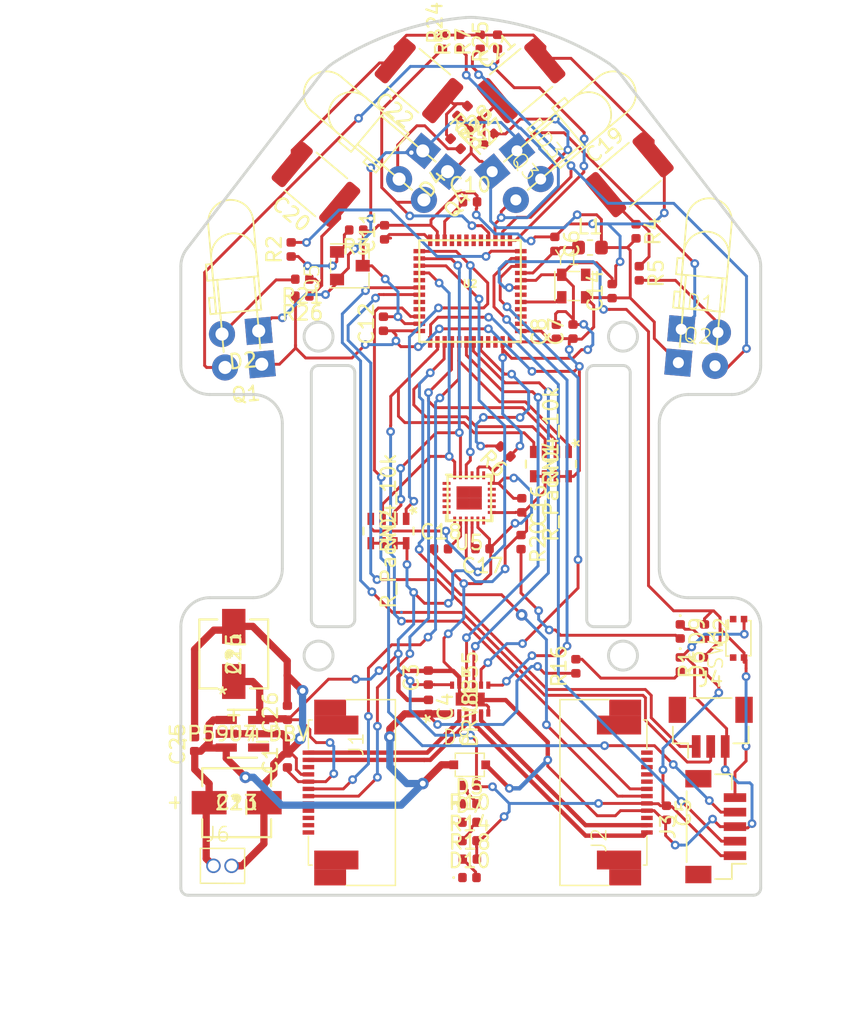
<source format=kicad_pcb>
(kicad_pcb (version 20171130) (host pcbnew "(5.1.4)-1")
  (layers (0 F.Cu signal) (31 B.Cu signal) (34 B.Paste user) (35 F.Paste user) (36 B.SilkS user) (37 F.SilkS user) (38 B.Mask user) (39 F.Mask user) (44 Edge.Cuts user))
  (net 0 "")
  (net 1 +3V3)
  (net 2 GND)
  (net 3 NRST)
  (net 4 +BATT)
  (net 5 "Net-(C6-Pad2)")
  (net 6 "Net-(C10-Pad1)")
  (net 7 "Net-(C11-Pad1)")
  (net 8 "Net-(C17-Pad2)")
  (net 9 "Net-(C18-Pad2)")
  (net 10 "Net-(C19-Pad1)")
  (net 11 "Net-(C20-Pad1)")
  (net 12 "Net-(C21-Pad1)")
  (net 13 "Net-(C22-Pad1)")
  (net 14 "Net-(D1-Pad2)")
  (net 15 "Net-(D1-Pad1)")
  (net 16 "Net-(D2-Pad2)")
  (net 17 "Net-(D3-Pad2)")
  (net 18 "Net-(D4-Pad2)")
  (net 19 LED_2)
  (net 20 "Net-(D5-Pad2)")
  (net 21 "Net-(D6-Pad2)")
  (net 22 "Net-(D7-Pad2)")
  (net 23 LED_1)
  (net 24 "Net-(D9-Pad2)")
  (net 25 LED_3)
  (net 26 "Net-(D10-Pad2)")
  (net 27 MORTOR_1-)
  (net 28 MORTOR_1+)
  (net 29 "Net-(J1-Pad3)")
  (net 30 encR_1)
  (net 31 encR_2)
  (net 32 "Net-(J1-Pad8)")
  (net 33 "Net-(J1-Pad9)")
  (net 34 "Net-(J1-Pad10)")
  (net 35 "Net-(J1-Pad11)")
  (net 36 "Net-(J1-Pad12)")
  (net 37 "Net-(J2-Pad12)")
  (net 38 "Net-(J2-Pad11)")
  (net 39 "Net-(J2-Pad10)")
  (net 40 "Net-(J2-Pad9)")
  (net 41 "Net-(J2-Pad8)")
  (net 42 encL_2)
  (net 43 encL_1)
  (net 44 "Net-(J2-Pad3)")
  (net 45 MORTOR_2-)
  (net 46 MORTOR_2+)
  (net 47 STLINK_TCK)
  (net 48 STLINK_TMS)
  (net 49 UART_RX)
  (net 50 UART_TX)
  (net 51 sens_RR)
  (net 52 sens_R)
  (net 53 sens_L)
  (net 54 sens_LL)
  (net 55 "Net-(Q5-Pad1)")
  (net 56 RLED_PWM)
  (net 57 "Net-(R6-Pad2)")
  (net 58 CS_IMU)
  (net 59 SCK_IMU)
  (net 60 MOSI_IMU)
  (net 61 MISO_IMU)
  (net 62 MotorR_Reverce)
  (net 63 MotorR_Foward)
  (net 64 MotorL_Reverce)
  (net 65 MotorL_Foward)
  (net 66 "Net-(U2-Pad2)")
  (net 67 "Net-(U2-Pad3)")
  (net 68 "Net-(U2-Pad4)")
  (net 69 CROCK_IN)
  (net 70 "Net-(U2-Pad6)")
  (net 71 "Net-(U2-Pad17)")
  (net 72 "Net-(U2-Pad18)")
  (net 73 "Net-(U2-Pad20)")
  (net 74 "Net-(U2-Pad21)")
  (net 75 "Net-(U2-Pad29)")
  (net 76 "Net-(U2-Pad45)")
  (net 77 "Net-(U2-Pad46)")
  (net 78 "Net-(U4-Pad4)")
  (net 79 "Net-(U5-Pad19)")
  (net 80 "Net-(U5-Pad3)")
  (net 81 "Net-(U5-Pad14)")
  (net 82 "Net-(U5-Pad15)")
  (net 83 "Net-(U5-Pad7)")
  (net 84 "Net-(U5-Pad2)")
  (net 85 "Net-(U5-Pad21)")
  (net 86 "Net-(U5-Pad4)")
  (net 87 "Net-(U5-Pad17)")
  (net 88 "Net-(U5-Pad5)")
  (net 89 "Net-(U5-Pad12)")
  (net 90 "Net-(U5-Pad6)")
  (net 91 "Net-(U5-Pad1)")
  (net 92 "Net-(U5-Pad16)")
  (net 93 "Net-(Y1-Pad1)")
  (module micro:Molex52745-1297 (layer F.Cu) (at 139.25 140.7 90)
    (fp_text reference J1 (at 3.3 2.8 90) (layer F.SilkS) (effects (font (thickness 0.1))))
    (fp_text value Conn_01x12)
    (pad "" smd custom (at -5.85 1 90) (size 1.1 2.2) (layers F.Cu F.Paste F.Mask) (options (clearance outline) (anchor rect)) (primitives))
    (pad "" smd custom (at 5.85 1 90) (size 1.1 2.2) (layers F.Cu F.Paste F.Mask) (options (clearance outline) (anchor rect)) (primitives))
    (pad "" smd custom (at -4.65 1.425 90) (size 1.3 3.05) (layers F.Cu F.Paste F.Mask) (options (clearance outline) (anchor rect)) (primitives))
    (pad 1 smd custom (at 2.75 -0.5 90) (size 0.3 0.8) (layers F.Cu F.Paste F.Mask) (net 28 MORTOR_1+) (options (clearance outline) (anchor rect)) (primitives))
    (pad 2 smd custom (at 2.25 -0.5 90) (size 0.3 0.8) (layers F.Cu F.Paste F.Mask) (net 27 MORTOR_1-) (options (clearance outline) (anchor rect)) (primitives))
    (pad 3 smd custom (at 1.75 -0.5 90) (size 0.3 0.8) (layers F.Cu F.Paste F.Mask) (net 29 "Net-(J1-Pad3)") (options (clearance outline) (anchor rect)) (primitives))
    (pad 4 smd custom (at 1.25 -0.5 90) (size 0.3 0.8) (layers F.Cu F.Paste F.Mask) (net 2 GND) (options (clearance outline) (anchor rect)) (primitives))
    (pad 5 smd custom (at 0.75 -0.5 90) (size 0.3 0.8) (layers F.Cu F.Paste F.Mask) (net 1 +3V3) (options (clearance outline) (anchor rect)) (primitives))
    (pad 6 smd custom (at 0.25 -0.5 90) (size 0.3 0.8) (layers F.Cu F.Paste F.Mask) (net 30 encR_1) (options (clearance outline) (anchor rect)) (primitives))
    (pad 7 smd custom (at -0.25 -0.5 90) (size 0.3 0.8) (layers F.Cu F.Paste F.Mask) (net 31 encR_2) (options (clearance outline) (anchor rect)) (primitives))
    (pad 8 smd custom (at -0.75 -0.5 90) (size 0.3 0.8) (layers F.Cu F.Paste F.Mask) (net 32 "Net-(J1-Pad8)") (options (clearance outline) (anchor rect)) (primitives))
    (pad 9 smd custom (at -1.25 -0.5 90) (size 0.3 0.8) (layers F.Cu F.Paste F.Mask) (net 33 "Net-(J1-Pad9)") (options (clearance outline) (anchor rect)) (primitives))
    (pad 10 smd custom (at -1.75 -0.5 90) (size 0.3 0.8) (layers F.Cu F.Paste F.Mask) (net 34 "Net-(J1-Pad10)") (options (clearance outline) (anchor rect)) (primitives))
    (pad 11 smd custom (at -2.25 -0.5 90) (size 0.3 0.8) (layers F.Cu F.Paste F.Mask) (net 35 "Net-(J1-Pad11)") (options (clearance outline) (anchor rect)) (primitives))
    (pad "" smd custom (at 4.65 1.425 90) (size 1.3 3.05) (layers F.Cu F.Paste F.Mask) (options (clearance outline) (anchor rect)) (primitives))
    (pad 12 smd custom (at -2.75 -0.5 90) (size 0.3 0.8) (layers F.Cu F.Paste F.Mask) (net 36 "Net-(J1-Pad12)") (options (clearance outline) (anchor rect)) (primitives))
  )
  (module micro:STM32F411CEU6 (layer F.Cu) (at 149.9 106.15 180)
    (fp_text reference U2 (at 0 0.5) (layer F.SilkS) (effects (font (size 0.5 0.5) (thickness 0.125))))
    (fp_text value STM32F413CH6)
    (pad 48 smd rect (at -2.75 -3.5 180) (size 0.3 0.8) (layers F.Cu F.Paste F.Mask) (net 1 +3V3))
    (pad 47 smd rect (at -2.25 -3.5 180) (size 0.3 0.8) (layers F.Cu F.Paste F.Mask) (net 2 GND))
    (pad 46 smd rect (at -1.75 -3.5 180) (size 0.3 0.8) (layers F.Cu F.Paste F.Mask) (net 77 "Net-(U2-Pad46)"))
    (pad 45 smd rect (at -1.25 -3.5 180) (size 0.3 0.8) (layers F.Cu F.Paste F.Mask) (net 76 "Net-(U2-Pad45)"))
    (pad 44 smd rect (at -0.75 -3.5 180) (size 0.3 0.8) (layers F.Cu F.Paste F.Mask) (net 57 "Net-(R6-Pad2)"))
    (pad 43 smd rect (at -0.25 -3.5 180) (size 0.3 0.8) (layers F.Cu F.Paste F.Mask) (net 63 MotorR_Foward))
    (pad 42 smd rect (at 0.25 -3.5 180) (size 0.3 0.8) (layers F.Cu F.Paste F.Mask) (net 62 MotorR_Reverce))
    (pad 41 smd rect (at 0.75 -3.5 180) (size 0.3 0.8) (layers F.Cu F.Paste F.Mask) (net 30 encR_1))
    (pad 40 smd rect (at 1.25 -3.5 180) (size 0.3 0.8) (layers F.Cu F.Paste F.Mask) (net 31 encR_2))
    (pad 39 smd rect (at 1.75 -3.5 180) (size 0.3 0.8) (layers F.Cu F.Paste F.Mask) (net 43 encL_1))
    (pad 38 smd rect (at 2.25 -3.5 180) (size 0.3 0.8) (layers F.Cu F.Paste F.Mask) (net 42 encL_2))
    (pad 37 smd rect (at 2.75 -3.5 180) (size 0.3 0.8) (layers F.Cu F.Paste F.Mask) (net 47 STLINK_TCK))
    (pad 36 smd rect (at 3.5 -2.75 180) (size 0.8 0.3) (layers F.Cu F.Paste F.Mask) (net 1 +3V3))
    (pad 35 smd rect (at 3.5 -2.25 180) (size 0.8 0.3) (layers F.Cu F.Paste F.Mask) (net 2 GND))
    (pad 34 smd rect (at 3.5 -1.75 180) (size 0.8 0.3) (layers F.Cu F.Paste F.Mask) (net 48 STLINK_TMS))
    (pad 33 smd rect (at 3.5 -1.25 180) (size 0.8 0.3) (layers F.Cu F.Paste F.Mask) (net 23 LED_1))
    (pad 32 smd rect (at 3.5 -0.75 180) (size 0.8 0.3) (layers F.Cu F.Paste F.Mask) (net 19 LED_2))
    (pad 31 smd rect (at 3.5 -0.25 180) (size 0.8 0.3) (layers F.Cu F.Paste F.Mask) (net 49 UART_RX))
    (pad 30 smd rect (at 3.5 0.25 180) (size 0.8 0.3) (layers F.Cu F.Paste F.Mask) (net 50 UART_TX))
    (pad 29 smd rect (at 3.5 0.75 180) (size 0.8 0.3) (layers F.Cu F.Paste F.Mask) (net 75 "Net-(U2-Pad29)"))
    (pad 28 smd rect (at 3.5 1.25 180) (size 0.8 0.3) (layers F.Cu F.Paste F.Mask) (net 60 MOSI_IMU))
    (pad 27 smd rect (at 3.5 1.75 180) (size 0.8 0.3) (layers F.Cu F.Paste F.Mask) (net 61 MISO_IMU))
    (pad 26 smd rect (at 3.5 2.25 180) (size 0.8 0.3) (layers F.Cu F.Paste F.Mask) (net 59 SCK_IMU))
    (pad 25 smd rect (at 3.5 2.75 180) (size 0.8 0.3) (layers F.Cu F.Paste F.Mask) (net 58 CS_IMU))
    (pad 24 smd rect (at 2.75 3.5 180) (size 0.3 0.8) (layers F.Cu F.Paste F.Mask) (net 7 "Net-(C11-Pad1)"))
    (pad 23 smd rect (at 2.25 3.5 180) (size 0.3 0.8) (layers F.Cu F.Paste F.Mask) (net 2 GND))
    (pad 22 smd rect (at 1.75 3.5 180) (size 0.3 0.8) (layers F.Cu F.Paste F.Mask) (net 6 "Net-(C10-Pad1)"))
    (pad 21 smd rect (at 1.25 3.5 180) (size 0.3 0.8) (layers F.Cu F.Paste F.Mask) (net 74 "Net-(U2-Pad21)"))
    (pad 20 smd rect (at 0.75 3.5 180) (size 0.3 0.8) (layers F.Cu F.Paste F.Mask) (net 73 "Net-(U2-Pad20)"))
    (pad 19 smd rect (at 0.25 3.5 180) (size 0.3 0.8) (layers F.Cu F.Paste F.Mask) (net 25 LED_3))
    (pad 18 smd rect (at -0.25 3.5 180) (size 0.3 0.8) (layers F.Cu F.Paste F.Mask) (net 72 "Net-(U2-Pad18)"))
    (pad 17 smd rect (at -0.75 3.5 180) (size 0.3 0.8) (layers F.Cu F.Paste F.Mask) (net 71 "Net-(U2-Pad17)"))
    (pad 16 smd rect (at -1.25 3.5 180) (size 0.3 0.8) (layers F.Cu F.Paste F.Mask) (net 54 sens_LL))
    (pad 15 smd rect (at -1.75 3.5 180) (size 0.3 0.8) (layers F.Cu F.Paste F.Mask) (net 53 sens_L))
    (pad 14 smd rect (at -2.25 3.5 180) (size 0.3 0.8) (layers F.Cu F.Paste F.Mask) (net 52 sens_R))
    (pad 13 smd rect (at -2.75 3.5 180) (size 0.3 0.8) (layers F.Cu F.Paste F.Mask) (net 51 sens_RR))
    (pad 12 smd rect (at -3.5 2.75 180) (size 0.8 0.3) (layers F.Cu F.Paste F.Mask) (net 56 RLED_PWM))
    (pad 11 smd rect (at -3.5 2.25 180) (size 0.8 0.3) (layers F.Cu F.Paste F.Mask) (net 65 MotorL_Foward))
    (pad 10 smd rect (at -3.5 1.75 180) (size 0.8 0.3) (layers F.Cu F.Paste F.Mask) (net 64 MotorL_Reverce))
    (pad 9 smd rect (at -3.5 1.25 180) (size 0.8 0.3) (layers F.Cu F.Paste F.Mask) (net 5 "Net-(C6-Pad2)"))
    (pad 8 smd rect (at -3.5 0.75 180) (size 0.8 0.3) (layers F.Cu F.Paste F.Mask) (net 2 GND))
    (pad 7 smd rect (at -3.5 0.25 180) (size 0.8 0.3) (layers F.Cu F.Paste F.Mask) (net 3 NRST))
    (pad 6 smd rect (at -3.5 -0.25 180) (size 0.8 0.3) (layers F.Cu F.Paste F.Mask) (net 70 "Net-(U2-Pad6)"))
    (pad 5 smd rect (at -3.5 -0.75 180) (size 0.8 0.3) (layers F.Cu F.Paste F.Mask) (net 69 CROCK_IN))
    (pad 4 smd rect (at -3.5 -1.25 180) (size 0.8 0.3) (layers F.Cu F.Paste F.Mask) (net 68 "Net-(U2-Pad4)"))
    (pad 3 smd rect (at -3.5 -1.75 180) (size 0.8 0.3) (layers F.Cu F.Paste F.Mask) (net 67 "Net-(U2-Pad3)"))
    (pad 2 smd rect (at -3.5 -2.25 180) (size 0.8 0.3) (layers F.Cu F.Paste F.Mask) (net 66 "Net-(U2-Pad2)"))
    (pad 1 smd rect (at -3.5 -2.75 180) (size 0.8 0.3) (layers F.Cu F.Paste F.Mask) (net 1 +3V3))
  )
  (module micro:R10k×4 (layer F.Cu) (at 144.272 122.682 270)
    (fp_text reference RN2 (at 0 0 90) (layer F.SilkS))
    (fp_text value R_Pack04_10k (at 0 0 90) (layer F.SilkS))
    (fp_text user * (at -1.4351 -2.032 90) (layer F.SilkS))
    (pad 1 smd rect (at -0.8382 -1.2192 270) (size 0.8382 0.4572) (layers F.Cu F.Paste F.Mask) (net 58 CS_IMU))
    (pad 2 smd rect (at -0.8382 -0.4064 270) (size 0.8382 0.4572) (layers F.Cu F.Paste F.Mask) (net 59 SCK_IMU))
    (pad 3 smd rect (at -0.8382 0.4064 270) (size 0.8382 0.4572) (layers F.Cu F.Paste F.Mask) (net 60 MOSI_IMU))
    (pad 4 smd rect (at -0.8382 1.2192 270) (size 0.8382 0.4572) (layers F.Cu F.Paste F.Mask) (net 61 MISO_IMU))
    (pad 5 smd rect (at 0.8382 1.2192 270) (size 0.8382 0.4572) (layers F.Cu F.Paste F.Mask) (net 1 +3V3))
    (pad 6 smd rect (at 0.8382 0.4064 270) (size 0.8382 0.4572) (layers F.Cu F.Paste F.Mask) (net 1 +3V3))
    (pad 7 smd rect (at 0.8382 -0.4064 270) (size 0.8382 0.4572) (layers F.Cu F.Paste F.Mask) (net 1 +3V3))
    (pad 8 smd rect (at 0.8382 -1.2192 270) (size 0.8382 0.4572) (layers F.Cu F.Paste F.Mask) (net 1 +3V3))
  )
  (module micro:micro_reverce_LED (layer F.Cu) (at 154.77 98.43 130)
    (fp_text reference D3 (at 1.375 1.95 130) (layer F.SilkS) (effects (font (thickness 0.1))))
    (fp_text value LED)
    (pad 2 thru_hole circle (at 0 0 130) (size 1.8 1.8) (drill 0.762) (layers *.Cu *.Mask) (net 17 "Net-(D3-Pad2)"))
    (pad 1 thru_hole rect (at 2.54 0 130) (size 1.8 1.8) (drill 0.762) (layers *.Cu *.Mask) (net 15 "Net-(D1-Pad1)"))
  )
  (module LED_THT:LED_D3.0mm_Horizontal_O3.81mm_Z2.0mm (layer F.Cu) (at 146.64 96.49 230)
    (fp_text reference D4 (at 1.27 -1.96 230) (layer F.SilkS))
    (fp_text value LED)
    (pad 2 thru_hole circle (at 2.54 0 230) (size 1.8 1.8) (drill 0.9) (layers *.Cu *.Mask) (net 18 "Net-(D4-Pad2)"))
    (pad 1 thru_hole rect (at 0 0 230) (size 1.8 1.8) (drill 0.9) (layers *.Cu *.Mask) (net 15 "Net-(D1-Pad1)"))
  )
  (module micro:Molex52745-1297 (layer F.Cu) (at 161.6 140.7 270)
    (fp_text reference J2 (at 3.3 2.8 90) (layer F.SilkS) (effects (font (thickness 0.1))))
    (fp_text value Conn_01x12)
    (pad "" smd custom (at -5.85 1 270) (size 1.1 2.2) (layers F.Cu F.Paste F.Mask) (options (clearance outline) (anchor rect)) (primitives))
    (pad "" smd custom (at 5.85 1 270) (size 1.1 2.2) (layers F.Cu F.Paste F.Mask) (options (clearance outline) (anchor rect)) (primitives))
    (pad "" smd custom (at -4.65 1.425 270) (size 1.3 3.05) (layers F.Cu F.Paste F.Mask) (options (clearance outline) (anchor rect)) (primitives))
    (pad 1 smd custom (at 2.75 -0.5 270) (size 0.3 0.8) (layers F.Cu F.Paste F.Mask) (net 46 MORTOR_2+) (options (clearance outline) (anchor rect)) (primitives))
    (pad 2 smd custom (at 2.25 -0.5 270) (size 0.3 0.8) (layers F.Cu F.Paste F.Mask) (net 45 MORTOR_2-) (options (clearance outline) (anchor rect)) (primitives))
    (pad 3 smd custom (at 1.75 -0.5 270) (size 0.3 0.8) (layers F.Cu F.Paste F.Mask) (net 44 "Net-(J2-Pad3)") (options (clearance outline) (anchor rect)) (primitives))
    (pad 4 smd custom (at 1.25 -0.5 270) (size 0.3 0.8) (layers F.Cu F.Paste F.Mask) (net 2 GND) (options (clearance outline) (anchor rect)) (primitives))
    (pad 5 smd custom (at 0.75 -0.5 270) (size 0.3 0.8) (layers F.Cu F.Paste F.Mask) (net 1 +3V3) (options (clearance outline) (anchor rect)) (primitives))
    (pad 6 smd custom (at 0.25 -0.5 270) (size 0.3 0.8) (layers F.Cu F.Paste F.Mask) (net 43 encL_1) (options (clearance outline) (anchor rect)) (primitives))
    (pad 7 smd custom (at -0.25 -0.5 270) (size 0.3 0.8) (layers F.Cu F.Paste F.Mask) (net 42 encL_2) (options (clearance outline) (anchor rect)) (primitives))
    (pad 8 smd custom (at -0.75 -0.5 270) (size 0.3 0.8) (layers F.Cu F.Paste F.Mask) (net 41 "Net-(J2-Pad8)") (options (clearance outline) (anchor rect)) (primitives))
    (pad 9 smd custom (at -1.25 -0.5 270) (size 0.3 0.8) (layers F.Cu F.Paste F.Mask) (net 40 "Net-(J2-Pad9)") (options (clearance outline) (anchor rect)) (primitives))
    (pad 10 smd custom (at -1.75 -0.5 270) (size 0.3 0.8) (layers F.Cu F.Paste F.Mask) (net 39 "Net-(J2-Pad10)") (options (clearance outline) (anchor rect)) (primitives))
    (pad 11 smd custom (at -2.25 -0.5 270) (size 0.3 0.8) (layers F.Cu F.Paste F.Mask) (net 38 "Net-(J2-Pad11)") (options (clearance outline) (anchor rect)) (primitives))
    (pad "" smd custom (at 4.65 1.425 270) (size 1.3 3.05) (layers F.Cu F.Paste F.Mask) (options (clearance outline) (anchor rect)) (primitives))
    (pad 12 smd custom (at -2.75 -0.5 270) (size 0.3 0.8) (layers F.Cu F.Paste F.Mask) (net 37 "Net-(J2-Pad12)") (options (clearance outline) (anchor rect)) (primitives))
  )
  (module micro:IRFML8244TRPBF (layer F.Cu) (at 142.98 104.4 270)
    (fp_text reference Q5 (at 0.88 3.97 270) (layer F.SilkS) (effects (font (thickness 0.1))))
    (fp_text value IRLML6344TRPBFTR)
    (pad 3 smd custom (at 0 0.486 270) (size 0.802 0.972) (layers F.Cu F.Paste F.Mask) (net 2 GND) (options (clearance outline) (anchor rect)) (primitives))
    (pad 2 smd custom (at 0.95 2.256 270) (size 0.802 0.972) (layers F.Cu F.Paste F.Mask) (net 15 "Net-(D1-Pad1)") (options (clearance outline) (anchor rect)) (primitives))
    (pad 1 smd custom (at -0.95 2.256 270) (size 0.802 0.972) (layers F.Cu F.Paste F.Mask) (net 55 "Net-(Q5-Pad1)") (options (clearance outline) (anchor rect)) (primitives))
  )
  (module Capacitor_SMD:C_1812_4532Metric (layer F.Cu) (at 160.89 98.13 40)
    (fp_text reference C19 (at 0 -2.65 40) (layer F.SilkS))
    (fp_text value 470μ)
    (pad 2 smd roundrect (at 2.1375 0 40) (size 1.125 3.4) (layers F.Cu F.Paste F.Mask) (roundrect_rratio 0.222222) (net 2 GND))
    (pad 1 smd roundrect (at -2.1375 0 40) (size 1.125 3.4) (layers F.Cu F.Paste F.Mask) (roundrect_rratio 0.222222) (net 10 "Net-(C19-Pad1)"))
  )
  (module Capacitor_SMD:C_1812_4532Metric (layer F.Cu) (at 139.27 98.8 140)
    (fp_text reference C20 (at 0 -2.65 320) (layer F.SilkS))
    (fp_text value 470μ)
    (pad 1 smd roundrect (at -2.1375 0 140) (size 1.125 3.4) (layers F.Cu F.Paste F.Mask) (roundrect_rratio 0.222222) (net 11 "Net-(C20-Pad1)"))
    (pad 2 smd roundrect (at 2.1375 0 140) (size 1.125 3.4) (layers F.Cu F.Paste F.Mask) (roundrect_rratio 0.222222) (net 2 GND))
  )
  (module Capacitor_SMD:C_1812_4532Metric (layer F.Cu) (at 153.42 91.65 40)
    (fp_text reference C21 (at 0 -2.65 40) (layer F.SilkS))
    (fp_text value 470μ)
    (pad 1 smd roundrect (at -2.1375 0 40) (size 1.125 3.4) (layers F.Cu F.Paste F.Mask) (roundrect_rratio 0.222222) (net 12 "Net-(C21-Pad1)"))
    (pad 2 smd roundrect (at 2.1375 0 40) (size 1.125 3.4) (layers F.Cu F.Paste F.Mask) (roundrect_rratio 0.222222) (net 2 GND))
  )
  (module Capacitor_SMD:C_1812_4532Metric (layer F.Cu) (at 146.375 91.65 140)
    (fp_text reference C22 (at 0 -2.65 140) (layer F.SilkS))
    (fp_text value 470μ)
    (pad 1 smd roundrect (at -2.1375 0 140) (size 1.125 3.4) (layers F.Cu F.Paste F.Mask) (roundrect_rratio 0.222222) (net 13 "Net-(C22-Pad1)"))
    (pad 2 smd roundrect (at 2.1375 0 140) (size 1.125 3.4) (layers F.Cu F.Paste F.Mask) (roundrect_rratio 0.222222) (net 2 GND))
  )
  (module LED_THT:LED_D3.0mm_Horizontal_O3.81mm_Z2.0mm (layer F.Cu) (at 135.32 108.89 185)
    (fp_text reference D2 (at 1.27 -1.96 185) (layer F.SilkS))
    (fp_text value LED)
    (pad 2 thru_hole circle (at 2.540001 0 185) (size 1.8 1.8) (drill 0.9) (layers *.Cu *.Mask) (net 16 "Net-(D2-Pad2)"))
    (pad 1 thru_hole rect (at 0 0 185) (size 1.8 1.8) (drill 0.9) (layers *.Cu *.Mask) (net 15 "Net-(D1-Pad1)"))
  )
  (module micro:PDZ4.3BZ (layer F.Cu) (at 149.88 138.79 180)
    (fp_text reference D8 (at 0.9 1.9) (layer F.SilkS) (effects (font (thickness 0.1))))
    (fp_text value 1SMB5928BT3G)
    (pad 1 smd custom (at 1.1 0 180) (size 0.6 0.6) (layers F.Cu F.Paste F.Mask) (net 4 +BATT) (options (clearance outline) (anchor rect)) (primitives))
    (pad 2 smd custom (at -1.1 0 180) (size 0.6 0.6) (layers F.Cu F.Paste F.Mask) (net 2 GND) (options (clearance outline) (anchor rect)) (primitives))
  )
  (module Connector_JST:JST_SH_BM05B-SRSS-TB_1x05-1MP_P1.00mm_Vertical (layer F.Cu) (at 166.85 143.05 90)
    (fp_text reference J3 (at 0 -3.3 270) (layer F.SilkS))
    (fp_text value Conn_01x05)
    (pad MP smd rect (at 3.3 -1.2 90) (size 1.2 1.8) (layers F.Cu F.Paste F.Mask))
    (pad MP smd rect (at -3.3 -1.2 90) (size 1.2 1.8) (layers F.Cu F.Paste F.Mask))
    (pad 5 smd rect (at 2 1.325 90) (size 0.6 1.55) (layers F.Cu F.Paste F.Mask) (net 3 NRST))
    (pad 4 smd rect (at 1 1.325 90) (size 0.6 1.55) (layers F.Cu F.Paste F.Mask) (net 48 STLINK_TMS))
    (pad 3 smd rect (at 0 1.325 90) (size 0.6 1.55) (layers F.Cu F.Paste F.Mask) (net 2 GND))
    (pad 2 smd rect (at -1 1.325 90) (size 0.6 1.55) (layers F.Cu F.Paste F.Mask) (net 47 STLINK_TCK))
    (pad 1 smd rect (at -2 1.325 90) (size 0.6 1.55) (layers F.Cu F.Paste F.Mask) (net 1 +3V3))
  )
  (module Connector_JST:JST_SH_BM03B-SRSS-TB_1x03-1MP_P1.00mm_Vertical (layer F.Cu) (at 166.5 136.2)
    (fp_text reference J4 (at 0 -3.3 180) (layer F.SilkS))
    (fp_text value Conn_01x03)
    (pad 1 smd rect (at -1 1.325) (size 0.6 1.55) (layers F.Cu F.Paste F.Mask) (net 49 UART_RX))
    (pad 2 smd rect (at 0 1.325) (size 0.6 1.55) (layers F.Cu F.Paste F.Mask) (net 50 UART_TX))
    (pad 3 smd rect (at 1 1.325) (size 0.6 1.55) (layers F.Cu F.Paste F.Mask) (net 2 GND))
    (pad MP smd rect (at -2.3 -1.2) (size 1.2 1.8) (layers F.Cu F.Paste F.Mask))
    (pad MP smd rect (at 2.3 -1.2) (size 1.2 1.8) (layers F.Cu F.Paste F.Mask))
  )
  (module Inductor_SMD:L_0603_1608Metric (layer F.Cu) (at 158.175 103.15)
    (fp_text reference L1 (at 0 -1.43) (layer F.SilkS))
    (fp_text value 330)
    (pad 1 smd roundrect (at -0.7875 0) (size 0.875 0.95) (layers F.Cu F.Paste F.Mask) (net 5 "Net-(C6-Pad2)"))
    (pad 2 smd roundrect (at 0.7875 0) (size 0.875 0.95) (layers F.Cu F.Paste F.Mask) (net 1 +3V3))
  )
  (module LED_THT:LED_D3.0mm_Horizontal_O3.81mm_Z2.0mm (layer F.Cu) (at 135.53 111.19 185)
    (fp_text reference Q1 (at 1.27 -1.96 185) (layer F.SilkS))
    (fp_text value Q_Photo_NPN)
    (pad 2 thru_hole circle (at 2.540001 0 185) (size 1.8 1.8) (drill 0.9) (layers *.Cu *.Mask) (net 51 sens_RR))
    (pad 1 thru_hole rect (at 0 0 185) (size 1.8 1.8) (drill 0.9) (layers *.Cu *.Mask) (net 1 +3V3))
  )
  (module LED_THT:LED_D3.0mm_Horizontal_O3.81mm_Z2.0mm (layer F.Cu) (at 148.35 97.92 230)
    (fp_text reference Q4 (at 1.27 -1.96 230) (layer F.SilkS))
    (fp_text value Q_Photo_NPN)
    (pad 1 thru_hole rect (at 0 0 230) (size 1.8 1.8) (drill 0.9) (layers *.Cu *.Mask) (net 1 +3V3))
    (pad 2 thru_hole circle (at 2.54 0 230) (size 1.8 1.8) (drill 0.9) (layers *.Cu *.Mask) (net 54 sens_LL))
  )
  (module micro:DRV8835DSSR (layer F.Cu) (at 149.91 134.26 90)
    (fp_text reference U1 (at 0 0 90) (layer F.SilkS))
    (fp_text value DRV8835 (at 0 0 90) (layer F.SilkS))
    (fp_text user * (at -1.358737 -2.672908 90) (layer F.SilkS))
    (pad 13 smd rect (at 0 0 90) (size 0.9 2) (layers F.Cu F.Paste F.Mask) (net 2 GND))
    (pad 12 smd rect (at 0.958723 -1.25 90) (size 0.500126 0.279908) (layers F.Cu F.Paste F.Mask) (net 1 +3V3))
    (pad 11 smd rect (at 0.958723 -0.750001 90) (size 0.500126 0.279908) (layers F.Cu F.Paste F.Mask) (net 2 GND))
    (pad 10 smd rect (at 0.958723 -0.25 90) (size 0.500126 0.279908) (layers F.Cu F.Paste F.Mask) (net 62 MotorR_Reverce))
    (pad 9 smd rect (at 0.958723 0.25 90) (size 0.500126 0.279908) (layers F.Cu F.Paste F.Mask) (net 63 MotorR_Foward))
    (pad 8 smd rect (at 0.958723 0.750001 90) (size 0.500126 0.279908) (layers F.Cu F.Paste F.Mask) (net 64 MotorL_Reverce))
    (pad 7 smd rect (at 0.958723 1.25 90) (size 0.500126 0.279908) (layers F.Cu F.Paste F.Mask) (net 65 MotorL_Foward))
    (pad 6 smd rect (at -0.958723 1.25 90) (size 0.500126 0.279908) (layers F.Cu F.Paste F.Mask) (net 2 GND))
    (pad 5 smd rect (at -0.958723 0.750001 90) (size 0.500126 0.279908) (layers F.Cu F.Paste F.Mask) (net 45 MORTOR_2-))
    (pad 4 smd rect (at -0.958723 0.25 90) (size 0.500126 0.279908) (layers F.Cu F.Paste F.Mask) (net 46 MORTOR_2+))
    (pad 3 smd rect (at -0.958723 -0.25 90) (size 0.500126 0.279908) (layers F.Cu F.Paste F.Mask) (net 27 MORTOR_1-))
    (pad 2 smd rect (at -0.958723 -0.750001 90) (size 0.500126 0.279908) (layers F.Cu F.Paste F.Mask) (net 28 MORTOR_1+))
    (pad 1 smd rect (at -0.958723 -1.25 90) (size 0.500126 0.279908) (layers F.Cu F.Paste F.Mask) (net 4 +BATT))
  )
  (module micro:ICM20648 (layer F.Cu) (at 149.85 120.44)
    (fp_text reference U5 (at -0.03 3.04) (layer F.SilkS))
    (fp_text value ICM20648)
    (pad 25 smd rect (at 0.425 0.36) (size 0.875 0.8) (layers F.Cu F.Paste F.Mask))
    (pad 25 smd rect (at 0.425 -0.44) (size 0.875 0.8) (layers F.Cu F.Paste F.Mask))
    (pad 19 smd rect (at 0.99 -1.6 90) (size 0.55 0.2) (layers F.Cu F.Paste F.Mask) (net 79 "Net-(U5-Pad19)"))
    (pad 3 smd rect (at -1.57 -0.24) (size 0.55 0.2) (layers F.Cu F.Paste F.Mask) (net 80 "Net-(U5-Pad3)"))
    (pad 22 smd rect (at -0.21 -1.6 90) (size 0.55 0.2) (layers F.Cu F.Paste F.Mask) (net 58 CS_IMU))
    (pad 18 smd rect (at 1.55 -1.04) (size 0.55 0.2) (layers F.Cu F.Paste F.Mask) (net 2 GND))
    (pad 14 smd rect (at 1.55 0.56) (size 0.55 0.2) (layers F.Cu F.Paste F.Mask) (net 81 "Net-(U5-Pad14)"))
    (pad 15 smd rect (at 1.55 0.16) (size 0.55 0.2) (layers F.Cu F.Paste F.Mask) (net 82 "Net-(U5-Pad15)"))
    (pad 20 smd rect (at 0.59 -1.6 90) (size 0.55 0.2) (layers F.Cu F.Paste F.Mask) (net 2 GND))
    (pad 7 smd rect (at -1.01 1.52 90) (size 0.55 0.2) (layers F.Cu F.Paste F.Mask) (net 83 "Net-(U5-Pad7)"))
    (pad 2 smd rect (at -1.57 -0.64) (size 0.55 0.2) (layers F.Cu F.Paste F.Mask) (net 84 "Net-(U5-Pad2)"))
    (pad 25 smd rect (at -0.445 0.36) (size 0.875 0.8) (layers F.Cu F.Paste F.Mask))
    (pad 8 smd rect (at -0.61 1.52 90) (size 0.55 0.2) (layers F.Cu F.Paste F.Mask) (net 9 "Net-(C18-Pad2)"))
    (pad 21 smd rect (at 0.19 -1.6 90) (size 0.55 0.2) (layers F.Cu F.Paste F.Mask) (net 85 "Net-(U5-Pad21)"))
    (pad 4 smd rect (at -1.57 0.16) (size 0.55 0.2) (layers F.Cu F.Paste F.Mask) (net 86 "Net-(U5-Pad4)"))
    (pad 24 smd rect (at -1.01 -1.6 90) (size 0.55 0.2) (layers F.Cu F.Paste F.Mask) (net 60 MOSI_IMU))
    (pad 17 smd rect (at 1.55 -0.64) (size 0.55 0.2) (layers F.Cu F.Paste F.Mask) (net 87 "Net-(U5-Pad17)"))
    (pad 10 smd rect (at 0.19 1.52 90) (size 0.55 0.2) (layers F.Cu F.Paste F.Mask) (net 8 "Net-(C17-Pad2)"))
    (pad 5 smd rect (at -1.57 0.56) (size 0.55 0.2) (layers F.Cu F.Paste F.Mask) (net 88 "Net-(U5-Pad5)"))
    (pad 12 smd rect (at 0.99 1.52 90) (size 0.55 0.2) (layers F.Cu F.Paste F.Mask) (net 89 "Net-(U5-Pad12)"))
    (pad 6 smd rect (at -1.57 0.96) (size 0.55 0.2) (layers F.Cu F.Paste F.Mask) (net 90 "Net-(U5-Pad6)"))
    (pad 1 smd rect (at -1.57 -1.04) (size 0.55 0.2) (layers F.Cu F.Paste F.Mask) (net 91 "Net-(U5-Pad1)"))
    (pad 13 smd rect (at 1.55 0.96) (size 0.55 0.2) (layers F.Cu F.Paste F.Mask) (net 1 +3V3))
    (pad 11 smd rect (at 0.59 1.52 90) (size 0.55 0.2) (layers F.Cu F.Paste F.Mask) (net 2 GND))
    (pad 16 smd rect (at 1.55 -0.24) (size 0.55 0.2) (layers F.Cu F.Paste F.Mask) (net 92 "Net-(U5-Pad16)"))
    (pad 25 smd rect (at -0.445 -0.44) (size 0.875 0.8) (layers F.Cu F.Paste F.Mask))
    (pad 9 smd rect (at -0.21 1.52 90) (size 0.55 0.2) (layers F.Cu F.Paste F.Mask) (net 61 MISO_IMU))
    (pad 23 smd rect (at -0.61 -1.6 90) (size 0.55 0.2) (layers F.Cu F.Paste F.Mask) (net 59 SCK_IMU))
  )
  (module micro:crystal (layer F.Cu) (at 157.05 105.8 180)
    (fp_text reference Y1 (at 0.43 1.94) (layer F.SilkS) (effects (font (thickness 0.1))))
    (fp_text value Crystal_GND23)
    (pad 3 smd custom (at 0.825 -0.775 180) (size 0.65 0.85) (layers F.Cu F.Paste F.Mask) (net 69 CROCK_IN) (options (clearance outline) (anchor rect)) (primitives))
    (pad 4 smd custom (at -0.825 -0.775 180) (size 0.65 0.85) (layers F.Cu F.Paste F.Mask) (net 1 +3V3) (options (clearance outline) (anchor rect)) (primitives))
    (pad 2 smd custom (at 0.825 0.775 180) (size 0.65 0.85) (layers F.Cu F.Paste F.Mask) (net 2 GND) (options (clearance outline) (anchor rect)) (primitives))
    (pad 1 smd custom (at -0.825 0.775 180) (size 0.65 0.85) (layers F.Cu F.Paste F.Mask) (net 93 "Net-(Y1-Pad1)") (options (clearance outline) (anchor rect)) (primitives))
  )
  (module Capacitor_SMD:C_0402_1005Metric (layer F.Cu) (at 137.3 138.485 90)
    (fp_text reference C1 (at 0 -1.17 90) (layer F.SilkS))
    (fp_text value 0.1μ)
    (pad 2 smd roundrect (at 0.485 0 90) (size 0.59 0.64) (layers F.Cu F.Paste F.Mask) (net 2 GND))
    (pad 1 smd roundrect (at -0.485 0 90) (size 0.59 0.64) (layers F.Cu F.Paste F.Mask) (net 1 +3V3))
  )
  (module Capacitor_SMD:C_0402_1005Metric (layer F.Cu) (at 166.075 129.6 270)
    (fp_text reference C2 (at 0 -1.17 90) (layer F.SilkS))
    (fp_text value 0.1μ)
    (pad 1 smd roundrect (at -0.485 0 270) (size 0.59 0.64) (layers F.Cu F.Paste F.Mask) (net 3 NRST))
    (pad 2 smd roundrect (at 0.485 0 270) (size 0.59 0.64) (layers F.Cu F.Paste F.Mask) (net 2 GND))
  )
  (module Capacitor_SMD:C_0402_1005Metric (layer F.Cu) (at 147.02 132.78 90)
    (fp_text reference C3 (at 0 -1.17 90) (layer F.SilkS))
    (fp_text value 0.1μ)
    (pad 1 smd roundrect (at -0.485 0 90) (size 0.59 0.64) (layers F.Cu F.Paste F.Mask) (net 1 +3V3))
    (pad 2 smd roundrect (at 0.485 0 90) (size 0.59 0.64) (layers F.Cu F.Paste F.Mask) (net 2 GND))
  )
  (module Capacitor_SMD:C_0402_1005Metric (layer F.Cu) (at 147.03 134.8 270)
    (fp_text reference C4 (at 0 -1.17 270) (layer F.SilkS))
    (fp_text value 10μ)
    (pad 2 smd roundrect (at 0.485 0 270) (size 0.59 0.64) (layers F.Cu F.Paste F.Mask) (net 4 +BATT))
    (pad 1 smd roundrect (at -0.485 0 270) (size 0.59 0.64) (layers F.Cu F.Paste F.Mask) (net 2 GND))
  )
  (module Capacitor_SMD:C_0402_1005Metric (layer F.Cu) (at 163.45 142.095 270)
    (fp_text reference C5 (at 0 -1.17 90) (layer F.SilkS))
    (fp_text value 0.1μ)
    (pad 2 smd roundrect (at 0.485 0 270) (size 0.59 0.64) (layers F.Cu F.Paste F.Mask) (net 2 GND))
    (pad 1 smd roundrect (at -0.485 0 270) (size 0.59 0.64) (layers F.Cu F.Paste F.Mask) (net 1 +3V3))
  )
  (module Capacitor_SMD:C_0402_1005Metric (layer F.Cu) (at 155.75 102.9 270)
    (fp_text reference C6 (at 0 -1.17 90) (layer F.SilkS))
    (fp_text value 0.1μ)
    (pad 1 smd roundrect (at -0.485 0 270) (size 0.59 0.64) (layers F.Cu F.Paste F.Mask) (net 2 GND))
    (pad 2 smd roundrect (at 0.485 0 270) (size 0.59 0.64) (layers F.Cu F.Paste F.Mask) (net 5 "Net-(C6-Pad2)"))
  )
  (module Capacitor_SMD:C_0402_1005Metric (layer F.Cu) (at 157 108.94 90)
    (fp_text reference C7 (at 0 -1.17 90) (layer F.SilkS))
    (fp_text value 10μ)
    (pad 2 smd roundrect (at 0.485 0 90) (size 0.59 0.64) (layers F.Cu F.Paste F.Mask) (net 2 GND))
    (pad 1 smd roundrect (at -0.485 0 90) (size 0.59 0.64) (layers F.Cu F.Paste F.Mask) (net 1 +3V3))
  )
  (module Capacitor_SMD:C_0402_1005Metric (layer F.Cu) (at 155.85 108.95 90)
    (fp_text reference C8 (at 0 -1.17 90) (layer F.SilkS))
    (fp_text value 0.1μ)
    (pad 2 smd roundrect (at 0.485 0 90) (size 0.59 0.64) (layers F.Cu F.Paste F.Mask) (net 2 GND))
    (pad 1 smd roundrect (at -0.485 0 90) (size 0.59 0.64) (layers F.Cu F.Paste F.Mask) (net 1 +3V3))
  )
  (module Capacitor_SMD:C_0402_1005Metric (layer F.Cu) (at 149.9 100)
    (fp_text reference C10 (at 0 -1.17) (layer F.SilkS))
    (fp_text value 10μ)
    (pad 2 smd roundrect (at 0.485 0) (size 0.59 0.64) (layers F.Cu F.Paste F.Mask) (net 2 GND))
    (pad 1 smd roundrect (at -0.485 0) (size 0.59 0.64) (layers F.Cu F.Paste F.Mask) (net 6 "Net-(C10-Pad1)"))
  )
  (module Capacitor_SMD:C_0402_1005Metric (layer F.Cu) (at 144 102.1 90)
    (fp_text reference C11 (at 0 -1.17 90) (layer F.SilkS))
    (fp_text value 0.1μ)
    (pad 1 smd roundrect (at -0.485 0 90) (size 0.59 0.64) (layers F.Cu F.Paste F.Mask) (net 7 "Net-(C11-Pad1)"))
    (pad 2 smd roundrect (at 0.485 0 90) (size 0.59 0.64) (layers F.Cu F.Paste F.Mask) (net 2 GND))
  )
  (module Capacitor_SMD:C_0402_1005Metric (layer F.Cu) (at 143.925 108.4 90)
    (fp_text reference C12 (at 0 -1.17 270) (layer F.SilkS))
    (fp_text value 0.1μ)
    (pad 2 smd roundrect (at 0.485 0 90) (size 0.59 0.64) (layers F.Cu F.Paste F.Mask) (net 2 GND))
    (pad 1 smd roundrect (at -0.485 0 90) (size 0.59 0.64) (layers F.Cu F.Paste F.Mask) (net 1 +3V3))
  )
  (module Capacitor_SMD:C_0402_1005Metric (layer F.Cu) (at 159.7 106.15 90)
    (fp_text reference C14 (at 0 -1.17 270) (layer F.SilkS))
    (fp_text value 0.1μ)
    (pad 2 smd roundrect (at 0.485 0 90) (size 0.59 0.64) (layers F.Cu F.Paste F.Mask) (net 2 GND))
    (pad 1 smd roundrect (at -0.485 0 90) (size 0.59 0.64) (layers F.Cu F.Paste F.Mask) (net 1 +3V3))
  )
  (module Capacitor_SMD:C_0402_1005Metric (layer F.Cu) (at 153.47 120.91 270)
    (fp_text reference C16 (at 0 -1.17 270) (layer F.SilkS))
    (fp_text value 0.1μ)
    (pad 1 smd roundrect (at -0.485 0 270) (size 0.59 0.64) (layers F.Cu F.Paste F.Mask) (net 2 GND))
    (pad 2 smd roundrect (at 0.485 0 270) (size 0.59 0.64) (layers F.Cu F.Paste F.Mask) (net 1 +3V3))
  )
  (module Capacitor_SMD:C_0402_1005Metric (layer F.Cu) (at 150.76 123.9 180)
    (fp_text reference C17 (at 0 -1.17 180) (layer F.SilkS))
    (fp_text value 0.1μ)
    (pad 2 smd roundrect (at 0.485 0 180) (size 0.59 0.64) (layers F.Cu F.Paste F.Mask) (net 8 "Net-(C17-Pad2)"))
    (pad 1 smd roundrect (at -0.485 0 180) (size 0.59 0.64) (layers F.Cu F.Paste F.Mask) (net 2 GND))
  )
  (module Capacitor_SMD:C_0402_1005Metric (layer F.Cu) (at 147.895 123.91)
    (fp_text reference C18 (at 0 -1.17 180) (layer F.SilkS))
    (fp_text value 0.1μ)
    (pad 1 smd roundrect (at -0.485 0) (size 0.59 0.64) (layers F.Cu F.Paste F.Mask) (net 2 GND))
    (pad 2 smd roundrect (at 0.485 0) (size 0.59 0.64) (layers F.Cu F.Paste F.Mask) (net 9 "Net-(C18-Pad2)"))
  )
  (module Capacitor_SMD:C_0402_1005Metric (layer F.Cu) (at 130.9 137.365 90)
    (fp_text reference C25 (at 0 -1.17 90) (layer F.SilkS))
    (fp_text value 1μ)
    (pad 1 smd roundrect (at -0.485 0 90) (size 0.59 0.64) (layers F.Cu F.Paste F.Mask) (net 4 +BATT))
    (pad 2 smd roundrect (at 0.485 0 90) (size 0.59 0.64) (layers F.Cu F.Paste F.Mask) (net 2 GND))
  )
  (module Capacitor_SMD:C_0402_1005Metric (layer F.Cu) (at 137.3 135.2 90)
    (fp_text reference C26 (at 0 -1.17 90) (layer F.SilkS))
    (fp_text value 1μ)
    (pad 1 smd roundrect (at -0.485 0 90) (size 0.59 0.64) (layers F.Cu F.Paste F.Mask) (net 1 +3V3))
    (pad 2 smd roundrect (at 0.485 0 90) (size 0.59 0.64) (layers F.Cu F.Paste F.Mask) (net 2 GND))
  )
  (module Resistor_SMD:R_0402_1005Metric (layer F.Cu) (at 166.01 131.865 90)
    (fp_text reference R1 (at 0 -1.17 90) (layer F.SilkS))
    (fp_text value 150k)
    (pad 2 smd roundrect (at 0.485 0 90) (size 0.59 0.64) (layers F.Cu F.Paste F.Mask) (net 3 NRST))
    (pad 1 smd roundrect (at -0.485 0 90) (size 0.59 0.64) (layers F.Cu F.Paste F.Mask) (net 1 +3V3))
  )
  (module Resistor_SMD:R_0402_1005Metric (layer F.Cu) (at 137.56 103.28 90)
    (fp_text reference R2 (at 0 -1.17 90) (layer F.SilkS))
    (fp_text value 1.7)
    (pad 2 smd roundrect (at 0.485 0 90) (size 0.59 0.64) (layers F.Cu F.Paste F.Mask) (net 56 RLED_PWM))
    (pad 1 smd roundrect (at -0.485 0 90) (size 0.59 0.64) (layers F.Cu F.Paste F.Mask) (net 55 "Net-(Q5-Pad1)"))
  )
  (module Resistor_SMD:R_0402_1005Metric (layer F.Cu) (at 142.05 101.94 180)
    (fp_text reference R3 (at 0 -1.17) (layer F.SilkS))
    (fp_text value 10k)
    (pad 1 smd roundrect (at -0.485 0 180) (size 0.59 0.64) (layers F.Cu F.Paste F.Mask) (net 2 GND))
    (pad 2 smd roundrect (at 0.485 0 180) (size 0.59 0.64) (layers F.Cu F.Paste F.Mask) (net 55 "Net-(Q5-Pad1)"))
  )
  (module Resistor_SMD:R_0402_1005Metric (layer F.Cu) (at 161.35 102.03 270)
    (fp_text reference R4 (at 0 -1.17 90) (layer F.SilkS))
    (fp_text value 1)
    (pad 1 smd roundrect (at -0.485 0 270) (size 0.59 0.64) (layers F.Cu F.Paste F.Mask) (net 10 "Net-(C19-Pad1)"))
    (pad 2 smd roundrect (at 0.485 0 270) (size 0.59 0.64) (layers F.Cu F.Paste F.Mask) (net 1 +3V3))
  )
  (module Resistor_SMD:R_0402_1005Metric (layer F.Cu) (at 161.57 104.92 270)
    (fp_text reference R5 (at 0 -1.17 90) (layer F.SilkS))
    (fp_text value 2.49)
    (pad 2 smd roundrect (at 0.485 0 270) (size 0.59 0.64) (layers F.Cu F.Paste F.Mask) (net 14 "Net-(D1-Pad2)"))
    (pad 1 smd roundrect (at -0.485 0 270) (size 0.59 0.64) (layers F.Cu F.Paste F.Mask) (net 10 "Net-(C19-Pad1)"))
  )
  (module Resistor_SMD:R_0402_1005Metric (layer F.Cu) (at 152.34 117.2 135)
    (fp_text reference R6 (at 0 -1.17 135) (layer F.SilkS))
    (fp_text value 10k)
    (pad 2 smd roundrect (at 0.485 0 135) (size 0.59 0.64) (layers F.Cu F.Paste F.Mask) (net 57 "Net-(R6-Pad2)"))
    (pad 1 smd roundrect (at -0.485 0 135) (size 0.59 0.64) (layers F.Cu F.Paste F.Mask) (net 2 GND))
  )
  (module Resistor_SMD:R_0402_1005Metric (layer F.Cu) (at 150.6 88.975 90)
    (fp_text reference R7 (at 0 -1.17 90) (layer F.SilkS))
    (fp_text value 1)
    (pad 1 smd roundrect (at -0.485 0 90) (size 0.59 0.64) (layers F.Cu F.Paste F.Mask) (net 52 sens_R))
    (pad 2 smd roundrect (at 0.485 0 90) (size 0.59 0.64) (layers F.Cu F.Paste F.Mask) (net 2 GND))
  )
  (module Resistor_SMD:R_0402_1005Metric (layer F.Cu) (at 149.2 88.975 90)
    (fp_text reference R8 (at 0 -1.17 90) (layer F.SilkS))
    (fp_text value 1)
    (pad 1 smd roundrect (at -0.485 0 90) (size 0.59 0.64) (layers F.Cu F.Paste F.Mask) (net 53 sens_L))
    (pad 2 smd roundrect (at 0.485 0 90) (size 0.59 0.64) (layers F.Cu F.Paste F.Mask) (net 2 GND))
  )
  (module Resistor_SMD:R_0402_1005Metric (layer F.Cu) (at 149.86 140.208 180)
    (fp_text reference R10 (at 0 -1.17) (layer F.SilkS))
    (fp_text value 330)
    (pad 2 smd roundrect (at 0.485 0 180) (size 0.59 0.64) (layers F.Cu F.Paste F.Mask) (net 20 "Net-(D5-Pad2)"))
    (pad 1 smd roundrect (at -0.485 0 180) (size 0.59 0.64) (layers F.Cu F.Paste F.Mask) (net 1 +3V3))
  )
  (module Resistor_SMD:R_0402_1005Metric (layer F.Cu) (at 149.86 144.018)
    (fp_text reference R14 (at 0 -1.17) (layer F.SilkS))
    (fp_text value 330)
    (pad 1 smd roundrect (at -0.485 0) (size 0.59 0.64) (layers F.Cu F.Paste F.Mask) (net 22 "Net-(D7-Pad2)"))
    (pad 2 smd roundrect (at 0.485 0) (size 0.59 0.64) (layers F.Cu F.Paste F.Mask) (net 1 +3V3))
  )
  (module Resistor_SMD:R_0402_1005Metric (layer F.Cu) (at 157.2 132 90)
    (fp_text reference R16 (at 0 -1.17 90) (layer F.SilkS))
    (fp_text value 140)
    (pad 2 smd roundrect (at 0.485 0 90) (size 0.59 0.64) (layers F.Cu F.Paste F.Mask) (net 21 "Net-(D6-Pad2)"))
    (pad 1 smd roundrect (at -0.485 0 90) (size 0.59 0.64) (layers F.Cu F.Paste F.Mask) (net 4 +BATT))
  )
  (module Resistor_SMD:R_0402_1005Metric (layer F.Cu) (at 149.883 145.288)
    (fp_text reference R18 (at 0 -1.17) (layer F.SilkS))
    (fp_text value 330)
    (pad 1 smd roundrect (at -0.485 0) (size 0.59 0.64) (layers F.Cu F.Paste F.Mask) (net 26 "Net-(D10-Pad2)"))
    (pad 2 smd roundrect (at 0.485 0) (size 0.59 0.64) (layers F.Cu F.Paste F.Mask) (net 1 +3V3))
  )
  (module Resistor_SMD:R_0402_1005Metric (layer F.Cu) (at 153.416 123.444 270)
    (fp_text reference R20 (at 0 -1.17 90) (layer F.SilkS))
    (fp_text value 165)
    (pad 1 smd roundrect (at -0.485 0 270) (size 0.59 0.64) (layers F.Cu F.Paste F.Mask) (net 1 +3V3))
    (pad 2 smd roundrect (at 0.485 0 270) (size 0.59 0.64) (layers F.Cu F.Paste F.Mask) (net 24 "Net-(D9-Pad2)"))
  )
  (module Resistor_SMD:R_0402_1005Metric (layer F.Cu) (at 138.33 105.33 180)
    (fp_text reference R21 (at 0 -1.17) (layer F.SilkS))
    (fp_text value 2.49)
    (pad 2 smd roundrect (at 0.485 0 180) (size 0.59 0.64) (layers F.Cu F.Paste F.Mask) (net 16 "Net-(D2-Pad2)"))
    (pad 1 smd roundrect (at -0.485 0 180) (size 0.59 0.64) (layers F.Cu F.Paste F.Mask) (net 11 "Net-(C20-Pad1)"))
  )
  (module Resistor_SMD:R_0402_1005Metric (layer F.Cu) (at 151.21 95.66 45)
    (fp_text reference R22 (at 0 -1.17 45) (layer F.SilkS))
    (fp_text value 2.49)
    (pad 2 smd roundrect (at 0.485 0 45) (size 0.59 0.64) (layers F.Cu F.Paste F.Mask) (net 17 "Net-(D3-Pad2)"))
    (pad 1 smd roundrect (at -0.485 0 45) (size 0.59 0.64) (layers F.Cu F.Paste F.Mask) (net 12 "Net-(C21-Pad1)"))
  )
  (module Resistor_SMD:R_0402_1005Metric (layer F.Cu) (at 148.9 96 315)
    (fp_text reference R23 (at 0 -1.17 315) (layer F.SilkS))
    (fp_text value 2.49)
    (pad 1 smd roundrect (at -0.485 0 315) (size 0.59 0.64) (layers F.Cu F.Paste F.Mask) (net 13 "Net-(C22-Pad1)"))
    (pad 2 smd roundrect (at 0.485 0 315) (size 0.59 0.64) (layers F.Cu F.Paste F.Mask) (net 18 "Net-(D4-Pad2)"))
  )
  (module Resistor_SMD:R_0402_1005Metric (layer F.Cu) (at 148 88.975 90)
    (fp_text reference R24 (at 1.305 -0.52 90) (layer F.SilkS))
    (fp_text value 1)
    (pad 1 smd roundrect (at -0.485 0 90) (size 0.59 0.64) (layers F.Cu F.Paste F.Mask) (net 54 sens_LL))
    (pad 2 smd roundrect (at 0.485 0 90) (size 0.59 0.64) (layers F.Cu F.Paste F.Mask) (net 2 GND))
  )
  (module Resistor_SMD:R_0402_1005Metric (layer F.Cu) (at 151.8 88.97 90)
    (fp_text reference R25 (at 0 -1.17 90) (layer F.SilkS))
    (fp_text value 1)
    (pad 2 smd roundrect (at 0.485 0 90) (size 0.59 0.64) (layers F.Cu F.Paste F.Mask) (net 2 GND))
    (pad 1 smd roundrect (at -0.485 0 90) (size 0.59 0.64) (layers F.Cu F.Paste F.Mask) (net 51 sens_RR))
  )
  (module Resistor_SMD:R_0402_1005Metric (layer F.Cu) (at 138.33 106.49 180)
    (fp_text reference R26 (at 0 -1.17) (layer F.SilkS))
    (fp_text value 1)
    (pad 2 smd roundrect (at 0.485 0 180) (size 0.59 0.64) (layers F.Cu F.Paste F.Mask) (net 1 +3V3))
    (pad 1 smd roundrect (at -0.485 0 180) (size 0.59 0.64) (layers F.Cu F.Paste F.Mask) (net 11 "Net-(C20-Pad1)"))
  )
  (module Resistor_SMD:R_0402_1005Metric (layer F.Cu) (at 150.3 94.69 225)
    (fp_text reference R27 (at 0 -1.17 45) (layer F.SilkS))
    (fp_text value 1)
    (pad 1 smd roundrect (at -0.485 0 225) (size 0.59 0.64) (layers F.Cu F.Paste F.Mask) (net 12 "Net-(C21-Pad1)"))
    (pad 2 smd roundrect (at 0.485 0 225) (size 0.59 0.64) (layers F.Cu F.Paste F.Mask) (net 1 +3V3))
  )
  (module Resistor_SMD:R_0402_1005Metric (layer F.Cu) (at 149.38 93.74 225)
    (fp_text reference R28 (at 0 -1.17 45) (layer F.SilkS))
    (fp_text value 1)
    (pad 2 smd roundrect (at 0.485 0 225) (size 0.59 0.64) (layers F.Cu F.Paste F.Mask) (net 1 +3V3))
    (pad 1 smd roundrect (at -0.485 0 225) (size 0.59 0.64) (layers F.Cu F.Paste F.Mask) (net 13 "Net-(C22-Pad1)"))
  )
  (module micro:EVP-BB2A9B000 (layer F.Cu) (at 168.8 128.75 270)
    (fp_text reference SW1 (at 1.975 1.95 90) (layer F.SilkS) (effects (font (thickness 0.1))))
    (fp_text value SW_Push_Dual_x2)
    (pad 1 smd custom (at 0 0 270) (size 0.45 0.45) (layers F.Cu F.Paste F.Mask) (net 2 GND) (options (clearance outline) (anchor rect)) (primitives))
    (pad 2 smd custom (at 2.65 0 270) (size 0.45 0.45) (layers F.Cu F.Paste F.Mask) (net 3 NRST) (options (clearance outline) (anchor rect)) (primitives))
    (pad 3 smd custom (at 0 0.75 270) (size 0.45 0.45) (layers F.Cu F.Paste F.Mask) (options (clearance outline) (anchor rect)) (primitives))
    (pad 4 smd custom (at 2.65 0.75 270) (size 0.45 0.45) (layers F.Cu F.Paste F.Mask) (options (clearance outline) (anchor rect)) (primitives))
  )
  (module LED_SMD:LED_0402_1005Metric (layer F.Cu) (at 149.86 141.478)
    (fp_text reference D5 (at 0 -1.17) (layer F.SilkS))
    (fp_text value LED_BLUE)
    (pad 1 smd roundrect (at -0.485 0) (size 0.59 0.64) (layers F.Cu F.Paste F.Mask) (net 19 LED_2))
    (pad 2 smd roundrect (at 0.485 0) (size 0.59 0.64) (layers F.Cu F.Paste F.Mask) (net 20 "Net-(D5-Pad2)"))
  )
  (module LED_SMD:LED_0402_1005Metric (layer F.Cu) (at 164.4 131.875 270)
    (fp_text reference D6 (at 0 -1.17 90) (layer F.SilkS))
    (fp_text value LED_GREEN)
    (pad 1 smd roundrect (at -0.485 0 270) (size 0.59 0.64) (layers F.Cu F.Paste F.Mask) (net 2 GND))
    (pad 2 smd roundrect (at 0.485 0 270) (size 0.59 0.64) (layers F.Cu F.Paste F.Mask) (net 21 "Net-(D6-Pad2)"))
  )
  (module LED_SMD:LED_0402_1005Metric (layer F.Cu) (at 149.86 142.748)
    (fp_text reference D7 (at 0 -1.17) (layer F.SilkS))
    (fp_text value LED_BLUE)
    (pad 2 smd roundrect (at 0.485 0) (size 0.59 0.64) (layers F.Cu F.Paste F.Mask) (net 22 "Net-(D7-Pad2)"))
    (pad 1 smd roundrect (at -0.485 0) (size 0.59 0.64) (layers F.Cu F.Paste F.Mask) (net 23 LED_1))
  )
  (module LED_SMD:LED_0402_1005Metric (layer F.Cu) (at 164.4 129.6 270)
    (fp_text reference D9 (at 0 -1.17 90) (layer F.SilkS))
    (fp_text value LED_RED)
    (pad 1 smd roundrect (at -0.485 0 270) (size 0.59 0.64) (layers F.Cu F.Paste F.Mask) (net 2 GND))
    (pad 2 smd roundrect (at 0.485 0 270) (size 0.59 0.64) (layers F.Cu F.Paste F.Mask) (net 24 "Net-(D9-Pad2)"))
  )
  (module LED_SMD:LED_0402_1005Metric (layer F.Cu) (at 149.86 146.558)
    (fp_text reference D10 (at 0 -1.17) (layer F.SilkS))
    (fp_text value LED_BLUE)
    (pad 2 smd roundrect (at 0.485 0) (size 0.59 0.64) (layers F.Cu F.Paste F.Mask) (net 26 "Net-(D10-Pad2)"))
    (pad 1 smd roundrect (at -0.485 0) (size 0.59 0.64) (layers F.Cu F.Paste F.Mask) (net 25 LED_3))
  )
  (module micro:6SVP22M (layer F.Cu) (at 133.8 141.4)
    (fp_text reference C13 (at 0 0) (layer F.SilkS))
    (fp_text value 22μ (at 0 0) (layer F.SilkS))
    (fp_text user * (at 0 0) (layer F.SilkS))
    (pad 2 smd rect (at 1.900199 0) (size 2.406599 1.612798) (layers F.Cu F.Paste F.Mask) (net 2 GND))
    (pad 1 smd rect (at -1.900199 0) (size 2.406599 1.612798) (layers F.Cu F.Paste F.Mask) (net 4 +BATT))
  )
  (module micro:6SVP22M (layer F.Cu) (at 133.6 131.15 90)
    (fp_text reference C15 (at 0 0 90) (layer F.SilkS))
    (fp_text value 22μ (at 0 0 90) (layer F.SilkS))
    (fp_text user * (at 0 0 90) (layer F.SilkS))
    (pad 1 smd rect (at -1.900199 0 90) (size 2.406599 1.612798) (layers F.Cu F.Paste F.Mask) (net 1 +3V3))
    (pad 2 smd rect (at 1.900199 0 90) (size 2.406599 1.612798) (layers F.Cu F.Paste F.Mask) (net 2 GND))
  )
  (module micro:LP5907MFX-3.3&slash_NOPB (layer F.Cu) (at 134.2 136.65)
    (fp_text reference U4 (at 0 0) (layer F.SilkS))
    (fp_text value LP5907_DBV (at 0 0) (layer F.SilkS))
    (fp_text user * (at -1.3716 -2.661) (layer F.SilkS))
    (pad 1 smd rect (at -1.1176 -0.950001) (size 1.461999 0.568) (layers F.Cu F.Paste F.Mask) (net 4 +BATT))
    (pad 2 smd rect (at -1.1176 0) (size 1.461999 0.568) (layers F.Cu F.Paste F.Mask) (net 2 GND))
    (pad 3 smd rect (at -1.1176 0.950001) (size 1.461999 0.568) (layers F.Cu F.Paste F.Mask) (net 4 +BATT))
    (pad 4 smd rect (at 1.1176 0.950001) (size 1.461999 0.568) (layers F.Cu F.Paste F.Mask) (net 78 "Net-(U4-Pad4)"))
    (pad 5 smd rect (at 1.1176 -0.950001) (size 1.461999 0.568) (layers F.Cu F.Paste F.Mask) (net 1 +3V3))
  )
  (module micro:R10k×4 (layer F.Cu) (at 155.48 118.07 270)
    (fp_text reference RN1 (at 0 0 90) (layer F.SilkS))
    (fp_text value R_Pack04_10k (at 0 0 90) (layer F.SilkS))
    (fp_text user * (at -1.4351 -2.032 90) (layer F.SilkS))
    (pad 8 smd rect (at 0.8382 -1.2192 270) (size 0.8382 0.4572) (layers F.Cu F.Paste F.Mask) (net 1 +3V3))
    (pad 7 smd rect (at 0.8382 -0.4064 270) (size 0.8382 0.4572) (layers F.Cu F.Paste F.Mask) (net 1 +3V3))
    (pad 6 smd rect (at 0.8382 0.4064 270) (size 0.8382 0.4572) (layers F.Cu F.Paste F.Mask) (net 1 +3V3))
    (pad 5 smd rect (at 0.8382 1.2192 270) (size 0.8382 0.4572) (layers F.Cu F.Paste F.Mask) (net 1 +3V3))
    (pad 4 smd rect (at -0.8382 1.2192 270) (size 0.8382 0.4572) (layers F.Cu F.Paste F.Mask) (net 42 encL_2))
    (pad 3 smd rect (at -0.8382 0.4064 270) (size 0.8382 0.4572) (layers F.Cu F.Paste F.Mask) (net 43 encL_1))
    (pad 2 smd rect (at -0.8382 -0.4064 270) (size 0.8382 0.4572) (layers F.Cu F.Paste F.Mask) (net 31 encR_2))
    (pad 1 smd rect (at -0.8382 -1.2192 270) (size 0.8382 0.4572) (layers F.Cu F.Paste F.Mask) (net 30 encR_1))
  )
  (module micro:10114829-10102LF (layer F.Cu) (at 133.45 145.75 180)
    (fp_text reference J6 (at 0.96 2.17) (layer F.SilkS) (effects (font (thickness 0.1))))
    (fp_text value Conn_01x02)
    (pad 2 thru_hole circle (at 1.25 0 180) (size 1 1) (drill 0.762) (layers *.Cu *.Mask) (net 4 +BATT))
    (pad 1 thru_hole circle (at 0 0 180) (size 1 1) (drill 0.762) (layers *.Cu *.Mask) (net 2 GND))
  )
  (module micro:micro_reverce_LED (layer F.Cu) (at 167 109 175)
    (fp_text reference D1 (at 1.375 1.95 175) (layer F.SilkS) (effects (font (thickness 0.1))))
    (fp_text value LED)
    (pad 1 thru_hole rect (at 2.54 0 175) (size 1.8 1.8) (drill 0.762) (layers *.Cu *.Mask) (net 15 "Net-(D1-Pad1)"))
    (pad 2 thru_hole circle (at 0 0 175) (size 1.8 1.8) (drill 0.762) (layers *.Cu *.Mask) (net 14 "Net-(D1-Pad2)"))
  )
  (module micro:micro_reverce_LED (layer F.Cu) (at 166.8 111.3 175)
    (fp_text reference Q2 (at 1.375 1.95 175) (layer F.SilkS) (effects (font (thickness 0.1))))
    (fp_text value Q_Photo_NPN)
    (pad 1 thru_hole rect (at 2.54 0 175) (size 1.8 1.8) (drill 0.762) (layers *.Cu *.Mask) (net 1 +3V3))
    (pad 2 thru_hole circle (at 0 0 175) (size 1.8 1.8) (drill 0.762) (layers *.Cu *.Mask) (net 52 sens_R))
  )
  (module micro:micro_reverce_LED (layer F.Cu) (at 153.06 99.865753 130)
    (fp_text reference Q3 (at 1.375 1.95 130) (layer F.SilkS) (effects (font (thickness 0.1))))
    (fp_text value Q_Photo_NPN)
    (pad 2 thru_hole circle (at 0 0 130) (size 1.8 1.8) (drill 0.762) (layers *.Cu *.Mask) (net 53 sens_L))
    (pad 1 thru_hole rect (at 2.54 0 130) (size 1.8 1.8) (drill 0.762) (layers *.Cu *.Mask) (net 1 +3V3))
  )
  (gr_arc (start 148.578967 107.227952) (end 159.333847 90.36579) (angle -27.61451954) (layer Edge.Cuts) (width 0.2))
  (gr_arc (start 169.45 147.275001) (end 169.45 147.775001) (angle -90) (layer Edge.Cuts) (width 0.2))
  (gr_line (start 130.45 147.775001) (end 169.45 147.775001) (layer Edge.Cuts) (width 0.2))
  (gr_line (start 139.546632 91.29938) (end 130.364752 103.235823) (layer Edge.Cuts) (width 0.2))
  (gr_line (start 129.95 129.275001) (end 129.95 147.275001) (layer Edge.Cuts) (width 0.2))
  (gr_line (start 169.95 147.275001) (end 169.95 129.275001) (layer Edge.Cuts) (width 0.2))
  (gr_arc (start 167.95 104.455244) (end 169.95 104.455244) (angle -37.56859203) (layer Edge.Cuts) (width 0.2))
  (gr_arc (start 167.95 111.275) (end 167.949999 113.275) (angle -90) (layer Edge.Cuts) (width 0.2))
  (gr_line (start 138.95 128.775001) (end 138.95 111.775001) (layer Edge.Cuts) (width 0.2))
  (gr_line (start 162.95 125.275001) (end 162.95 115.275001) (layer Edge.Cuts) (width 0.2))
  (gr_arc (start 149.949999 91.286803) (end 150.292758 87.301515) (angle -9.831357002) (layer Edge.Cuts) (width 0.2))
  (gr_arc (start 130.45 147.275001) (end 129.95 147.275001) (angle -90) (layer Edge.Cuts) (width 0.2))
  (gr_line (start 129.95 104.455244) (end 129.95 111.275001) (layer Edge.Cuts) (width 0.2))
  (gr_line (start 157.95 128.775001) (end 157.95 111.775001) (layer Edge.Cuts) (width 0.2))
  (gr_circle (center 160.45 131.264001) (end 160.45 132.264001) (layer Edge.Cuts) (width 0.2))
  (gr_arc (start 157.182871 93.738222) (end 160.353367 91.29938) (angle -19.90120993) (layer Edge.Cuts) (width 0.2))
  (gr_circle (center 139.45 109.286001) (end 139.45 110.286001) (layer Edge.Cuts) (width 0.2))
  (gr_circle (center 160.45 109.286001) (end 160.45 110.286001) (layer Edge.Cuts) (width 0.2))
  (gr_line (start 169.535247 103.235823) (end 160.353367 91.29938) (layer Edge.Cuts) (width 0.2))
  (gr_arc (start 167.95 129.275001) (end 169.95 129.275001) (angle -90) (layer Edge.Cuts) (width 0.2))
  (gr_arc (start 131.95 129.275001) (end 131.95 127.275001) (angle -90) (layer Edge.Cuts) (width 0.2))
  (gr_arc (start 134.95 115.275001) (end 136.95 115.275001) (angle -90) (layer Edge.Cuts) (width 0.2))
  (gr_arc (start 158.449999 128.775001) (end 157.95 128.775001) (angle -90) (layer Edge.Cuts) (width 0.2))
  (gr_line (start 160.449999 129.275) (end 158.45 129.275) (layer Edge.Cuts) (width 0.2))
  (gr_line (start 160.95 111.775) (end 160.95 128.775001) (layer Edge.Cuts) (width 0.2))
  (gr_line (start 139.45 111.275001) (end 141.45 111.275001) (layer Edge.Cuts) (width 0.2))
  (gr_arc (start 141.45 128.775001) (end 141.45 129.275) (angle -90) (layer Edge.Cuts) (width 0.2))
  (gr_arc (start 164.95 115.275) (end 164.95 113.275) (angle -90) (layer Edge.Cuts) (width 0.2))
  (gr_line (start 131.95 113.275001) (end 134.95 113.275001) (layer Edge.Cuts) (width 0.2))
  (gr_arc (start 131.95 111.275001) (end 129.95 111.275001) (angle -90) (layer Edge.Cuts) (width 0.2))
  (gr_arc (start 164.95 125.275001) (end 162.95 125.275001) (angle -90) (layer Edge.Cuts) (width 0.2))
  (gr_line (start 134.95 127.275001) (end 131.95 127.275001) (layer Edge.Cuts) (width 0.2))
  (gr_arc (start 131.949999 104.455244) (end 130.364752 103.235823) (angle -37.56859203) (layer Edge.Cuts) (width 0.2))
  (gr_arc (start 142.717128 93.738222) (end 140.566152 90.36579) (angle -19.90120993) (layer Edge.Cuts) (width 0.2))
  (gr_line (start 167.95 127.275001) (end 164.95 127.275001) (layer Edge.Cuts) (width 0.2))
  (gr_line (start 158.45 111.275) (end 160.449999 111.275) (layer Edge.Cuts) (width 0.2))
  (gr_arc (start 139.45 111.775001) (end 139.45 111.275001) (angle -90) (layer Edge.Cuts) (width 0.2))
  (gr_line (start 164.95 113.275) (end 167.949999 113.275) (layer Edge.Cuts) (width 0.2))
  (gr_arc (start 134.95 125.275001) (end 134.95 127.275001) (angle -90) (layer Edge.Cuts) (width 0.2))
  (gr_line (start 136.95 115.275001) (end 136.95 125.275001) (layer Edge.Cuts) (width 0.2))
  (gr_circle (center 139.45 131.264001) (end 139.45 132.264001) (layer Edge.Cuts) (width 0.2))
  (gr_arc (start 141.45 111.775001) (end 141.95 111.775001) (angle -90) (layer Edge.Cuts) (width 0.2))
  (gr_line (start 141.45 129.275) (end 139.45 129.275) (layer Edge.Cuts) (width 0.2))
  (gr_arc (start 160.449999 128.775) (end 160.449999 129.275) (angle -90) (layer Edge.Cuts) (width 0.2))
  (gr_arc (start 151.321032 107.227952) (end 149.607241 87.301515) (angle -27.61451954) (layer Edge.Cuts) (width 0.2))
  (gr_line (start 141.95 111.775001) (end 141.95 128.775001) (layer Edge.Cuts) (width 0.2))
  (gr_arc (start 160.449999 111.775) (end 160.95 111.775) (angle -90) (layer Edge.Cuts) (width 0.2))
  (gr_arc (start 158.45 111.775) (end 158.45 111.275) (angle -90) (layer Edge.Cuts) (width 0.2))
  (gr_arc (start 139.45 128.775001) (end 138.95 128.775001) (angle -90) (layer Edge.Cuts) (width 0.2))
  (gr_line (start 169.95 111.275) (end 169.95 104.455244) (layer Edge.Cuts) (width 0.2))
  (segment (start 155.65 109.65) (end 155.9 109.4) (width 0.2) (layer F.Cu) (net 1))
  (segment (start 154.75 109.65) (end 154.95 109.65) (width 0.2) (layer F.Cu) (net 1))
  (segment (start 152.65 109.65) (end 154.95 109.65) (width 0.2) (layer F.Cu) (net 1))
  (segment (start 154.8 108.9) (end 155.55 109.65) (width 0.2) (layer F.Cu) (net 1))
  (segment (start 153.4 108.9) (end 154.8 108.9) (width 0.2) (layer F.Cu) (net 1))
  (segment (start 154.95 109.65) (end 155.55 109.65) (width 0.2) (layer F.Cu) (net 1))
  (segment (start 155.55 109.65) (end 155.65 109.65) (width 0.2) (layer F.Cu) (net 1))
  (segment (start 157 109.425) (end 155.825 109.425) (width 0.2) (layer F.Cu) (net 1))
  (segment (start 166.01 132.35) (end 166.01 132.745) (width 0.2) (layer F.Cu) (net 1))
  (segment (start 153.05 121.395) (end 153.035 121.41) (width 0.2) (layer F.Cu) (net 1))
  (segment (start 153.47 121.395) (end 153.05 121.395) (width 0.2) (layer F.Cu) (net 1))
  (segment (start 153.035 121.41) (end 151.38 121.41) (width 0.2) (layer F.Cu) (net 1))
  (via (at 167.06 133.82) (size 0.6) (drill 0.3) (layers F.Cu B.Cu) (net 1))
  (segment (start 166.01 132.35) (end 167.06 133.4) (width 0.2) (layer F.Cu) (net 1))
  (segment (start 167.06 133.4) (end 167.06 133.82) (width 0.2) (layer F.Cu) (net 1))
  (segment (start 154.67 120.31) (end 153.56 121.42) (width 0.2) (layer F.Cu) (net 1))
  (segment (start 158.3 106.575) (end 158.325 106.6) (width 0.2) (layer F.Cu) (net 1))
  (segment (start 157.875 106.575) (end 158.3 106.575) (width 0.2) (layer F.Cu) (net 1))
  (segment (start 158.325 106.6) (end 159.68 106.6) (width 0.2) (layer F.Cu) (net 1))
  (segment (start 149.037053 94.082947) (end 149.98 95.025894) (width 0.2) (layer F.Cu) (net 1))
  (segment (start 149.98 95.025894) (end 149.98 96.63) (width 0.2) (layer F.Cu) (net 1))
  (segment (start 149.98 96.63) (end 148.8 97.81) (width 0.2) (layer F.Cu) (net 1))
  (segment (start 150.560463 97.210463) (end 149.98 96.63) (width 0.2) (layer F.Cu) (net 1))
  (segment (start 150.717782 97.210463) (end 150.560463 97.210463) (width 0.2) (layer F.Cu) (net 1))
  (segment (start 151.427319 97.92) (end 150.717782 97.210463) (width 0.2) (layer F.Cu) (net 1))
  (segment (start 160.95 106.62) (end 159.76 106.62) (width 0.2) (layer F.Cu) (net 1))
  (segment (start 158.9625 103.15) (end 160.76 103.15) (width 0.2) (layer F.Cu) (net 1))
  (segment (start 160.76 103.15) (end 161.27 102.64) (width 0.2) (layer F.Cu) (net 1))
  (segment (start 160.95 103.34) (end 160.76 103.15) (width 0.2) (layer F.Cu) (net 1))
  (segment (start 160.95 106.62) (end 160.95 103.34) (width 0.2) (layer F.Cu) (net 1))
  (segment (start 158.9625 102.575) (end 158.96 102.5725) (width 0.2) (layer F.Cu) (net 1))
  (segment (start 158.9625 103.15) (end 158.9625 102.575) (width 0.2) (layer F.Cu) (net 1))
  (segment (start 158.96 102.5725) (end 158.96 101.22) (width 0.2) (layer F.Cu) (net 1))
  (via (at 157.29 100.89) (size 0.6) (drill 0.3) (layers F.Cu B.Cu) (net 1))
  (segment (start 158.96 101.22) (end 158.63 100.89) (width 0.2) (layer F.Cu) (net 1))
  (segment (start 158.63 100.89) (end 157.29 100.89) (width 0.2) (layer F.Cu) (net 1))
  (segment (start 151.32 101.3243) (end 151.32 98.81) (width 0.2) (layer B.Cu) (net 1))
  (segment (start 157.29 100.89) (end 156.4 101.78) (width 0.2) (layer B.Cu) (net 1))
  (segment (start 151.7757 101.78) (end 151.32 101.3243) (width 0.2) (layer B.Cu) (net 1))
  (segment (start 156.4 101.78) (end 151.7757 101.78) (width 0.2) (layer B.Cu) (net 1))
  (segment (start 162.610011 108.280011) (end 160.95 106.62) (width 0.2) (layer F.Cu) (net 1))
  (segment (start 162.610011 109.41897) (end 162.610011 108.280011) (width 0.2) (layer F.Cu) (net 1))
  (segment (start 164.269665 111.078624) (end 162.610011 109.41897) (width 0.2) (layer F.Cu) (net 1))
  (via (at 163.208559 139.135884) (size 0.6) (drill 0.3) (layers F.Cu B.Cu) (net 1))
  (segment (start 163.208559 138.71162) (end 163.208559 139.135884) (width 0.2) (layer B.Cu) (net 1))
  (segment (start 163.208559 139.560148) (end 163.208559 139.135884) (width 0.2) (layer F.Cu) (net 1))
  (segment (start 163.208559 137.671441) (end 163.208559 138.71162) (width 0.2) (layer B.Cu) (net 1))
  (segment (start 167.06 133.82) (end 163.208559 137.671441) (width 0.2) (layer B.Cu) (net 1))
  (segment (start 163.208559 141.398559) (end 163.208559 139.560148) (width 0.2) (layer F.Cu) (net 1))
  (segment (start 163.41 141.6) (end 163.208559 141.398559) (width 0.2) (layer F.Cu) (net 1))
  (segment (start 137.86 109.863437) (end 137.86 110.06) (width 0.2) (layer F.Cu) (net 1))
  (segment (start 137.86 110.08) (end 137.86 109.863437) (width 0.2) (layer F.Cu) (net 1))
  (segment (start 135.53 111.19) (end 136.75 111.19) (width 0.2) (layer F.Cu) (net 1))
  (segment (start 136.75 111.19) (end 137.86 110.08) (width 0.2) (layer F.Cu) (net 1))
  (segment (start 137.86 109.863437) (end 137.86 106.58) (width 0.2) (layer F.Cu) (net 1))
  (segment (start 137.86 110.06) (end 138.56 110.76) (width 0.2) (layer F.Cu) (net 1))
  (via (at 142.67 109.84) (size 0.6) (drill 0.3) (layers F.Cu B.Cu) (net 1))
  (segment (start 138.56 110.76) (end 141.75 110.76) (width 0.2) (layer F.Cu) (net 1))
  (segment (start 141.75 110.76) (end 142.67 109.84) (width 0.2) (layer F.Cu) (net 1))
  (segment (start 142.67 109.84) (end 143.094264 109.84) (width 0.2) (layer B.Cu) (net 1))
  (via (at 144.79 109.58) (size 0.6) (drill 0.3) (layers F.Cu B.Cu) (net 1))
  (segment (start 143.094264 109.84) (end 144.53 109.84) (width 0.2) (layer B.Cu) (net 1))
  (segment (start 144.53 109.84) (end 144.79 109.58) (width 0.2) (layer B.Cu) (net 1))
  (segment (start 144.519264 108.885) (end 144.395 108.885) (width 0.2) (layer F.Cu) (net 1))
  (segment (start 144.79 109.155736) (end 144.519264 108.885) (width 0.2) (layer F.Cu) (net 1))
  (segment (start 144.79 109.58) (end 144.79 109.155736) (width 0.2) (layer F.Cu) (net 1))
  (segment (start 143.925 108.885) (end 144.395 108.885) (width 0.2) (layer F.Cu) (net 1))
  (segment (start 144.395 108.885) (end 146.415 108.885) (width 0.2) (layer F.Cu) (net 1))
  (segment (start 155.0736 119.5273) (end 155.07 119.5309) (width 0.2) (layer F.Cu) (net 1))
  (segment (start 155.0736 118.9082) (end 155.0736 119.5273) (width 0.2) (layer F.Cu) (net 1))
  (segment (start 155.07 119.91) (end 154.67 120.31) (width 0.2) (layer F.Cu) (net 1))
  (segment (start 155.07 119.5309) (end 155.07 119.91) (width 0.2) (layer F.Cu) (net 1))
  (segment (start 153.804168 121.729168) (end 153.804168 122.665832) (width 0.2) (layer F.Cu) (net 1))
  (segment (start 153.47 121.395) (end 153.804168 121.729168) (width 0.2) (layer F.Cu) (net 1))
  (segment (start 153.804168 122.665832) (end 153.5 122.97) (width 0.2) (layer F.Cu) (net 1))
  (segment (start 157.6 109.46) (end 156.99 109.46) (width 0.2) (layer F.Cu) (net 1))
  (segment (start 158.43 108.63) (end 157.6 109.46) (width 0.2) (layer F.Cu) (net 1))
  (segment (start 157.875 106.575) (end 158.43 107.13) (width 0.2) (layer F.Cu) (net 1))
  (segment (start 158.43 107.13) (end 158.43 108.63) (width 0.2) (layer F.Cu) (net 1))
  (segment (start 157.442412 111.7586) (end 157.442412 111.334336) (width 0.2) (layer F.Cu) (net 1))
  (segment (start 157.04 118.92) (end 157.442412 118.517588) (width 0.2) (layer F.Cu) (net 1))
  (segment (start 157.442412 118.517588) (end 157.442412 111.7586) (width 0.2) (layer F.Cu) (net 1))
  (segment (start 156.741602 110.633526) (end 156.741602 110.604254) (width 0.2) (layer B.Cu) (net 1))
  (segment (start 154.7012 118.92) (end 157.04 118.92) (width 0.2) (layer F.Cu) (net 1))
  (segment (start 154.2608 118.9082) (end 154.6894 118.9082) (width 0.2) (layer F.Cu) (net 1))
  (segment (start 154.6894 118.9082) (end 154.7012 118.92) (width 0.2) (layer F.Cu) (net 1))
  (via (at 157.442412 111.334336) (size 0.6) (drill 0.3) (layers F.Cu B.Cu) (net 1))
  (segment (start 156.741602 109.755726) (end 156.741602 110.17999) (width 0.2) (layer F.Cu) (net 1))
  (segment (start 156.741602 109.608398) (end 156.741602 109.755726) (width 0.2) (layer F.Cu) (net 1))
  (segment (start 156.83 109.52) (end 156.741602 109.608398) (width 0.2) (layer F.Cu) (net 1))
  (segment (start 157.442412 111.334336) (end 156.741602 110.633526) (width 0.2) (layer B.Cu) (net 1))
  (segment (start 156.741602 110.604254) (end 156.741602 110.17999) (width 0.2) (layer B.Cu) (net 1))
  (via (at 156.741602 110.17999) (size 0.6) (drill 0.3) (layers F.Cu B.Cu) (net 1))
  (segment (start 167.2 145.05) (end 163.82 141.67) (width 0.2) (layer F.Cu) (net 1))
  (segment (start 168.175 145.05) (end 167.2 145.05) (width 0.2) (layer F.Cu) (net 1))
  (segment (start 163.82 141.67) (end 163.42 141.67) (width 0.2) (layer F.Cu) (net 1))
  (segment (start 163.03 141.61) (end 162.89 141.47) (width 0.2) (layer F.Cu) (net 1))
  (segment (start 163.45 141.61) (end 163.03 141.61) (width 0.2) (layer F.Cu) (net 1))
  (segment (start 162.89 141.47) (end 162.09 141.47) (width 0.2) (layer F.Cu) (net 1))
  (segment (start 147.44 133.265) (end 147.445 133.27) (width 0.2) (layer F.Cu) (net 1))
  (segment (start 147.02 133.265) (end 147.44 133.265) (width 0.2) (layer F.Cu) (net 1))
  (segment (start 147.445 133.27) (end 148.69 133.27) (width 0.2) (layer F.Cu) (net 1))
  (segment (start 143.0528 123.5202) (end 143.8798 123.5202) (width 0.2) (layer F.Cu) (net 1))
  (segment (start 143.8798 123.5202) (end 143.88 123.52) (width 0.2) (layer F.Cu) (net 1))
  (segment (start 143.88 123.52) (end 145.47 123.52) (width 0.2) (layer F.Cu) (net 1))
  (via (at 145.77 133.01) (size 0.6) (drill 0.3) (layers F.Cu B.Cu) (net 1))
  (segment (start 147.02 133.265) (end 146.025 133.265) (width 0.2) (layer F.Cu) (net 1))
  (segment (start 146.025 133.265) (end 145.77 133.01) (width 0.2) (layer F.Cu) (net 1))
  (via (at 145.55 124.99) (size 0.6) (drill 0.3) (layers F.Cu B.Cu) (net 1))
  (segment (start 145.51 123.52) (end 145.51 123.56) (width 0.2) (layer F.Cu) (net 1))
  (segment (start 145.52 123.51) (end 145.51 123.52) (width 0.2) (layer F.Cu) (net 1))
  (segment (start 145.55 124.99) (end 145.55 123.54) (width 0.2) (layer F.Cu) (net 1))
  (segment (start 145.55 123.54) (end 145.52 123.51) (width 0.2) (layer F.Cu) (net 1))
  (segment (start 145.55 126.45) (end 145.55 124.99) (width 0.2) (layer B.Cu) (net 1))
  (segment (start 146.01 129.1) (end 146.01 126.91) (width 0.2) (layer B.Cu) (net 1))
  (segment (start 144.95 130.16) (end 146.01 129.1) (width 0.2) (layer B.Cu) (net 1))
  (segment (start 145.77 133.01) (end 144.95 132.19) (width 0.2) (layer B.Cu) (net 1))
  (segment (start 144.95 132.19) (end 144.95 130.16) (width 0.2) (layer B.Cu) (net 1))
  (via (at 146.01 126.91) (size 0.6) (drill 0.3) (layers F.Cu B.Cu) (net 1))
  (segment (start 145.82 126.72) (end 145.55 126.45) (width 0.2) (layer B.Cu) (net 1))
  (segment (start 145.82 126.72) (end 146.01 126.91) (width 0.2) (layer B.Cu) (net 1))
  (via (at 148.4 127.66) (size 0.6) (drill 0.3) (layers F.Cu B.Cu) (net 1))
  (segment (start 148.15 127.66) (end 148.4 127.66) (width 0.2) (layer F.Cu) (net 1))
  (segment (start 146.01 126.91) (end 146.76 127.66) (width 0.2) (layer F.Cu) (net 1))
  (segment (start 146.76 127.66) (end 148.15 127.66) (width 0.2) (layer F.Cu) (net 1))
  (segment (start 148.699999 127.360001) (end 148.699999 125.650001) (width 0.2) (layer B.Cu) (net 1))
  (segment (start 148.4 127.66) (end 148.699999 127.360001) (width 0.2) (layer B.Cu) (net 1))
  (segment (start 148.699999 125.650001) (end 148.93 125.42) (width 0.2) (layer B.Cu) (net 1))
  (segment (start 148.93 125.42) (end 149.5 125.42) (width 0.2) (layer B.Cu) (net 1))
  (segment (start 149.5 125.42) (end 150.25 126.17) (width 0.2) (layer B.Cu) (net 1))
  (via (at 152.32 125.29) (size 0.6) (drill 0.3) (layers F.Cu B.Cu) (net 1))
  (segment (start 150.25 126.17) (end 151.44 126.17) (width 0.2) (layer B.Cu) (net 1))
  (segment (start 151.44 126.17) (end 152.32 125.29) (width 0.2) (layer B.Cu) (net 1))
  (segment (start 152.32 125.29) (end 152.32 123.92) (width 0.2) (layer F.Cu) (net 1))
  (segment (start 152.32 123.92) (end 153.26 122.98) (width 0.2) (layer F.Cu) (net 1))
  (via (at 151.45 140.3) (size 0.6) (drill 0.3) (layers F.Cu B.Cu) (net 1))
  (segment (start 151.45 140.3) (end 151.025736 140.3) (width 0.2) (layer F.Cu) (net 1))
  (segment (start 151.025736 140.3) (end 150.35 140.3) (width 0.2) (layer F.Cu) (net 1))
  (via (at 158.76 141.45) (size 0.6) (drill 0.3) (layers F.Cu B.Cu) (net 1))
  (segment (start 162.1 141.45) (end 158.76 141.45) (width 0.2) (layer F.Cu) (net 1))
  (segment (start 151.45 140.3) (end 152.6 141.45) (width 0.2) (layer B.Cu) (net 1))
  (segment (start 152.6 141.45) (end 158.335736 141.45) (width 0.2) (layer B.Cu) (net 1))
  (segment (start 158.335736 141.45) (end 158.76 141.45) (width 0.2) (layer B.Cu) (net 1))
  (via (at 152.25 142.36) (size 0.6) (drill 0.3) (layers F.Cu B.Cu) (net 1))
  (segment (start 152.6 141.45) (end 152.6 142.01) (width 0.2) (layer B.Cu) (net 1))
  (segment (start 152.6 142.01) (end 152.25 142.36) (width 0.2) (layer B.Cu) (net 1))
  (segment (start 152.25 142.36) (end 150.65 143.96) (width 0.2) (layer F.Cu) (net 1))
  (segment (start 150.65 143.96) (end 150.47 143.96) (width 0.2) (layer F.Cu) (net 1))
  (segment (start 150.345 144.438) (end 150.36 144.453) (width 0.2) (layer F.Cu) (net 1))
  (segment (start 150.345 144.018) (end 150.345 144.438) (width 0.2) (layer F.Cu) (net 1))
  (segment (start 150.36 144.453) (end 150.36 145.27) (width 0.2) (layer F.Cu) (net 1))
  (via (at 149.93 136.75) (size 0.6) (drill 0.3) (layers F.Cu B.Cu) (net 1))
  (segment (start 150.345 140.208) (end 150.345 137.165) (width 0.2) (layer F.Cu) (net 1))
  (segment (start 150.345 137.165) (end 149.93 136.75) (width 0.2) (layer F.Cu) (net 1))
  (segment (start 145.77 135.02) (end 145.77 133.01) (width 0.2) (layer B.Cu) (net 1))
  (segment (start 149.93 136.75) (end 147.5 136.75) (width 0.2) (layer B.Cu) (net 1))
  (segment (start 147.5 136.75) (end 145.77 135.02) (width 0.2) (layer B.Cu) (net 1))
  (segment (start 134.906399 133.050199) (end 135.39 133.5338) (width 0.5) (layer F.Cu) (net 1))
  (segment (start 133.6 133.050199) (end 134.906399 133.050199) (width 0.5) (layer F.Cu) (net 1))
  (segment (start 135.39 133.5338) (end 135.39 135.62) (width 0.5) (layer F.Cu) (net 1))
  (segment (start 135.39 135.62) (end 137.16 135.62) (width 0.5) (layer F.Cu) (net 1))
  (segment (start 137.16 135.62) (end 137.27 135.73) (width 0.5) (layer F.Cu) (net 1))
  (segment (start 137.34072 135.685) (end 140.13572 132.89) (width 0.2) (layer F.Cu) (net 1))
  (segment (start 137.3 135.685) (end 137.34072 135.685) (width 0.2) (layer F.Cu) (net 1))
  (via (at 142.01 132.89) (size 0.6) (drill 0.3) (layers F.Cu B.Cu) (net 1))
  (segment (start 140.13572 132.89) (end 142.01 132.89) (width 0.2) (layer F.Cu) (net 1))
  (via (at 143.62 132.3) (size 0.6) (drill 0.3) (layers F.Cu B.Cu) (net 1))
  (segment (start 142.01 132.89) (end 143.03 132.89) (width 0.2) (layer B.Cu) (net 1))
  (segment (start 143.03 132.89) (end 143.62 132.3) (width 0.2) (layer B.Cu) (net 1))
  (segment (start 143.62 132.3) (end 143.79 132.3) (width 0.2) (layer F.Cu) (net 1))
  (segment (start 143.79 132.3) (end 144.95 131.14) (width 0.2) (layer F.Cu) (net 1))
  (via (at 144.95 131.14) (size 0.6) (drill 0.3) (layers F.Cu B.Cu) (net 1))
  (segment (start 138.75 139.95) (end 138.05 139.95) (width 0.2) (layer F.Cu) (net 1))
  (segment (start 138.05 139.95) (end 137.3 139.2) (width 0.2) (layer F.Cu) (net 1))
  (segment (start 137.3 139.2) (end 137.3 138.99) (width 0.2) (layer F.Cu) (net 1))
  (segment (start 138.84999 136.82427) (end 139.28572 137.26) (width 0.2) (layer F.Cu) (net 1))
  (segment (start 138.84999 136.35999) (end 138.84999 136.82427) (width 0.2) (layer F.Cu) (net 1))
  (segment (start 138.175 135.685) (end 138.84999 136.35999) (width 0.2) (layer F.Cu) (net 1))
  (segment (start 137.3 135.685) (end 138.175 135.685) (width 0.2) (layer F.Cu) (net 1))
  (segment (start 139.28572 137.26) (end 140.24 137.26) (width 0.2) (layer F.Cu) (net 1))
  (segment (start 138.75 139.95) (end 139.25 139.95) (width 0.2) (layer F.Cu) (net 1))
  (via (at 140.5 139.4) (size 0.6) (drill 0.3) (layers F.Cu B.Cu) (net 1))
  (segment (start 139.25 139.95) (end 139.95 139.95) (width 0.2) (layer F.Cu) (net 1))
  (segment (start 139.95 139.95) (end 140.5 139.4) (width 0.2) (layer F.Cu) (net 1))
  (via (at 140.24 137.26) (size 0.6) (drill 0.3) (layers F.Cu B.Cu) (net 1))
  (segment (start 140.5 139.4) (end 140.5 137.52) (width 0.2) (layer B.Cu) (net 1))
  (segment (start 140.5 137.52) (end 140.24 137.26) (width 0.2) (layer B.Cu) (net 1))
  (segment (start 146.4 108.9) (end 145.8 108.9) (width 0.2) (layer F.Cu) (net 1))
  (segment (start 144.79 109.58) (end 144.79 109.64) (width 0.2) (layer F.Cu) (net 1))
  (via (at 146.33 109.98) (size 0.6) (drill 0.3) (layers F.Cu B.Cu) (net 1))
  (segment (start 144.79 109.64) (end 145.13 109.98) (width 0.2) (layer F.Cu) (net 1))
  (segment (start 145.13 109.98) (end 146.33 109.98) (width 0.2) (layer F.Cu) (net 1))
  (via (at 147.78 108.749998) (size 0.6) (drill 0.3) (layers F.Cu B.Cu) (net 1))
  (segment (start 146.549998 109.98) (end 147.78 108.749998) (width 0.2) (layer B.Cu) (net 1))
  (segment (start 146.33 109.98) (end 146.549998 109.98) (width 0.2) (layer B.Cu) (net 1))
  (via (at 154.17 111.68) (size 0.6) (drill 0.3) (layers F.Cu B.Cu) (net 1))
  (segment (start 157.096748 111.68) (end 157.442412 111.334336) (width 0.2) (layer F.Cu) (net 1))
  (segment (start 154.17 111.68) (end 157.096748 111.68) (width 0.2) (layer F.Cu) (net 1))
  (via (at 151.165762 108.749988) (size 0.6) (drill 0.3) (layers F.Cu B.Cu) (net 1))
  (segment (start 154.17 111.68) (end 151.239988 108.749988) (width 0.2) (layer B.Cu) (net 1))
  (segment (start 147.78 108.749998) (end 151.165752 108.749998) (width 0.2) (layer F.Cu) (net 1))
  (segment (start 151.165752 108.749998) (end 151.165762 108.749988) (width 0.2) (layer F.Cu) (net 1))
  (segment (start 151.239988 108.749988) (end 151.165762 108.749988) (width 0.2) (layer B.Cu) (net 1))
  (segment (start 161.96999 141.99999) (end 161.93 141.96) (width 0.2) (layer F.Cu) (net 2))
  (segment (start 150.44 122.435) (end 151.24 123.235) (width 0.2) (layer F.Cu) (net 2))
  (segment (start 150.44 121.96) (end 150.44 122.435) (width 0.2) (layer F.Cu) (net 2))
  (segment (start 151.24 123.235) (end 151.24 123.9) (width 0.2) (layer F.Cu) (net 2))
  (segment (start 145.4 108.39) (end 146.14 108.39) (width 0.2) (layer F.Cu) (net 2))
  (segment (start 143.925 107.915) (end 144.925 107.915) (width 0.2) (layer F.Cu) (net 2))
  (segment (start 144.925 107.915) (end 145.4 108.39) (width 0.2) (layer F.Cu) (net 2))
  (segment (start 157.03 105.83) (end 156.24 105.04) (width 0.2) (layer F.Cu) (net 2))
  (segment (start 147.205002 101.615) (end 147.64 102.049998) (width 0.2) (layer F.Cu) (net 2))
  (segment (start 144 101.615) (end 147.205002 101.615) (width 0.2) (layer F.Cu) (net 2))
  (segment (start 147.64 102.049998) (end 147.64 102.6) (width 0.2) (layer F.Cu) (net 2))
  (segment (start 159.7 105.27) (end 158.63 104.2) (width 0.2) (layer F.Cu) (net 2))
  (segment (start 159.7 105.665) (end 159.7 105.27) (width 0.2) (layer F.Cu) (net 2))
  (segment (start 158.63 104.2) (end 157.04 104.2) (width 0.2) (layer F.Cu) (net 2))
  (segment (start 157.04 104.2) (end 156.29 104.95) (width 0.2) (layer F.Cu) (net 2))
  (via (at 160.25 104.12) (size 0.6) (drill 0.3) (layers F.Cu B.Cu) (net 2))
  (segment (start 159.41 101.52) (end 160.25 102.36) (width 0.2) (layer B.Cu) (net 2))
  (segment (start 160.25 102.36) (end 160.25 104.12) (width 0.2) (layer B.Cu) (net 2))
  (segment (start 159.950001 104.419999) (end 159.950001 105.719999) (width 0.2) (layer F.Cu) (net 2))
  (segment (start 160.25 104.12) (end 159.950001 104.419999) (width 0.2) (layer F.Cu) (net 2))
  (segment (start 162.52742 95.780947) (end 156.856473 90.11) (width 0.2) (layer F.Cu) (net 2))
  (segment (start 162.52742 96.756041) (end 162.52742 95.780947) (width 0.2) (layer F.Cu) (net 2))
  (segment (start 156.856473 90.11) (end 155.08 90.11) (width 0.2) (layer F.Cu) (net 2))
  (segment (start 159.16 101.52) (end 159.41 101.52) (width 0.2) (layer B.Cu) (net 2))
  (segment (start 155.05742 89.300947) (end 154.316473 88.56) (width 0.2) (layer F.Cu) (net 2))
  (segment (start 155.05742 90.276041) (end 155.05742 89.300947) (width 0.2) (layer F.Cu) (net 2))
  (segment (start 155.05742 89.300947) (end 154.266473 88.51) (width 0.2) (layer F.Cu) (net 2))
  (segment (start 154.266473 88.51) (end 151.76 88.51) (width 0.2) (layer F.Cu) (net 2))
  (segment (start 151.76 88.51) (end 150.63 88.51) (width 0.2) (layer F.Cu) (net 2))
  (segment (start 150.63 88.51) (end 149.22 88.51) (width 0.2) (layer F.Cu) (net 2))
  (segment (start 149.22 88.51) (end 147.97 88.51) (width 0.2) (layer F.Cu) (net 2))
  (segment (start 144.73758 89.300947) (end 145.518527 88.52) (width 0.2) (layer F.Cu) (net 2))
  (segment (start 144.73758 90.276041) (end 144.73758 89.300947) (width 0.2) (layer F.Cu) (net 2))
  (segment (start 145.518527 88.52) (end 148.04 88.52) (width 0.2) (layer F.Cu) (net 2))
  (segment (start 137.63258 96.450947) (end 143.653527 90.43) (width 0.2) (layer F.Cu) (net 2))
  (segment (start 137.63258 97.426041) (end 137.63258 96.450947) (width 0.2) (layer F.Cu) (net 2))
  (segment (start 143.653527 90.43) (end 144.7 90.43) (width 0.2) (layer F.Cu) (net 2))
  (segment (start 150.385 100) (end 150.385 99.58) (width 0.2) (layer F.Cu) (net 2))
  (segment (start 149.082134 99.37999) (end 147.205002 101.257122) (width 0.2) (layer F.Cu) (net 2))
  (segment (start 150.385 99.58) (end 150.18499 99.37999) (width 0.2) (layer F.Cu) (net 2))
  (segment (start 147.205002 101.257122) (end 147.205002 101.615) (width 0.2) (layer F.Cu) (net 2))
  (segment (start 150.18499 99.37999) (end 149.082134 99.37999) (width 0.2) (layer F.Cu) (net 2))
  (segment (start 155.75 102.415) (end 156.645 101.52) (width 0.2) (layer F.Cu) (net 2))
  (segment (start 157.925726 101.52) (end 158.34999 101.52) (width 0.2) (layer F.Cu) (net 2))
  (segment (start 159.16 101.52) (end 158.34999 101.52) (width 0.2) (layer B.Cu) (net 2))
  (via (at 158.34999 101.52) (size 0.6) (drill 0.3) (layers F.Cu B.Cu) (net 2))
  (segment (start 156.645 101.52) (end 157.925726 101.52) (width 0.2) (layer F.Cu) (net 2))
  (segment (start 143.58 101.615) (end 143.195 102) (width 0.2) (layer F.Cu) (net 2))
  (segment (start 144 101.615) (end 143.58 101.615) (width 0.2) (layer F.Cu) (net 2))
  (segment (start 143.195 102) (end 142.66 102) (width 0.2) (layer F.Cu) (net 2))
  (segment (start 142.535 101.94) (end 142.535 104.235) (width 0.2) (layer F.Cu) (net 2))
  (segment (start 142.535 104.235) (end 142.52 104.25) (width 0.2) (layer F.Cu) (net 2))
  (segment (start 159.16 101.52) (end 162.54 101.52) (width 0.2) (layer B.Cu) (net 2))
  (segment (start 163.000001 101.059999) (end 163.3 100.76) (width 0.2) (layer B.Cu) (net 2))
  (segment (start 162.54 101.52) (end 163.000001 101.059999) (width 0.2) (layer B.Cu) (net 2))
  (via (at 163.3 100.76) (size 0.6) (drill 0.3) (layers F.Cu B.Cu) (net 2))
  (segment (start 163.3 100.76) (end 163.3 100.335736) (width 0.2) (layer F.Cu) (net 2))
  (segment (start 163.3 100.335736) (end 163.3 97.59) (width 0.2) (layer F.Cu) (net 2))
  (via (at 154.11 102.7) (size 0.6) (drill 0.3) (layers F.Cu B.Cu) (net 2))
  (segment (start 155.75 102.415) (end 154.395 102.415) (width 0.2) (layer F.Cu) (net 2))
  (segment (start 154.395 102.415) (end 154.11 102.7) (width 0.2) (layer F.Cu) (net 2))
  (segment (start 153.685736 102.7) (end 153.195736 102.21) (width 0.2) (layer B.Cu) (net 2))
  (segment (start 154.11 102.7) (end 153.685736 102.7) (width 0.2) (layer B.Cu) (net 2))
  (via (at 150.33 100.9) (size 0.6) (drill 0.3) (layers F.Cu B.Cu) (net 2))
  (segment (start 153.195736 102.21) (end 151.64 102.21) (width 0.2) (layer B.Cu) (net 2))
  (segment (start 151.64 102.21) (end 150.33 100.9) (width 0.2) (layer B.Cu) (net 2))
  (segment (start 150.33 100.475736) (end 150.36 100.445736) (width 0.2) (layer F.Cu) (net 2))
  (segment (start 150.33 100.9) (end 150.33 100.475736) (width 0.2) (layer F.Cu) (net 2))
  (segment (start 150.36 100.445736) (end 150.36 100.06) (width 0.2) (layer F.Cu) (net 2))
  (via (at 148.4 129.76) (size 0.6) (drill 0.3) (layers F.Cu B.Cu) (net 2))
  (segment (start 151.039956 134.668659) (end 151.17 134.798703) (width 0.2) (layer F.Cu) (net 2))
  (segment (start 150.077318 134.668659) (end 151.039956 134.668659) (width 0.2) (layer F.Cu) (net 2))
  (segment (start 149.159999 133.301277) (end 149.159999 133.75134) (width 0.2) (layer F.Cu) (net 2))
  (segment (start 149.159999 133.75134) (end 150.077318 134.668659) (width 0.2) (layer F.Cu) (net 2))
  (segment (start 151.17 134.798703) (end 151.17 135.33) (width 0.2) (layer F.Cu) (net 2))
  (segment (start 137.92001 139.12001) (end 137.92001 138.35001) (width 0.2) (layer F.Cu) (net 2))
  (segment (start 138.75 139.45) (end 138.25 139.45) (width 0.2) (layer F.Cu) (net 2))
  (segment (start 138.25 139.45) (end 137.92001 139.12001) (width 0.2) (layer F.Cu) (net 2))
  (segment (start 137.92001 138.35001) (end 137.54 137.97) (width 0.2) (layer F.Cu) (net 2))
  (via (at 144.925 107.915) (size 0.6) (drill 0.3) (layers F.Cu B.Cu) (net 2))
  (segment (start 144.925 107.490736) (end 144.93 107.485736) (width 0.2) (layer B.Cu) (net 2))
  (segment (start 144.925 107.915) (end 144.925 107.490736) (width 0.2) (layer B.Cu) (net 2))
  (segment (start 144.93 107.485736) (end 144.93 106.7) (width 0.2) (layer B.Cu) (net 2))
  (via (at 144.05 105.32) (size 0.6) (drill 0.3) (layers F.Cu B.Cu) (net 2))
  (segment (start 144.93 106.2) (end 144.05 105.32) (width 0.2) (layer B.Cu) (net 2))
  (segment (start 144.93 106.7) (end 144.93 106.2) (width 0.2) (layer B.Cu) (net 2))
  (segment (start 143.750001 105.020001) (end 143.740001 105.020001) (width 0.2) (layer F.Cu) (net 2))
  (segment (start 144.05 105.32) (end 143.750001 105.020001) (width 0.2) (layer F.Cu) (net 2))
  (segment (start 143.740001 105.020001) (end 143.13 104.41) (width 0.2) (layer F.Cu) (net 2))
  (segment (start 143.13 104.41) (end 142.85 104.41) (width 0.2) (layer F.Cu) (net 2))
  (segment (start 156.225 105.025) (end 154.826998 105.025) (width 0.2) (layer F.Cu) (net 2))
  (segment (start 154.441998 105.41) (end 153.48 105.41) (width 0.2) (layer F.Cu) (net 2))
  (segment (start 154.826998 105.025) (end 154.441998 105.41) (width 0.2) (layer F.Cu) (net 2))
  (via (at 152.15 110.74) (size 0.6) (drill 0.3) (layers F.Cu B.Cu) (net 2))
  (segment (start 152.15 110.74) (end 152.15 114.61) (width 0.2) (layer B.Cu) (net 2))
  (segment (start 152.15 114.61) (end 153.43 115.89) (width 0.2) (layer B.Cu) (net 2))
  (via (at 153.34 116.82) (size 0.6) (drill 0.3) (layers F.Cu B.Cu) (net 2))
  (segment (start 153.43 115.89) (end 153.43 116.73) (width 0.2) (layer B.Cu) (net 2))
  (segment (start 153.43 116.73) (end 153.34 116.82) (width 0.2) (layer B.Cu) (net 2))
  (segment (start 153.040001 117.119999) (end 153.040001 117.129999) (width 0.2) (layer F.Cu) (net 2))
  (segment (start 153.34 116.82) (end 153.040001 117.119999) (width 0.2) (layer F.Cu) (net 2))
  (segment (start 153.040001 117.129999) (end 152.64 117.53) (width 0.2) (layer F.Cu) (net 2))
  (segment (start 151.180001 118.264999) (end 151.51 118.594998) (width 0.2) (layer F.Cu) (net 2))
  (segment (start 150.540001 118.264999) (end 151.180001 118.264999) (width 0.2) (layer F.Cu) (net 2))
  (segment (start 150.44 118.84) (end 150.44 118.365) (width 0.2) (layer F.Cu) (net 2))
  (segment (start 150.44 118.365) (end 150.540001 118.264999) (width 0.2) (layer F.Cu) (net 2))
  (segment (start 151.51 118.594998) (end 151.51 119.399999) (width 0.2) (layer F.Cu) (net 2))
  (segment (start 151.51 118.594998) (end 151.51 118.59) (width 0.2) (layer F.Cu) (net 2))
  (segment (start 151.51 118.59) (end 152.57 117.53) (width 0.2) (layer F.Cu) (net 2))
  (segment (start 151.875 119.4) (end 152.905 120.43) (width 0.2) (layer F.Cu) (net 2))
  (segment (start 151.4 119.4) (end 151.875 119.4) (width 0.2) (layer F.Cu) (net 2))
  (segment (start 152.905 120.43) (end 153.34 120.43) (width 0.2) (layer F.Cu) (net 2))
  (via (at 153.005715 122.146689) (size 0.6) (drill 0.3) (layers F.Cu B.Cu) (net 2))
  (segment (start 151.245 123.9) (end 152.998311 122.146689) (width 0.2) (layer F.Cu) (net 2))
  (segment (start 152.998311 122.146689) (end 153.005715 122.146689) (width 0.2) (layer F.Cu) (net 2))
  (segment (start 153.429979 122.146689) (end 154.14 121.436668) (width 0.2) (layer B.Cu) (net 2))
  (segment (start 153.005715 122.146689) (end 153.429979 122.146689) (width 0.2) (layer B.Cu) (net 2))
  (segment (start 154.14 121.436668) (end 154.14 119.97) (width 0.2) (layer B.Cu) (net 2))
  (via (at 152.92 119.03) (size 0.6) (drill 0.3) (layers F.Cu B.Cu) (net 2))
  (segment (start 154.14 119.97) (end 153.2 119.03) (width 0.2) (layer B.Cu) (net 2))
  (segment (start 153.2 119.03) (end 152.92 119.03) (width 0.2) (layer B.Cu) (net 2))
  (segment (start 152.245 119.03) (end 151.875 119.4) (width 0.2) (layer F.Cu) (net 2))
  (segment (start 152.92 119.03) (end 152.245 119.03) (width 0.2) (layer F.Cu) (net 2))
  (segment (start 164.734168 129.449168) (end 165.279168 129.449168) (width 0.2) (layer F.Cu) (net 2))
  (segment (start 164.4 129.115) (end 164.734168 129.449168) (width 0.2) (layer F.Cu) (net 2))
  (segment (start 165.279168 129.449168) (end 166.04 130.21) (width 0.2) (layer F.Cu) (net 2))
  (segment (start 168.8 128.75) (end 168.8 129.075) (width 0.2) (layer F.Cu) (net 2))
  (segment (start 168.8 128.75) (end 168.8 129.77) (width 0.2) (layer F.Cu) (net 2))
  (segment (start 168.8 129.77) (end 168.82 129.79) (width 0.2) (layer F.Cu) (net 2))
  (via (at 168.82 129.79) (size 0.6) (drill 0.3) (layers F.Cu B.Cu) (net 2))
  (via (at 165.19 130.67) (size 0.6) (drill 0.3) (layers F.Cu B.Cu) (net 2))
  (segment (start 168.82 129.79) (end 166.07 129.79) (width 0.2) (layer B.Cu) (net 2))
  (segment (start 165.489999 130.370001) (end 165.19 130.67) (width 0.2) (layer B.Cu) (net 2))
  (segment (start 166.07 129.79) (end 165.489999 130.370001) (width 0.2) (layer B.Cu) (net 2))
  (segment (start 165.19 130.67) (end 164.890001 130.969999) (width 0.2) (layer F.Cu) (net 2))
  (segment (start 164.890001 130.969999) (end 164.51 131.35) (width 0.2) (layer F.Cu) (net 2))
  (segment (start 157 108.06) (end 156.5 107.56) (width 0.2) (layer F.Cu) (net 2))
  (segment (start 157 108.455) (end 157 108.06) (width 0.2) (layer F.Cu) (net 2))
  (segment (start 156.5 107.56) (end 155.96 107.56) (width 0.2) (layer F.Cu) (net 2))
  (segment (start 155.96 107.56) (end 155.8 107.72) (width 0.2) (layer F.Cu) (net 2))
  (segment (start 155.8 107.72) (end 155.8 108.38) (width 0.2) (layer F.Cu) (net 2))
  (segment (start 157.03 105.83) (end 157.03 108.34) (width 0.2) (layer F.Cu) (net 2))
  (segment (start 157.03 108.34) (end 157.01 108.36) (width 0.2) (layer F.Cu) (net 2))
  (via (at 157.74 108.44) (size 0.6) (drill 0.3) (layers F.Cu B.Cu) (net 2))
  (segment (start 157 108.455) (end 157.725 108.455) (width 0.2) (layer F.Cu) (net 2))
  (segment (start 157.725 108.455) (end 157.74 108.44) (width 0.2) (layer F.Cu) (net 2))
  (segment (start 152.15 109.65) (end 152.15 110.16) (width 0.2) (layer F.Cu) (net 2))
  (segment (start 152.15 110.16) (end 152.15 110.74) (width 0.2) (layer F.Cu) (net 2))
  (via (at 158.02 110.190062) (size 0.6) (drill 0.3) (layers F.Cu B.Cu) (net 2))
  (segment (start 156.995736 110.78) (end 157.585674 110.190062) (width 0.2) (layer F.Cu) (net 2))
  (segment (start 157.585674 110.190062) (end 157.595736 110.190062) (width 0.2) (layer F.Cu) (net 2))
  (segment (start 152.77 110.78) (end 156.995736 110.78) (width 0.2) (layer F.Cu) (net 2))
  (segment (start 152.15 110.16) (end 152.77 110.78) (width 0.2) (layer F.Cu) (net 2))
  (segment (start 157.595736 110.190062) (end 158.02 110.190062) (width 0.2) (layer F.Cu) (net 2))
  (segment (start 158.37 109.840062) (end 158.02 110.190062) (width 0.2) (layer B.Cu) (net 2))
  (segment (start 157.74 108.44) (end 158.37 109.07) (width 0.2) (layer B.Cu) (net 2))
  (segment (start 158.37 109.07) (end 158.37 109.840062) (width 0.2) (layer B.Cu) (net 2))
  (segment (start 165.38999 131.95999) (end 165.38999 134.08999) (width 0.2) (layer F.Cu) (net 2))
  (segment (start 164.4 131.39) (end 164.82 131.39) (width 0.2) (layer F.Cu) (net 2))
  (segment (start 164.82 131.39) (end 165.38999 131.95999) (width 0.2) (layer F.Cu) (net 2))
  (segment (start 165.38999 134.08999) (end 167.6 136.3) (width 0.2) (layer F.Cu) (net 2))
  (segment (start 167.6 136.3) (end 167.6 137.67) (width 0.2) (layer F.Cu) (net 2))
  (via (at 167.5 139.13) (size 0.6) (drill 0.3) (layers F.Cu B.Cu) (net 2))
  (segment (start 167.5 137.525) (end 167.5 139.13) (width 0.2) (layer F.Cu) (net 2))
  (via (at 169.35 142.84) (size 0.6) (drill 0.3) (layers F.Cu B.Cu) (net 2))
  (segment (start 169.050001 143.139999) (end 168.339999 143.139999) (width 0.2) (layer F.Cu) (net 2))
  (segment (start 169.35 142.84) (end 169.050001 143.139999) (width 0.2) (layer F.Cu) (net 2))
  (segment (start 168.339999 143.139999) (end 168.31 143.11) (width 0.2) (layer F.Cu) (net 2))
  (segment (start 169.35 140.18) (end 169.35 142.84) (width 0.2) (layer B.Cu) (net 2))
  (segment (start 169.2 140.03) (end 169.35 140.18) (width 0.2) (layer B.Cu) (net 2))
  (segment (start 167.5 139.13) (end 168.4 140.03) (width 0.2) (layer B.Cu) (net 2))
  (segment (start 168.4 140.03) (end 169.2 140.03) (width 0.2) (layer B.Cu) (net 2))
  (via (at 166.63 142.53) (size 0.6) (drill 0.3) (layers F.Cu B.Cu) (net 2))
  (segment (start 168.175 143.05) (end 167.15 143.05) (width 0.2) (layer F.Cu) (net 2))
  (segment (start 167.15 143.05) (end 166.63 142.53) (width 0.2) (layer F.Cu) (net 2))
  (via (at 164.05 144.32) (size 0.6) (drill 0.3) (layers F.Cu B.Cu) (net 2))
  (segment (start 164.84 144.32) (end 164.474264 144.32) (width 0.2) (layer B.Cu) (net 2))
  (segment (start 164.474264 144.32) (end 164.05 144.32) (width 0.2) (layer B.Cu) (net 2))
  (segment (start 166.63 142.53) (end 164.84 144.32) (width 0.2) (layer B.Cu) (net 2))
  (segment (start 163.750001 144.020001) (end 164.05 144.32) (width 0.2) (layer F.Cu) (net 2))
  (segment (start 163.39 143.66) (end 163.750001 144.020001) (width 0.2) (layer F.Cu) (net 2))
  (segment (start 163.39 142.53) (end 163.39 143.66) (width 0.2) (layer F.Cu) (net 2))
  (segment (start 162.6 141.95) (end 163.3 142.65) (width 0.2) (layer F.Cu) (net 2))
  (segment (start 162.1 141.95) (end 162.6 141.95) (width 0.2) (layer F.Cu) (net 2))
  (segment (start 163.3 142.65) (end 163.42 142.65) (width 0.2) (layer F.Cu) (net 2))
  (segment (start 145.585 134.315) (end 147.03 134.315) (width 0.3) (layer F.Cu) (net 2))
  (segment (start 149.159999 132.751214) (end 148.728785 132.32) (width 0.3) (layer F.Cu) (net 2))
  (segment (start 149.159999 133.301277) (end 149.159999 132.751214) (width 0.3) (layer F.Cu) (net 2))
  (segment (start 148.728785 132.32) (end 145.33 132.32) (width 0.3) (layer F.Cu) (net 2))
  (segment (start 145.33 132.32) (end 144.96 132.69) (width 0.3) (layer F.Cu) (net 2))
  (segment (start 144.96 132.69) (end 144.96 133.69) (width 0.3) (layer F.Cu) (net 2))
  (segment (start 144.96 133.69) (end 145.585 134.315) (width 0.3) (layer F.Cu) (net 2))
  (segment (start 148.100001 131.691216) (end 148.728785 132.32) (width 0.2) (layer F.Cu) (net 2))
  (segment (start 148.4 129.76) (end 148.100001 130.059999) (width 0.2) (layer F.Cu) (net 2))
  (segment (start 148.100001 130.059999) (end 148.100001 131.691216) (width 0.2) (layer F.Cu) (net 2))
  (segment (start 147.36 124.19854) (end 149.166791 126.005331) (width 0.2) (layer F.Cu) (net 2))
  (segment (start 147.36 124.12) (end 147.36 124.19854) (width 0.2) (layer F.Cu) (net 2))
  (segment (start 149.46679 128.69321) (end 149.46679 126.729594) (width 0.2) (layer B.Cu) (net 2))
  (segment (start 151.33 124.18) (end 151.33 125.636004) (width 0.2) (layer F.Cu) (net 2))
  (segment (start 151.33 125.636004) (end 150.660674 126.30533) (width 0.2) (layer F.Cu) (net 2))
  (segment (start 148.4 129.76) (end 149.46679 128.69321) (width 0.2) (layer B.Cu) (net 2))
  (segment (start 149.166791 126.005331) (end 149.46679 126.30533) (width 0.2) (layer F.Cu) (net 2))
  (segment (start 150.660674 126.30533) (end 149.891054 126.30533) (width 0.2) (layer F.Cu) (net 2))
  (via (at 149.46679 126.30533) (size 0.6) (drill 0.3) (layers F.Cu B.Cu) (net 2))
  (segment (start 149.891054 126.30533) (end 149.46679 126.30533) (width 0.2) (layer F.Cu) (net 2))
  (segment (start 149.46679 126.729594) (end 149.46679 126.30533) (width 0.2) (layer B.Cu) (net 2))
  (via (at 152.61 140.41) (size 0.6) (drill 0.3) (layers F.Cu B.Cu) (net 2))
  (segment (start 150.98 138.79) (end 150.99 138.79) (width 0.3) (layer F.Cu) (net 2))
  (segment (start 150.99 138.79) (end 152.61 140.41) (width 0.3) (layer F.Cu) (net 2))
  (via (at 155.26 138.46) (size 0.6) (drill 0.3) (layers F.Cu B.Cu) (net 2))
  (segment (start 155.26 138.46) (end 155.26 138.035736) (width 0.3) (layer F.Cu) (net 2))
  (segment (start 155.26 138.035736) (end 155.26 137.23) (width 0.3) (layer F.Cu) (net 2))
  (segment (start 155.26 137.23) (end 152.36 134.33) (width 0.3) (layer F.Cu) (net 2))
  (segment (start 152.36 134.33) (end 149.83 134.33) (width 0.3) (layer F.Cu) (net 2))
  (segment (start 154.34 139.38) (end 155.26 138.46) (width 0.3) (layer B.Cu) (net 2))
  (segment (start 152.61 140.41) (end 153.31 140.41) (width 0.3) (layer B.Cu) (net 2))
  (segment (start 153.31 140.41) (end 154.34 139.38) (width 0.3) (layer B.Cu) (net 2))
  (segment (start 155.26 138.884264) (end 158.675736 142.3) (width 0.2) (layer F.Cu) (net 2))
  (segment (start 155.26 138.46) (end 155.26 138.884264) (width 0.2) (layer F.Cu) (net 2))
  (segment (start 158.675736 142.3) (end 159.93 142.3) (width 0.2) (layer F.Cu) (net 2))
  (segment (start 159.93 142.3) (end 160.28 141.95) (width 0.2) (layer F.Cu) (net 2))
  (segment (start 160.28 141.95) (end 162.02 141.95) (width 0.2) (layer F.Cu) (net 2))
  (segment (start 134.157106 145.75) (end 135.68 144.227106) (width 0.5) (layer F.Cu) (net 2))
  (segment (start 133.45 145.75) (end 134.157106 145.75) (width 0.5) (layer F.Cu) (net 2))
  (segment (start 135.68 144.227106) (end 135.68 141.56) (width 0.5) (layer F.Cu) (net 2))
  (segment (start 135.700199 140.093601) (end 136.36 139.4338) (width 0.5) (layer F.Cu) (net 2))
  (segment (start 135.700199 141.4) (end 135.700199 140.093601) (width 0.5) (layer F.Cu) (net 2))
  (segment (start 136.36 138.744992) (end 137.024992 138.08) (width 0.5) (layer F.Cu) (net 2))
  (segment (start 136.36 139.4338) (end 136.36 138.744992) (width 0.5) (layer F.Cu) (net 2))
  (segment (start 137.024992 138.08) (end 137.05 138.08) (width 0.5) (layer F.Cu) (net 2))
  (segment (start 133.0824 136.65) (end 136.93 136.65) (width 0.5) (layer F.Cu) (net 2))
  (segment (start 136.93 136.65) (end 137.23 136.95) (width 0.5) (layer F.Cu) (net 2))
  (segment (start 137.23 136.95) (end 137.23 137.96) (width 0.5) (layer F.Cu) (net 2))
  (segment (start 130.9 136.88) (end 130.9 130.84) (width 0.5) (layer F.Cu) (net 2))
  (segment (start 130.9 130.84) (end 132.23 129.51) (width 0.5) (layer F.Cu) (net 2))
  (segment (start 132.23 129.51) (end 133.45 129.51) (width 0.5) (layer F.Cu) (net 2))
  (segment (start 134.906399 129.249801) (end 137.29 131.633402) (width 0.5) (layer F.Cu) (net 2))
  (segment (start 133.6 129.249801) (end 134.906399 129.249801) (width 0.5) (layer F.Cu) (net 2))
  (segment (start 137.29 131.633402) (end 137.29 132.63) (width 0.5) (layer F.Cu) (net 2))
  (segment (start 137.29 132.63) (end 137.29 134.67) (width 0.5) (layer F.Cu) (net 2))
  (segment (start 137.29 132.63) (end 137.29 132.630666) (width 0.5) (layer F.Cu) (net 2))
  (segment (start 137.29 132.630666) (end 137.947546 133.288212) (width 0.5) (layer F.Cu) (net 2))
  (segment (start 137.947546 133.288212) (end 138.347545 133.688211) (width 0.5) (layer F.Cu) (net 2))
  (via (at 138.347545 133.688211) (size 0.8) (drill 0.4) (layers F.Cu B.Cu) (net 2))
  (segment (start 137.3 138) (end 138.16948 137.13052) (width 0.5) (layer F.Cu) (net 2))
  (segment (start 138.347545 133.688211) (end 138.347545 136.810282) (width 0.5) (layer B.Cu) (net 2))
  (segment (start 138.347545 136.810282) (end 138.16948 136.988347) (width 0.5) (layer B.Cu) (net 2))
  (segment (start 138.16948 137.13052) (end 138.16948 136.988347) (width 0.5) (layer F.Cu) (net 2))
  (via (at 138.16948 136.988347) (size 0.8) (drill 0.4) (layers F.Cu B.Cu) (net 2))
  (segment (start 168.175 141.05) (end 168.175 139.295) (width 0.2) (layer F.Cu) (net 3))
  (segment (start 168.175 139.295) (end 168.94 138.53) (width 0.2) (layer F.Cu) (net 3))
  (segment (start 168.94 138.53) (end 168.94 137.51) (width 0.2) (layer F.Cu) (net 3))
  (segment (start 168.8 131.4) (end 168.8 131.725) (width 0.2) (layer F.Cu) (net 3))
  (segment (start 168.94 137.51) (end 168.94 137.51) (width 0.2) (layer F.Cu) (net 3))
  (via (at 168.94 137.51) (size 0.6) (drill 0.3) (layers F.Cu B.Cu) (net 3))
  (segment (start 168.8 131.43) (end 168.94 131.57) (width 0.2) (layer F.Cu) (net 3))
  (segment (start 168.94 131.57) (end 168.94 132.144317) (width 0.2) (layer F.Cu) (net 3))
  (segment (start 168.94 132.144317) (end 168.94 132.710002) (width 0.2) (layer F.Cu) (net 3))
  (segment (start 168.94 137.085736) (end 168.94 132.710002) (width 0.2) (layer B.Cu) (net 3))
  (segment (start 168.94 137.51) (end 168.94 137.085736) (width 0.2) (layer B.Cu) (net 3))
  (segment (start 168.94 132.710002) (end 168.94 132.710002) (width 0.2) (layer F.Cu) (net 3))
  (via (at 168.94 132.710002) (size 0.6) (drill 0.3) (layers F.Cu B.Cu) (net 3))
  (segment (start 167.145 128.625) (end 166.7 128.18) (width 0.2) (layer F.Cu) (net 3))
  (segment (start 166.615 128.18) (end 166.69 128.18) (width 0.2) (layer F.Cu) (net 3))
  (segment (start 166.075 128.72) (end 166.615 128.18) (width 0.2) (layer F.Cu) (net 3))
  (segment (start 166.075 129.115) (end 166.075 128.72) (width 0.2) (layer F.Cu) (net 3))
  (segment (start 166.7 128.18) (end 166.69 128.18) (width 0.2) (layer F.Cu) (net 3))
  (segment (start 167.145 129.42) (end 167.145 128.625) (width 0.2) (layer F.Cu) (net 3))
  (segment (start 168.8 131.075) (end 167.145 129.42) (width 0.2) (layer F.Cu) (net 3))
  (segment (start 168.8 131.4) (end 168.8 131.075) (width 0.2) (layer F.Cu) (net 3))
  (segment (start 167.145 130.245) (end 167.145 129.42) (width 0.2) (layer F.Cu) (net 3))
  (segment (start 166.01 131.38) (end 167.145 130.245) (width 0.2) (layer F.Cu) (net 3))
  (segment (start 166.69 128.18) (end 163.94147 128.18) (width 0.2) (layer F.Cu) (net 3))
  (segment (start 158.39 104.12) (end 152.39 104.12) (width 0.2) (layer B.Cu) (net 3))
  (segment (start 158.88 104.61) (end 158.39 104.12) (width 0.2) (layer B.Cu) (net 3))
  (segment (start 158.87 104.62) (end 158.88 104.61) (width 0.2) (layer B.Cu) (net 3))
  (segment (start 158.87 107.2) (end 158.87 104.62) (width 0.2) (layer B.Cu) (net 3))
  (segment (start 159.08 107.41) (end 158.87 107.2) (width 0.2) (layer B.Cu) (net 3))
  (segment (start 159.109998 107.41) (end 159.08 107.41) (width 0.2) (layer B.Cu) (net 3))
  (segment (start 152.39 104.12) (end 151.91 104.6) (width 0.2) (layer B.Cu) (net 3))
  (segment (start 151.91 104.6) (end 151.91 105.5) (width 0.2) (layer B.Cu) (net 3))
  (via (at 159.109998 107.41) (size 0.6) (drill 0.3) (layers F.Cu B.Cu) (net 3))
  (segment (start 159.534262 107.41) (end 159.109998 107.41) (width 0.2) (layer F.Cu) (net 3))
  (segment (start 162.21 126.44853) (end 162.21 108.94) (width 0.2) (layer F.Cu) (net 3))
  (segment (start 163.94147 128.18) (end 162.21 126.44853) (width 0.2) (layer F.Cu) (net 3))
  (segment (start 160.68 107.41) (end 159.534262 107.41) (width 0.2) (layer F.Cu) (net 3))
  (segment (start 162.21 108.94) (end 160.68 107.41) (width 0.2) (layer F.Cu) (net 3))
  (segment (start 151.91 105.5) (end 151.91 105.54) (width 0.2) (layer B.Cu) (net 3))
  (via (at 152.6 105.91) (size 0.6) (drill 0.3) (layers F.Cu B.Cu) (net 3))
  (segment (start 151.91 105.54) (end 152.28 105.91) (width 0.2) (layer B.Cu) (net 3))
  (segment (start 152.28 105.91) (end 152.6 105.91) (width 0.2) (layer B.Cu) (net 3))
  (segment (start 152.6 105.91) (end 153.024264 105.91) (width 0.2) (layer F.Cu) (net 3))
  (segment (start 153.024264 105.91) (end 153.34 105.91) (width 0.2) (layer F.Cu) (net 3))
  (via (at 144.37 136.87) (size 0.8) (drill 0.4) (layers F.Cu B.Cu) (net 4))
  (via (at 146.64 140.08) (size 0.8) (drill 0.4) (layers F.Cu B.Cu) (net 4))
  (segment (start 146.99 135.32) (end 147 135.33) (width 0.3) (layer F.Cu) (net 4))
  (via (at 154.56 132.01) (size 0.6) (drill 0.3) (layers F.Cu B.Cu) (net 4))
  (segment (start 157.2 132.485) (end 155.035 132.485) (width 0.2) (layer F.Cu) (net 4))
  (segment (start 155.035 132.485) (end 154.56 132.01) (width 0.2) (layer F.Cu) (net 4))
  (segment (start 131.700001 145.250001) (end 131.700001 141.750001) (width 0.5) (layer F.Cu) (net 4))
  (segment (start 132.2 145.75) (end 131.700001 145.250001) (width 0.5) (layer F.Cu) (net 4))
  (segment (start 131.899801 140.093601) (end 130.91 139.1038) (width 0.5) (layer F.Cu) (net 4))
  (segment (start 131.899801 141.4) (end 131.899801 140.093601) (width 0.5) (layer F.Cu) (net 4))
  (segment (start 130.91 139.1038) (end 130.91 137.91) (width 0.5) (layer F.Cu) (net 4))
  (segment (start 131.32 137.85) (end 131.54 137.63) (width 0.5) (layer F.Cu) (net 4))
  (segment (start 130.9 137.85) (end 131.32 137.85) (width 0.5) (layer F.Cu) (net 4))
  (segment (start 131.54 137.63) (end 132.8 137.63) (width 0.5) (layer F.Cu) (net 4))
  (segment (start 131.9014 137.2686) (end 131.54 137.63) (width 0.5) (layer F.Cu) (net 4))
  (segment (start 131.9014 136.005999) (end 131.9014 137.2686) (width 0.5) (layer F.Cu) (net 4))
  (segment (start 132.2074 135.699999) (end 131.9014 136.005999) (width 0.5) (layer F.Cu) (net 4))
  (segment (start 133.0824 135.699999) (end 132.2074 135.699999) (width 0.5) (layer F.Cu) (net 4))
  (via (at 134.4 139.65) (size 0.8) (drill 0.4) (layers F.Cu B.Cu) (net 4))
  (segment (start 133.0824 137.600001) (end 133.0824 138.3324) (width 0.5) (layer F.Cu) (net 4))
  (segment (start 133.0824 138.3324) (end 134.4 139.65) (width 0.5) (layer F.Cu) (net 4))
  (segment (start 134.965685 139.65) (end 136.885685 141.57) (width 0.5) (layer B.Cu) (net 4))
  (segment (start 134.4 139.65) (end 134.965685 139.65) (width 0.5) (layer B.Cu) (net 4))
  (segment (start 145.15 141.57) (end 146.64 140.08) (width 0.5) (layer B.Cu) (net 4))
  (segment (start 136.885685 141.57) (end 145.15 141.57) (width 0.5) (layer B.Cu) (net 4))
  (segment (start 147.93 138.79) (end 146.64 140.08) (width 0.5) (layer F.Cu) (net 4))
  (segment (start 148.78 138.79) (end 147.93 138.79) (width 0.5) (layer F.Cu) (net 4))
  (segment (start 146.64 140.08) (end 145.54 140.08) (width 0.5) (layer B.Cu) (net 4))
  (segment (start 144.37 138.91) (end 144.37 136.87) (width 0.5) (layer B.Cu) (net 4))
  (segment (start 145.54 140.08) (end 144.37 138.91) (width 0.5) (layer B.Cu) (net 4))
  (segment (start 144.37 136.304315) (end 145.394315 135.28) (width 0.5) (layer F.Cu) (net 4))
  (segment (start 144.37 136.87) (end 144.37 136.304315) (width 0.5) (layer F.Cu) (net 4))
  (segment (start 145.394315 135.28) (end 147.09 135.28) (width 0.5) (layer F.Cu) (net 4))
  (segment (start 147.45 135.285) (end 147.455 135.28) (width 0.5) (layer F.Cu) (net 4))
  (segment (start 147.03 135.285) (end 147.45 135.285) (width 0.5) (layer F.Cu) (net 4))
  (segment (start 147.455 135.28) (end 148.55999 135.28) (width 0.5) (layer F.Cu) (net 4))
  (segment (start 147.66 136.01) (end 147.66 136.01) (width 0.2) (layer F.Cu) (net 4))
  (segment (start 147.66 136.01) (end 147.05 135.4) (width 0.2) (layer F.Cu) (net 4))
  (via (at 147.66 136.01) (size 0.6) (drill 0.3) (layers F.Cu B.Cu) (net 4))
  (segment (start 152.19 136.01) (end 147.66 136.01) (width 0.2) (layer B.Cu) (net 4))
  (segment (start 153.13 135.07) (end 152.19 136.01) (width 0.2) (layer B.Cu) (net 4))
  (segment (start 153.13 133.015736) (end 153.13 135.07) (width 0.2) (layer B.Cu) (net 4))
  (segment (start 154.56 132.01) (end 154.135736 132.01) (width 0.2) (layer B.Cu) (net 4))
  (segment (start 154.135736 132.01) (end 153.13 133.015736) (width 0.2) (layer B.Cu) (net 4))
  (segment (start 157.3875 103.15) (end 156.15 103.15) (width 0.2) (layer F.Cu) (net 5))
  (segment (start 156.15 103.15) (end 155.9 103.4) (width 0.2) (layer F.Cu) (net 5))
  (segment (start 155.75 103.385) (end 154.235 104.9) (width 0.2) (layer F.Cu) (net 5))
  (segment (start 154 104.9) (end 153.4 104.9) (width 0.2) (layer F.Cu) (net 5))
  (segment (start 154.235 104.9) (end 154 104.9) (width 0.2) (layer F.Cu) (net 5))
  (segment (start 148.15 102.65) (end 148.15 101.35) (width 0.2) (layer F.Cu) (net 6))
  (segment (start 148.15 101.35) (end 149.4 100.1) (width 0.2) (layer F.Cu) (net 6))
  (segment (start 144 102.5) (end 144.42 102.5) (width 0.2) (layer F.Cu) (net 7))
  (segment (start 146.750832 102.250832) (end 147.085 102.585) (width 0.2) (layer F.Cu) (net 7))
  (segment (start 144 102.585) (end 144.334168 102.250832) (width 0.2) (layer F.Cu) (net 7))
  (segment (start 144.334168 102.250832) (end 146.750832 102.250832) (width 0.2) (layer F.Cu) (net 7))
  (segment (start 150.04 121.96) (end 150.04 122.435) (width 0.2) (layer F.Cu) (net 8))
  (segment (start 150.04 122.435) (end 150.04 123.86) (width 0.2) (layer F.Cu) (net 8))
  (segment (start 149.24 123.05) (end 149.24 122.435) (width 0.2) (layer F.Cu) (net 9))
  (segment (start 149.24 122.435) (end 149.24 121.96) (width 0.2) (layer F.Cu) (net 9))
  (segment (start 148.38 123.91) (end 149.24 123.05) (width 0.2) (layer F.Cu) (net 9))
  (segment (start 161.35 101.545) (end 160.105 100.3) (width 0.2) (layer F.Cu) (net 10))
  (segment (start 160.105 100.3) (end 159.9 100.3) (width 0.2) (layer F.Cu) (net 10))
  (segment (start 161.77 101.545) (end 162.25 102.025) (width 0.2) (layer F.Cu) (net 10))
  (segment (start 161.35 101.545) (end 161.77 101.545) (width 0.2) (layer F.Cu) (net 10))
  (segment (start 162.25 102.025) (end 162.25 103.78) (width 0.2) (layer F.Cu) (net 10))
  (segment (start 162.25 103.78) (end 161.63 104.4) (width 0.2) (layer F.Cu) (net 10))
  (segment (start 140.90742 101.149053) (end 139.67 102.386473) (width 0.2) (layer F.Cu) (net 11))
  (segment (start 140.90742 100.173959) (end 140.90742 101.149053) (width 0.2) (layer F.Cu) (net 11))
  (segment (start 139.67 102.386473) (end 139.67 105.76) (width 0.2) (layer F.Cu) (net 11))
  (segment (start 139.67 105.76) (end 138.93 106.5) (width 0.2) (layer F.Cu) (net 11))
  (segment (start 139.64 105.76) (end 139.67 105.76) (width 0.2) (layer F.Cu) (net 11))
  (segment (start 139.21 105.33) (end 139.64 105.76) (width 0.2) (layer F.Cu) (net 11))
  (segment (start 138.815 105.33) (end 139.21 105.33) (width 0.2) (layer F.Cu) (net 11))
  (segment (start 150.642947 94.347053) (end 151.81 93.18) (width 0.2) (layer F.Cu) (net 12))
  (segment (start 151.81 93.18) (end 151.83 93.18) (width 0.2) (layer F.Cu) (net 12))
  (segment (start 150.867053 96.002947) (end 150.867053 94.637053) (width 0.2) (layer F.Cu) (net 12))
  (segment (start 150.867053 94.637053) (end 150.72 94.49) (width 0.2) (layer F.Cu) (net 12))
  (segment (start 148.277747 93.965425) (end 149.003172 93.24) (width 0.2) (layer F.Cu) (net 13))
  (segment (start 148.557053 95.657053) (end 148.277747 95.377747) (width 0.2) (layer F.Cu) (net 13))
  (segment (start 148.277747 95.377747) (end 148.277747 93.965425) (width 0.2) (layer F.Cu) (net 13))
  (segment (start 149.36 93.24) (end 148.73 93.24) (width 0.2) (layer F.Cu) (net 13))
  (segment (start 149.003172 93.24) (end 149.36 93.24) (width 0.2) (layer F.Cu) (net 13))
  (segment (start 149.36 93.24) (end 149.55 93.24) (width 0.2) (layer F.Cu) (net 13))
  (segment (start 148.73 93.24) (end 148.51 93.02) (width 0.2) (layer F.Cu) (net 13))
  (segment (start 161.99 105.405) (end 161.995 105.41) (width 0.2) (layer F.Cu) (net 14))
  (segment (start 161.57 105.405) (end 161.99 105.405) (width 0.2) (layer F.Cu) (net 14))
  (segment (start 161.995 105.41) (end 164.07 105.41) (width 0.2) (layer F.Cu) (net 14))
  (segment (start 164.07 105.41) (end 167.08 108.42) (width 0.2) (layer F.Cu) (net 14))
  (via (at 136.95 107.99) (size 0.6) (drill 0.3) (layers F.Cu B.Cu) (net 15))
  (segment (start 136.948534 107.988534) (end 136.95 107.99) (width 0.2) (layer F.Cu) (net 15))
  (segment (start 135.32 108.89) (end 136.221466 107.988534) (width 0.2) (layer F.Cu) (net 15))
  (segment (start 136.221466 107.988534) (end 136.948534 107.988534) (width 0.2) (layer F.Cu) (net 15))
  (via (at 139.93 106.39) (size 0.6) (drill 0.3) (layers F.Cu B.Cu) (net 15))
  (segment (start 136.95 107.99) (end 138.55 106.39) (width 0.2) (layer B.Cu) (net 15))
  (segment (start 138.55 106.39) (end 139.93 106.39) (width 0.2) (layer B.Cu) (net 15))
  (segment (start 139.93 106.39) (end 140.66 105.66) (width 0.2) (layer F.Cu) (net 15))
  (segment (start 140.66 105.66) (end 140.66 105.41) (width 0.2) (layer F.Cu) (net 15))
  (via (at 141.93 103.23) (size 0.6) (drill 0.3) (layers F.Cu B.Cu) (net 15))
  (segment (start 141.51001 103.64999) (end 141.93 103.23) (width 0.2) (layer F.Cu) (net 15))
  (segment (start 140.724 105.35) (end 141.51001 104.56399) (width 0.2) (layer F.Cu) (net 15))
  (segment (start 141.51001 104.56399) (end 141.51001 103.64999) (width 0.2) (layer F.Cu) (net 15))
  (segment (start 143.05 102.11) (end 143.05 101.16) (width 0.2) (layer B.Cu) (net 15))
  (via (at 143.05 101.16) (size 0.6) (drill 0.3) (layers F.Cu B.Cu) (net 15))
  (segment (start 141.93 103.23) (end 143.05 102.11) (width 0.2) (layer B.Cu) (net 15))
  (via (at 143.05 97.65) (size 0.6) (drill 0.3) (layers F.Cu B.Cu) (net 15))
  (segment (start 143.05 101.16) (end 143.05 97.65) (width 0.2) (layer F.Cu) (net 15))
  (via (at 145.85 96.61) (size 0.6) (drill 0.3) (layers F.Cu B.Cu) (net 15))
  (segment (start 143.05 97.65) (end 144.09 96.61) (width 0.2) (layer B.Cu) (net 15))
  (segment (start 144.09 96.61) (end 145.85 96.61) (width 0.2) (layer B.Cu) (net 15))
  (segment (start 152.03 94.53) (end 153.41 95.91) (width 0.2) (layer B.Cu) (net 15))
  (segment (start 146.64 96.49) (end 148.6 94.53) (width 0.2) (layer B.Cu) (net 15))
  (segment (start 148.6 94.53) (end 152.03 94.53) (width 0.2) (layer B.Cu) (net 15))
  (via (at 165.4 104.25591) (size 0.6) (drill 0.3) (layers F.Cu B.Cu) (net 15))
  (segment (start 165.4 107.53) (end 165.4 104.25591) (width 0.2) (layer B.Cu) (net 15))
  (segment (start 164.469665 108.778624) (end 165.4 107.848289) (width 0.2) (layer B.Cu) (net 15))
  (segment (start 165.4 107.848289) (end 165.4 107.53) (width 0.2) (layer B.Cu) (net 15))
  (segment (start 156.38409 95.24) (end 165.4 104.25591) (width 0.2) (layer F.Cu) (net 15))
  (segment (start 154.36 95.24) (end 156.38409 95.24) (width 0.2) (layer F.Cu) (net 15))
  (segment (start 153.137319 96.484247) (end 153.137319 96.462681) (width 0.2) (layer F.Cu) (net 15))
  (segment (start 153.137319 96.462681) (end 154.36 95.24) (width 0.2) (layer F.Cu) (net 15))
  (segment (start 132.789664 109.111376) (end 136.52104 105.38) (width 0.2) (layer F.Cu) (net 16))
  (segment (start 136.52104 105.38) (end 137.85 105.38) (width 0.2) (layer F.Cu) (net 16))
  (via (at 156.65 96.42) (size 0.6) (drill 0.3) (layers F.Cu B.Cu) (net 17))
  (segment (start 156.65 96.42) (end 156.350001 96.719999) (width 0.2) (layer F.Cu) (net 17))
  (segment (start 156.350001 96.719999) (end 155.26 97.81) (width 0.2) (layer F.Cu) (net 17))
  (via (at 155.78 94.3) (size 0.6) (drill 0.3) (layers F.Cu B.Cu) (net 17))
  (segment (start 151.552947 95.317053) (end 152.347297 95.317053) (width 0.2) (layer F.Cu) (net 17))
  (segment (start 156.65 95.17) (end 156.079999 94.599999) (width 0.2) (layer B.Cu) (net 17))
  (segment (start 156.079999 94.599999) (end 155.78 94.3) (width 0.2) (layer B.Cu) (net 17))
  (segment (start 156.65 96.42) (end 156.65 95.17) (width 0.2) (layer B.Cu) (net 17))
  (segment (start 155.355736 94.3) (end 155.78 94.3) (width 0.2) (layer F.Cu) (net 17))
  (segment (start 153.36435 94.3) (end 155.355736 94.3) (width 0.2) (layer F.Cu) (net 17))
  (segment (start 152.347297 95.317053) (end 153.36435 94.3) (width 0.2) (layer F.Cu) (net 17))
  (segment (start 144.91 96.08) (end 144.91 98.44) (width 0.2) (layer F.Cu) (net 18))
  (segment (start 146.23 94.76) (end 144.91 96.08) (width 0.2) (layer F.Cu) (net 18))
  (segment (start 146.783172 94.76) (end 146.23 94.76) (width 0.2) (layer F.Cu) (net 18))
  (segment (start 149.242947 96.342947) (end 148.366119 96.342947) (width 0.2) (layer F.Cu) (net 18))
  (segment (start 148.366119 96.342947) (end 146.783172 94.76) (width 0.2) (layer F.Cu) (net 18))
  (segment (start 149.709168 140.542168) (end 149.709168 140.739168) (width 0.2) (layer F.Cu) (net 20))
  (segment (start 149.375 140.208) (end 149.709168 140.542168) (width 0.2) (layer F.Cu) (net 20))
  (segment (start 149.709168 140.739168) (end 150.45 141.48) (width 0.2) (layer F.Cu) (net 20))
  (segment (start 158.92088 132.815879) (end 164.004121 132.815879) (width 0.2) (layer F.Cu) (net 21))
  (segment (start 157.2 131.515) (end 157.62 131.515) (width 0.2) (layer F.Cu) (net 21))
  (segment (start 157.62 131.515) (end 158.92088 132.815879) (width 0.2) (layer F.Cu) (net 21))
  (segment (start 164.004121 132.815879) (end 164.42 132.4) (width 0.2) (layer F.Cu) (net 21))
  (segment (start 150.010832 143.082168) (end 150.010832 143.329168) (width 0.2) (layer F.Cu) (net 22))
  (segment (start 150.345 142.748) (end 150.010832 143.082168) (width 0.2) (layer F.Cu) (net 22))
  (segment (start 150.010832 143.329168) (end 149.42 143.92) (width 0.2) (layer F.Cu) (net 22))
  (segment (start 153.416 123.929) (end 153.416 126.956) (width 0.2) (layer F.Cu) (net 24))
  (via (at 154.63 128.17) (size 0.6) (drill 0.3) (layers F.Cu B.Cu) (net 24))
  (segment (start 153.416 126.956) (end 154.63 128.17) (width 0.2) (layer F.Cu) (net 24))
  (via (at 155.36 129.5) (size 0.6) (drill 0.3) (layers F.Cu B.Cu) (net 24))
  (segment (start 154.63 128.17) (end 154.63 128.77) (width 0.2) (layer B.Cu) (net 24))
  (segment (start 154.63 128.77) (end 155.36 129.5) (width 0.2) (layer B.Cu) (net 24))
  (segment (start 156.148758 129.864494) (end 164.084494 129.864494) (width 0.2) (layer F.Cu) (net 24))
  (segment (start 155.36 129.5) (end 155.784264 129.5) (width 0.2) (layer F.Cu) (net 24))
  (segment (start 155.784264 129.5) (end 156.148758 129.864494) (width 0.2) (layer F.Cu) (net 24))
  (segment (start 164.084494 129.864494) (end 164.31 130.09) (width 0.2) (layer F.Cu) (net 24))
  (segment (start 149.398 145.288) (end 150.28 146.17) (width 0.2) (layer F.Cu) (net 26))
  (segment (start 150.28 146.17) (end 150.28 146.55) (width 0.2) (layer F.Cu) (net 26))
  (segment (start 147.155854 138.450008) (end 149.660008 135.945854) (width 0.3) (layer F.Cu) (net 27))
  (segment (start 146.74163 138.450008) (end 147.155854 138.450008) (width 0.3) (layer F.Cu) (net 27))
  (segment (start 138.75 138.45) (end 146.741622 138.45) (width 0.3) (layer F.Cu) (net 27))
  (segment (start 146.741622 138.45) (end 146.74163 138.450008) (width 0.3) (layer F.Cu) (net 27))
  (segment (start 149.660008 135.945854) (end 149.66001 135.945852) (width 0.3) (layer F.Cu) (net 27))
  (segment (start 149.66001 135.945852) (end 149.66001 135.28) (width 0.3) (layer F.Cu) (net 27))
  (segment (start 146.948742 137.95) (end 149.16 135.738742) (width 0.3) (layer F.Cu) (net 28))
  (segment (start 138.75 137.95) (end 146.948742 137.95) (width 0.3) (layer F.Cu) (net 28))
  (segment (start 149.16 135.738742) (end 149.16 135.17) (width 0.3) (layer F.Cu) (net 28))
  (segment (start 138.75 140.45) (end 141.16 140.45) (width 0.2) (layer F.Cu) (net 30))
  (segment (start 141.16 140.45) (end 141.400001 140.209999) (width 0.2) (layer F.Cu) (net 30))
  (segment (start 141.400001 140.209999) (end 141.8 139.81) (width 0.2) (layer F.Cu) (net 30))
  (segment (start 149.12 109.65) (end 149.12 110.95) (width 0.2) (layer F.Cu) (net 30))
  (segment (start 141.8 139.81) (end 141.8 139.81) (width 0.2) (layer F.Cu) (net 30))
  (via (at 141.8 139.81) (size 0.6) (drill 0.3) (layers F.Cu B.Cu) (net 30))
  (via (at 147.82 113.51) (size 0.6) (drill 0.3) (layers F.Cu B.Cu) (net 30))
  (segment (start 149.12 112.21) (end 149.12 110.95) (width 0.2) (layer F.Cu) (net 30))
  (segment (start 147.82 113.51) (end 149.12 112.21) (width 0.2) (layer F.Cu) (net 30))
  (via (at 147 129.99) (size 0.6) (drill 0.3) (layers F.Cu B.Cu) (net 30))
  (segment (start 147.82 113.51) (end 147.520001 113.809999) (width 0.2) (layer B.Cu) (net 30))
  (segment (start 147.520001 113.809999) (end 147.520001 129.469999) (width 0.2) (layer B.Cu) (net 30))
  (segment (start 147.299999 129.690001) (end 147 129.99) (width 0.2) (layer B.Cu) (net 30))
  (segment (start 147.520001 129.469999) (end 147.299999 129.690001) (width 0.2) (layer B.Cu) (net 30))
  (via (at 142.89 135.45) (size 0.6) (drill 0.3) (layers F.Cu B.Cu) (net 30))
  (segment (start 142.89 135.45) (end 142.89 135.874264) (width 0.2) (layer B.Cu) (net 30))
  (segment (start 142.89 138.72) (end 141.94 139.67) (width 0.2) (layer B.Cu) (net 30))
  (segment (start 142.89 135.874264) (end 142.89 138.72) (width 0.2) (layer B.Cu) (net 30))
  (segment (start 142.89 135.025736) (end 142.89 135.45) (width 0.2) (layer F.Cu) (net 30))
  (segment (start 142.89 132.13) (end 142.89 135.025736) (width 0.2) (layer F.Cu) (net 30))
  (segment (start 144.5 130.52) (end 142.89 132.13) (width 0.2) (layer F.Cu) (net 30))
  (segment (start 147 129.99) (end 146.47 130.52) (width 0.2) (layer F.Cu) (net 30))
  (segment (start 146.47 130.52) (end 144.5 130.52) (width 0.2) (layer F.Cu) (net 30))
  (segment (start 156.73 116.79) (end 156.73 117.16) (width 0.2) (layer F.Cu) (net 30))
  (segment (start 153.719989 113.779989) (end 156.73 116.79) (width 0.2) (layer F.Cu) (net 30))
  (segment (start 149.12 110.95) (end 151.949989 113.779989) (width 0.2) (layer F.Cu) (net 30))
  (segment (start 151.949989 113.779989) (end 153.719989 113.779989) (width 0.2) (layer F.Cu) (net 30))
  (segment (start 148.62 109.84) (end 148.62 111.555522) (width 0.2) (layer F.Cu) (net 31))
  (segment (start 147.450008 112.725514) (end 147.050009 113.125513) (width 0.2) (layer F.Cu) (net 31))
  (segment (start 148.62 111.555522) (end 147.450008 112.725514) (width 0.2) (layer F.Cu) (net 31))
  (segment (start 147.032761 113.142761) (end 147.050009 113.125513) (width 0.2) (layer B.Cu) (net 31))
  (via (at 147.032761 113.142761) (size 0.6) (drill 0.3) (layers F.Cu B.Cu) (net 31))
  (via (at 143.51 136.13) (size 0.6) (drill 0.3) (layers F.Cu B.Cu) (net 31))
  (via (at 143.51 139.65) (size 0.6) (drill 0.3) (layers F.Cu B.Cu) (net 31))
  (segment (start 143.51 136.13) (end 143.51 139.65) (width 0.2) (layer B.Cu) (net 31))
  (segment (start 138.75 140.95) (end 142.21 140.95) (width 0.2) (layer F.Cu) (net 31))
  (segment (start 142.21 140.95) (end 143.210001 139.949999) (width 0.2) (layer F.Cu) (net 31))
  (segment (start 143.210001 139.949999) (end 143.51 139.65) (width 0.2) (layer F.Cu) (net 31))
  (segment (start 143.51 133.468004) (end 145.749937 131.228067) (width 0.2) (layer F.Cu) (net 31))
  (via (at 145.749937 131.129042) (size 0.6) (drill 0.3) (layers F.Cu B.Cu) (net 31))
  (segment (start 145.749937 131.228067) (end 145.749937 131.129042) (width 0.2) (layer F.Cu) (net 31))
  (segment (start 143.51 136.13) (end 143.51 133.468004) (width 0.2) (layer F.Cu) (net 31))
  (segment (start 145.749937 130.704778) (end 145.749937 131.129042) (width 0.2) (layer B.Cu) (net 31))
  (segment (start 145.749937 129.975799) (end 145.749937 130.704778) (width 0.2) (layer B.Cu) (net 31))
  (segment (start 147.040011 128.685725) (end 145.749937 129.975799) (width 0.2) (layer B.Cu) (net 31))
  (segment (start 147.032761 113.142761) (end 147.032761 113.567025) (width 0.2) (layer B.Cu) (net 31))
  (segment (start 147.040011 113.574275) (end 147.040011 128.685725) (width 0.2) (layer B.Cu) (net 31))
  (segment (start 147.032761 113.567025) (end 147.040011 113.574275) (width 0.2) (layer B.Cu) (net 31))
  (segment (start 155.87 116.52) (end 155.87 117.01) (width 0.2) (layer F.Cu) (net 31))
  (segment (start 153.53 114.18) (end 155.87 116.52) (width 0.2) (layer F.Cu) (net 31))
  (segment (start 147.49 114.18) (end 153.53 114.18) (width 0.2) (layer F.Cu) (net 31))
  (segment (start 147.032761 113.142761) (end 147.032761 113.722761) (width 0.2) (layer F.Cu) (net 31))
  (segment (start 147.032761 113.722761) (end 147.49 114.18) (width 0.2) (layer F.Cu) (net 31))
  (segment (start 147.66 109.83) (end 147.66 110.16999) (width 0.2) (layer F.Cu) (net 42))
  (segment (start 147.66 110.16999) (end 146.829995 110.999995) (width 0.2) (layer F.Cu) (net 42))
  (segment (start 146.829995 110.999995) (end 146.829995 111.010005) (width 0.2) (layer F.Cu) (net 42))
  (segment (start 145.439995 112.389995) (end 146.829995 110.999995) (width 0.2) (layer F.Cu) (net 42))
  (segment (start 144.96 112.86999) (end 145.439995 112.389995) (width 0.2) (layer F.Cu) (net 42))
  (via (at 144.42 115.83) (size 0.6) (drill 0.3) (layers F.Cu B.Cu) (net 42))
  (segment (start 144.42 115.405736) (end 144.43 115.395736) (width 0.2) (layer F.Cu) (net 42))
  (segment (start 144.42 115.83) (end 144.42 115.405736) (width 0.2) (layer F.Cu) (net 42))
  (segment (start 144.43 113.39999) (end 144.96 112.86999) (width 0.2) (layer F.Cu) (net 42))
  (segment (start 144.43 115.395736) (end 144.43 113.39999) (width 0.2) (layer F.Cu) (net 42))
  (segment (start 144.96 114.77) (end 144.96 112.86999) (width 0.2) (layer F.Cu) (net 42))
  (segment (start 154.3 116.58) (end 153.63 115.91) (width 0.2) (layer F.Cu) (net 42))
  (segment (start 153.63 115.91) (end 150.176004 115.91) (width 0.2) (layer F.Cu) (net 42))
  (segment (start 154.3 117.17) (end 154.3 116.58) (width 0.2) (layer F.Cu) (net 42))
  (segment (start 150.176004 115.91) (end 149.476002 115.209998) (width 0.2) (layer F.Cu) (net 42))
  (segment (start 149.476002 115.209998) (end 145.399998 115.209998) (width 0.2) (layer F.Cu) (net 42))
  (segment (start 145.399998 115.209998) (end 144.96 114.77) (width 0.2) (layer F.Cu) (net 42))
  (segment (start 145.17 128.28) (end 145.17 128.28) (width 0.2) (layer B.Cu) (net 42))
  (segment (start 160.938742 140.45) (end 149.378752 128.89001) (width 0.2) (layer F.Cu) (net 42))
  (segment (start 145.594264 128.89001) (end 145.17 128.89001) (width 0.2) (layer F.Cu) (net 42))
  (segment (start 144.42 115.83) (end 144.42 124.24) (width 0.2) (layer B.Cu) (net 42))
  (segment (start 144.42 124.24) (end 144.68 124.5) (width 0.2) (layer B.Cu) (net 42))
  (segment (start 144.870001 128.590011) (end 145.17 128.89001) (width 0.2) (layer B.Cu) (net 42))
  (segment (start 144.68 124.5) (end 144.68 128.40001) (width 0.2) (layer B.Cu) (net 42))
  (segment (start 162.1 140.45) (end 160.938742 140.45) (width 0.2) (layer F.Cu) (net 42))
  (segment (start 149.378752 128.89001) (end 145.594264 128.89001) (width 0.2) (layer F.Cu) (net 42))
  (segment (start 144.68 128.40001) (end 144.870001 128.590011) (width 0.2) (layer B.Cu) (net 42))
  (via (at 145.17 128.89001) (size 0.6) (drill 0.3) (layers F.Cu B.Cu) (net 42))
  (segment (start 146.839589 114.809987) (end 146.019801 113.990199) (width 0.2) (layer F.Cu) (net 43))
  (segment (start 150.321704 115.49) (end 149.641691 114.809987) (width 0.2) (layer F.Cu) (net 43))
  (segment (start 148.11 110.826002) (end 148.11 109.86) (width 0.2) (layer F.Cu) (net 43))
  (segment (start 146.02 113.99) (end 146.02 112.916002) (width 0.2) (layer F.Cu) (net 43))
  (segment (start 149.641691 114.809987) (end 146.839589 114.809987) (width 0.2) (layer F.Cu) (net 43))
  (segment (start 146.019801 113.990199) (end 146.02 113.99) (width 0.2) (layer F.Cu) (net 43))
  (segment (start 154.1043 115.49) (end 150.321704 115.49) (width 0.2) (layer F.Cu) (net 43))
  (via (at 153.46 128.46) (size 0.8) (drill 0.4) (layers F.Cu B.Cu) (net 43))
  (segment (start 155.17 130.17) (end 153.859999 128.859999) (width 0.2) (layer B.Cu) (net 43))
  (segment (start 153.859999 128.859999) (end 153.46 128.46) (width 0.2) (layer B.Cu) (net 43))
  (segment (start 155.17 136.03) (end 155.17 130.17) (width 0.2) (layer B.Cu) (net 43))
  (via (at 155.17 136.03) (size 0.6) (drill 0.3) (layers F.Cu B.Cu) (net 43))
  (segment (start 160.09 140.95) (end 160.41 140.95) (width 0.2) (layer F.Cu) (net 43))
  (segment (start 155.17 136.03) (end 160.09 140.95) (width 0.2) (layer F.Cu) (net 43))
  (segment (start 162.1 140.95) (end 160.41 140.95) (width 0.2) (layer F.Cu) (net 43))
  (segment (start 154.1043 115.49) (end 154.21 115.49) (width 0.2) (layer F.Cu) (net 43))
  (segment (start 154.21 115.49) (end 155.08 116.36) (width 0.2) (layer F.Cu) (net 43))
  (segment (start 155.08 116.36) (end 155.08 117.25) (width 0.2) (layer F.Cu) (net 43))
  (segment (start 153.060001 128.060001) (end 153.46 128.46) (width 0.2) (layer F.Cu) (net 43))
  (segment (start 152.069967 127.069967) (end 153.060001 128.060001) (width 0.2) (layer F.Cu) (net 43))
  (segment (start 149.249967 127.069967) (end 152.069967 127.069967) (width 0.2) (layer F.Cu) (net 43))
  (segment (start 146.39 123.94) (end 146.39 124.21) (width 0.2) (layer F.Cu) (net 43))
  (segment (start 146.39 124.21) (end 149.249967 127.069967) (width 0.2) (layer F.Cu) (net 43))
  (via (at 146.39 123.94) (size 0.6) (drill 0.3) (layers F.Cu B.Cu) (net 43))
  (segment (start 146.39 123.515736) (end 146.64 123.265736) (width 0.2) (layer B.Cu) (net 43))
  (segment (start 146.39 123.94) (end 146.39 123.515736) (width 0.2) (layer B.Cu) (net 43))
  (segment (start 146.64 123.265736) (end 146.64 113.68) (width 0.2) (layer B.Cu) (net 43))
  (segment (start 146.64 113.68) (end 146.41 113.45) (width 0.2) (layer B.Cu) (net 43))
  (via (at 147.158001 111.778001) (size 0.6) (drill 0.3) (layers F.Cu B.Cu) (net 43))
  (segment (start 146.41 112.526002) (end 147.158001 111.778001) (width 0.2) (layer B.Cu) (net 43))
  (segment (start 146.41 113.45) (end 146.41 112.526002) (width 0.2) (layer B.Cu) (net 43))
  (segment (start 146.02 112.916002) (end 147.158001 111.778001) (width 0.2) (layer F.Cu) (net 43))
  (segment (start 147.158001 111.778001) (end 148.11 110.826002) (width 0.2) (layer F.Cu) (net 43))
  (segment (start 162.1 142.95) (end 157.871258 142.95) (width 0.3) (layer F.Cu) (net 45))
  (segment (start 157.871258 142.95) (end 150.660031 135.738773) (width 0.3) (layer F.Cu) (net 45))
  (segment (start 150.660031 135.150029) (end 150.66 135.15) (width 0.3) (layer F.Cu) (net 45))
  (segment (start 150.660031 135.738773) (end 150.660031 135.150029) (width 0.3) (layer F.Cu) (net 45))
  (segment (start 157.87071 143.67071) (end 150.16002 135.96002) (width 0.3) (layer F.Cu) (net 46))
  (segment (start 162.1 143.45) (end 161.87929 143.67071) (width 0.3) (layer F.Cu) (net 46))
  (segment (start 161.87929 143.67071) (end 157.87071 143.67071) (width 0.3) (layer F.Cu) (net 46))
  (segment (start 150.16002 135.96002) (end 150.16002 135.35714) (width 0.3) (layer F.Cu) (net 46))
  (segment (start 150.16002 135.35714) (end 150.16002 135.34998) (width 0.3) (layer F.Cu) (net 46))
  (segment (start 164.48 141.32) (end 164.465 141.305) (width 0.2) (layer B.Cu) (net 47))
  (via (at 164.465 141.305) (size 0.6) (drill 0.3) (layers F.Cu B.Cu) (net 47))
  (segment (start 167.2457 144.05) (end 164.5157 141.32) (width 0.2) (layer F.Cu) (net 47))
  (segment (start 168.175 144.05) (end 167.2457 144.05) (width 0.2) (layer F.Cu) (net 47))
  (segment (start 164.5157 141.32) (end 164.48 141.32) (width 0.2) (layer F.Cu) (net 47))
  (segment (start 147.179999 109.499999) (end 147.179999 108.461997) (width 0.2) (layer F.Cu) (net 47))
  (segment (start 147.691809 107.950187) (end 150.759865 107.950187) (width 0.2) (layer F.Cu) (net 47))
  (via (at 151.184129 107.950187) (size 0.6) (drill 0.3) (layers F.Cu B.Cu) (net 47))
  (segment (start 150.759865 107.950187) (end 151.184129 107.950187) (width 0.2) (layer F.Cu) (net 47))
  (segment (start 151.360187 107.950187) (end 151.184129 107.950187) (width 0.2) (layer B.Cu) (net 47))
  (segment (start 164.465 141.305) (end 155.989445 132.829445) (width 0.2) (layer B.Cu) (net 47))
  (segment (start 155.989445 112.579445) (end 151.360187 107.950187) (width 0.2) (layer B.Cu) (net 47))
  (segment (start 147.179999 108.461997) (end 147.691809 107.950187) (width 0.2) (layer F.Cu) (net 47))
  (segment (start 155.989445 132.829445) (end 155.989445 112.579445) (width 0.2) (layer B.Cu) (net 47))
  (segment (start 147.2 109.52) (end 147.179999 109.499999) (width 0.2) (layer F.Cu) (net 47))
  (segment (start 168.175 142.05) (end 167.2 142.05) (width 0.2) (layer F.Cu) (net 48))
  (segment (start 167.2 142.05) (end 166.42 141.27) (width 0.2) (layer F.Cu) (net 48))
  (segment (start 166.42 141.27) (end 166.405 141.255) (width 0.2) (layer B.Cu) (net 48))
  (segment (start 166.405 141.255) (end 166.405 141.255) (width 0.2) (layer B.Cu) (net 48))
  (segment (start 166.405 141.255) (end 164.14 138.99) (width 0.2) (layer B.Cu) (net 48))
  (via (at 166.405 141.255) (size 0.6) (drill 0.3) (layers F.Cu B.Cu) (net 48))
  (via (at 163.92 138.77) (size 0.6) (drill 0.3) (layers F.Cu B.Cu) (net 48))
  (segment (start 164.14 138.99) (end 163.92 138.77) (width 0.2) (layer B.Cu) (net 48))
  (via (at 159.18 137.47) (size 0.6) (drill 0.3) (layers F.Cu B.Cu) (net 48))
  (segment (start 163.92 138.77) (end 162.62 137.47) (width 0.2) (layer F.Cu) (net 48))
  (segment (start 162.62 137.47) (end 159.18 137.47) (width 0.2) (layer F.Cu) (net 48))
  (via (at 143.78 118.97) (size 0.6) (drill 0.3) (layers F.Cu B.Cu) (net 48))
  (segment (start 146.4 107.9) (end 145.798002 107.9) (width 0.2) (layer F.Cu) (net 48))
  (segment (start 143.30499 118.49499) (end 143.480001 118.670001) (width 0.2) (layer F.Cu) (net 48))
  (segment (start 143.480001 118.670001) (end 143.78 118.97) (width 0.2) (layer F.Cu) (net 48))
  (segment (start 143.30499 107.582134) (end 143.30499 118.49499) (width 0.2) (layer F.Cu) (net 48))
  (segment (start 143.572125 107.314999) (end 143.30499 107.582134) (width 0.2) (layer F.Cu) (net 48))
  (segment (start 145.213001 107.314999) (end 143.572125 107.314999) (width 0.2) (layer F.Cu) (net 48))
  (segment (start 145.798002 107.9) (end 145.213001 107.314999) (width 0.2) (layer F.Cu) (net 48))
  (segment (start 143.75 119) (end 143.78 118.97) (width 0.2) (layer B.Cu) (net 48))
  (segment (start 143.75 124.54) (end 143.75 119) (width 0.2) (layer B.Cu) (net 48))
  (segment (start 144.279999 125.069999) (end 143.75 124.54) (width 0.2) (layer B.Cu) (net 48))
  (segment (start 144.279999 135.149999) (end 144.279999 125.069999) (width 0.2) (layer B.Cu) (net 48))
  (segment (start 159.18 137.47) (end 146.6 137.47) (width 0.2) (layer B.Cu) (net 48))
  (segment (start 146.6 137.47) (end 144.279999 135.149999) (width 0.2) (layer B.Cu) (net 48))
  (segment (start 146.26 106.39) (end 143.95002 106.39) (width 0.2) (layer F.Cu) (net 49))
  (via (at 143.48 126.03) (size 0.6) (drill 0.3) (layers F.Cu B.Cu) (net 49))
  (segment (start 165.5 137.525) (end 164.376704 137.525) (width 0.2) (layer F.Cu) (net 49))
  (segment (start 155.220121 133.599979) (end 149.09012 127.469978) (width 0.2) (layer F.Cu) (net 49))
  (segment (start 164.376704 137.525) (end 162.400021 135.548317) (width 0.2) (layer F.Cu) (net 49))
  (segment (start 162.400021 135.548317) (end 162.400021 134.010041) (width 0.2) (layer F.Cu) (net 49))
  (segment (start 147.6443 126.03) (end 143.904264 126.03) (width 0.2) (layer F.Cu) (net 49))
  (segment (start 143.904264 126.03) (end 143.48 126.03) (width 0.2) (layer F.Cu) (net 49))
  (segment (start 149.084278 127.469978) (end 147.6443 126.03) (width 0.2) (layer F.Cu) (net 49))
  (segment (start 149.09012 127.469978) (end 149.084278 127.469978) (width 0.2) (layer F.Cu) (net 49))
  (segment (start 161.989959 133.599979) (end 155.220121 133.599979) (width 0.2) (layer F.Cu) (net 49))
  (segment (start 162.400021 134.010041) (end 161.989959 133.599979) (width 0.2) (layer F.Cu) (net 49))
  (via (at 143.38 106.63) (size 0.6) (drill 0.3) (layers F.Cu B.Cu) (net 49))
  (segment (start 143.95002 106.39) (end 143.62 106.39) (width 0.2) (layer F.Cu) (net 49))
  (segment (start 143.62 106.39) (end 143.38 106.63) (width 0.2) (layer F.Cu) (net 49))
  (segment (start 141.49 108.52) (end 143.38 106.63) (width 0.2) (layer B.Cu) (net 49))
  (segment (start 141.49 109.54) (end 141.49 108.52) (width 0.2) (layer B.Cu) (net 49))
  (segment (start 143.05002 111.10002) (end 141.49 109.54) (width 0.2) (layer B.Cu) (net 49))
  (segment (start 143.48 126.03) (end 143.05002 125.60002) (width 0.2) (layer B.Cu) (net 49))
  (segment (start 143.05002 125.60002) (end 143.05002 111.10002) (width 0.2) (layer B.Cu) (net 49))
  (segment (start 143.13 126.87) (end 143.14 126.88) (width 0.2) (layer B.Cu) (net 50))
  (via (at 143.13 126.87) (size 0.6) (drill 0.3) (layers F.Cu B.Cu) (net 50))
  (segment (start 146.179999 105.920001) (end 146.25 105.85) (width 0.2) (layer F.Cu) (net 50))
  (segment (start 143.090001 105.920001) (end 146.179999 105.920001) (width 0.2) (layer F.Cu) (net 50))
  (via (at 142.69 106.12) (size 0.6) (drill 0.3) (layers F.Cu B.Cu) (net 50))
  (segment (start 143.090001 105.920001) (end 142.889999 105.920001) (width 0.2) (layer F.Cu) (net 50))
  (segment (start 142.889999 105.920001) (end 142.69 106.12) (width 0.2) (layer F.Cu) (net 50))
  (segment (start 142.35001 110.96571) (end 142.35001 126.09001) (width 0.2) (layer B.Cu) (net 50))
  (segment (start 142.830001 126.570001) (end 143.13 126.87) (width 0.2) (layer B.Cu) (net 50))
  (segment (start 141.089991 107.720009) (end 141.089991 109.705691) (width 0.2) (layer B.Cu) (net 50))
  (segment (start 142.69 106.12) (end 141.089991 107.720009) (width 0.2) (layer B.Cu) (net 50))
  (segment (start 141.089991 109.705691) (end 142.35001 110.96571) (width 0.2) (layer B.Cu) (net 50))
  (segment (start 142.35001 126.09001) (end 142.830001 126.570001) (width 0.2) (layer B.Cu) (net 50))
  (segment (start 144.55 128.29) (end 143.539999 127.279999) (width 0.2) (layer F.Cu) (net 50))
  (segment (start 155.054432 133.99999) (end 149.344442 128.29) (width 0.2) (layer F.Cu) (net 50))
  (segment (start 161.82427 133.99999) (end 155.054432 133.99999) (width 0.2) (layer F.Cu) (net 50))
  (segment (start 149.344442 128.29) (end 144.55 128.29) (width 0.2) (layer F.Cu) (net 50))
  (segment (start 166.5 138.5) (end 166.399999 138.600001) (width 0.2) (layer F.Cu) (net 50))
  (segment (start 143.539999 127.279999) (end 143.14 126.88) (width 0.2) (layer F.Cu) (net 50))
  (segment (start 166.5 137.525) (end 166.5 138.5) (width 0.2) (layer F.Cu) (net 50))
  (segment (start 164.886005 138.600001) (end 162.00001 135.714006) (width 0.2) (layer F.Cu) (net 50))
  (segment (start 166.399999 138.600001) (end 164.886005 138.600001) (width 0.2) (layer F.Cu) (net 50))
  (segment (start 162.00001 135.714006) (end 162.00001 134.17573) (width 0.2) (layer F.Cu) (net 50))
  (segment (start 162.00001 134.17573) (end 161.82427 133.99999) (width 0.2) (layer F.Cu) (net 50))
  (segment (start 131.589663 104.864427) (end 142.21 94.24409) (width 0.2) (layer F.Cu) (net 51))
  (segment (start 131.589663 111.274167) (end 131.589663 104.864427) (width 0.2) (layer F.Cu) (net 51))
  (segment (start 132.999664 111.411376) (end 131.726872 111.411376) (width 0.2) (layer F.Cu) (net 51))
  (segment (start 131.726872 111.411376) (end 131.589663 111.274167) (width 0.2) (layer F.Cu) (net 51))
  (via (at 142.21 94.24409) (size 0.6) (drill 0.3) (layers F.Cu B.Cu) (net 51))
  (via (at 151.49 90.68) (size 0.6) (drill 0.3) (layers F.Cu B.Cu) (net 51))
  (segment (start 151.789999 90.380001) (end 151.49 90.68) (width 0.2) (layer F.Cu) (net 51))
  (segment (start 151.82 90.35) (end 151.789999 90.380001) (width 0.2) (layer F.Cu) (net 51))
  (segment (start 151.82 89.45) (end 151.82 90.35) (width 0.2) (layer F.Cu) (net 51))
  (segment (start 151.48 90.67) (end 151.49 90.68) (width 0.2) (layer B.Cu) (net 51))
  (segment (start 145.78409 90.67) (end 151.48 90.67) (width 0.2) (layer B.Cu) (net 51))
  (segment (start 142.21 94.24409) (end 145.78409 90.67) (width 0.2) (layer B.Cu) (net 51))
  (segment (start 152.946736 92.136736) (end 154.686736 92.136736) (width 0.2) (layer F.Cu) (net 51))
  (segment (start 151.49 90.68) (end 152.946736 92.136736) (width 0.2) (layer F.Cu) (net 51))
  (via (at 157.77 95.66) (size 0.6) (drill 0.3) (layers F.Cu B.Cu) (net 51))
  (segment (start 154.686736 92.136736) (end 157.77 95.22) (width 0.2) (layer F.Cu) (net 51))
  (segment (start 157.77 95.22) (end 157.77 95.66) (width 0.2) (layer F.Cu) (net 51))
  (via (at 157.75 97.53) (size 0.6) (drill 0.3) (layers F.Cu B.Cu) (net 51))
  (segment (start 157.77 95.66) (end 157.77 97.51) (width 0.2) (layer B.Cu) (net 51))
  (segment (start 157.77 97.51) (end 157.75 97.53) (width 0.2) (layer B.Cu) (net 51))
  (segment (start 157.75 97.954264) (end 153.044264 102.66) (width 0.2) (layer F.Cu) (net 51))
  (segment (start 157.75 97.53) (end 157.75 97.954264) (width 0.2) (layer F.Cu) (net 51))
  (segment (start 153.044264 102.66) (end 152.72 102.66) (width 0.2) (layer F.Cu) (net 51))
  (via (at 150.48356 91.242069) (size 0.6) (drill 0.3) (layers F.Cu B.Cu) (net 52))
  (segment (start 150.06209 90.70209) (end 150.61 91.25) (width 0.2) (layer F.Cu) (net 52))
  (segment (start 150.6 89.46) (end 150.06209 89.99791) (width 0.2) (layer F.Cu) (net 52))
  (segment (start 150.06209 89.99791) (end 150.06209 90.70209) (width 0.2) (layer F.Cu) (net 52))
  (via (at 168.97 110.11) (size 0.6) (drill 0.3) (layers F.Cu B.Cu) (net 52))
  (segment (start 168.97 110.11) (end 167.56 111.52) (width 0.2) (layer F.Cu) (net 52))
  (segment (start 167.56 111.52) (end 167.47 111.52) (width 0.2) (layer F.Cu) (net 52))
  (via (at 156.865 97.505) (size 0.6) (drill 0.3) (layers F.Cu B.Cu) (net 52))
  (segment (start 150.61 91.25) (end 156.865 97.505) (width 0.2) (layer B.Cu) (net 52))
  (segment (start 168.97 109.685736) (end 168.97 110.11) (width 0.2) (layer B.Cu) (net 52))
  (segment (start 168.97 105.121996) (end 168.97 109.685736) (width 0.2) (layer B.Cu) (net 52))
  (segment (start 163.948004 100.1) (end 168.97 105.121996) (width 0.2) (layer B.Cu) (net 52))
  (segment (start 159.42 100.1) (end 163.948004 100.1) (width 0.2) (layer B.Cu) (net 52))
  (segment (start 156.865 97.505) (end 156.865 97.545) (width 0.2) (layer B.Cu) (net 52))
  (segment (start 156.865 97.545) (end 159.42 100.1) (width 0.2) (layer B.Cu) (net 52))
  (segment (start 156.865 98.273564) (end 156.865 97.929264) (width 0.2) (layer F.Cu) (net 52))
  (segment (start 156.865 97.929264) (end 156.865 97.505) (width 0.2) (layer F.Cu) (net 52))
  (segment (start 153.134246 101.065754) (end 154.07281 101.065754) (width 0.2) (layer F.Cu) (net 52))
  (segment (start 152.15 102.05) (end 153.134246 101.065754) (width 0.2) (layer F.Cu) (net 52))
  (segment (start 152.15 102.65) (end 152.15 102.05) (width 0.2) (layer F.Cu) (net 52))
  (segment (start 154.07281 101.065754) (end 156.865 98.273564) (width 0.2) (layer F.Cu) (net 52))
  (segment (start 153.78 99.994264) (end 153.78 99.78) (width 0.2) (layer F.Cu) (net 53))
  (via (at 152.05 101.09) (size 0.6) (drill 0.3) (layers F.Cu B.Cu) (net 53))
  (segment (start 152.05 100.665736) (end 152.44 100.275736) (width 0.2) (layer F.Cu) (net 53))
  (segment (start 152.05 101.09) (end 152.05 100.665736) (width 0.2) (layer F.Cu) (net 53))
  (segment (start 152.44 100.275736) (end 152.44 99.9) (width 0.2) (layer F.Cu) (net 53))
  (segment (start 152.05 101.09) (end 151.62 101.52) (width 0.2) (layer F.Cu) (net 53))
  (segment (start 151.62 101.52) (end 151.62 102.8) (width 0.2) (layer F.Cu) (net 53))
  (via (at 149.64 91.27001) (size 0.6) (drill 0.3) (layers F.Cu B.Cu) (net 53))
  (segment (start 149.64 89.9) (end 149.64 90.845746) (width 0.2) (layer F.Cu) (net 53))
  (segment (start 149.2 89.46) (end 149.64 89.9) (width 0.2) (layer F.Cu) (net 53))
  (segment (start 149.64 90.845746) (end 149.64 91.27001) (width 0.2) (layer F.Cu) (net 53))
  (segment (start 149.64 91.28) (end 149.64 91.27001) (width 0.2) (layer B.Cu) (net 53))
  (segment (start 153.276288 94.916288) (end 149.64 91.28) (width 0.2) (layer B.Cu) (net 53))
  (segment (start 153.834264 101.09) (end 155.990448 98.933816) (width 0.2) (layer B.Cu) (net 53))
  (segment (start 152.05 101.09) (end 153.834264 101.09) (width 0.2) (layer B.Cu) (net 53))
  (segment (start 155.990448 98.933816) (end 155.990448 97.630448) (width 0.2) (layer B.Cu) (net 53))
  (segment (start 155.990448 97.630448) (end 154.705278 96.345278) (width 0.2) (layer B.Cu) (net 53))
  (segment (start 154.705278 96.345278) (end 154.705278 96.249046) (width 0.2) (layer B.Cu) (net 53))
  (segment (start 153.37252 94.916288) (end 153.276288 94.916288) (width 0.2) (layer B.Cu) (net 53))
  (segment (start 154.705278 96.249046) (end 153.37252 94.916288) (width 0.2) (layer B.Cu) (net 53))
  (segment (start 143.807318 99.011754) (end 144.825564 100.03) (width 0.2) (layer F.Cu) (net 54))
  (segment (start 148 89.46) (end 143.807318 93.652682) (width 0.2) (layer F.Cu) (net 54))
  (segment (start 143.807318 93.652682) (end 143.807318 99.011754) (width 0.2) (layer F.Cu) (net 54))
  (segment (start 144.825564 100.03) (end 146.11 100.03) (width 0.2) (layer F.Cu) (net 54))
  (via (at 145.74 100.97) (size 0.6) (drill 0.3) (layers F.Cu B.Cu) (net 54))
  (segment (start 144.825564 100.03) (end 144.825564 100.055564) (width 0.2) (layer F.Cu) (net 54))
  (segment (start 144.825564 100.055564) (end 145.74 100.97) (width 0.2) (layer F.Cu) (net 54))
  (via (at 150.030641 101.641891) (size 0.6) (drill 0.3) (layers F.Cu B.Cu) (net 54))
  (segment (start 145.74 100.97) (end 149.35875 100.97) (width 0.2) (layer B.Cu) (net 54))
  (segment (start 150.454905 101.641891) (end 150.030641 101.641891) (width 0.2) (layer F.Cu) (net 54))
  (segment (start 149.730642 101.341892) (end 150.030641 101.641891) (width 0.2) (layer B.Cu) (net 54))
  (segment (start 150.696155 101.641891) (end 150.454905 101.641891) (width 0.2) (layer F.Cu) (net 54))
  (segment (start 151.19 102.135736) (end 150.696155 101.641891) (width 0.2) (layer F.Cu) (net 54))
  (segment (start 151.19 102.59) (end 151.19 102.135736) (width 0.2) (layer F.Cu) (net 54))
  (segment (start 149.35875 100.97) (end 149.730642 101.341892) (width 0.2) (layer B.Cu) (net 54))
  (segment (start 141.230832 102.274168) (end 141.230832 103.069168) (width 0.2) (layer F.Cu) (net 55))
  (segment (start 141.565 101.94) (end 141.230832 102.274168) (width 0.2) (layer F.Cu) (net 55))
  (segment (start 141.230832 103.069168) (end 140.81 103.49) (width 0.2) (layer F.Cu) (net 55))
  (via (at 138.69 104.41) (size 0.6) (drill 0.3) (layers F.Cu B.Cu) (net 55))
  (segment (start 137.56 103.765) (end 138.045 103.765) (width 0.2) (layer F.Cu) (net 55))
  (segment (start 138.045 103.765) (end 138.69 104.41) (width 0.2) (layer F.Cu) (net 55))
  (via (at 140.41 104.41) (size 0.6) (drill 0.3) (layers F.Cu B.Cu) (net 55))
  (segment (start 138.69 104.41) (end 140.41 104.41) (width 0.2) (layer B.Cu) (net 55))
  (segment (start 140.709999 104.110001) (end 140.709999 103.549999) (width 0.2) (layer F.Cu) (net 55))
  (segment (start 140.41 104.41) (end 140.709999 104.110001) (width 0.2) (layer F.Cu) (net 55))
  (segment (start 140.709999 103.549999) (end 140.68 103.52) (width 0.2) (layer F.Cu) (net 55))
  (via (at 138.62 102.8) (size 0.6) (drill 0.3) (layers F.Cu B.Cu) (net 56))
  (segment (start 137.56 102.795) (end 138.615 102.795) (width 0.2) (layer F.Cu) (net 56))
  (segment (start 138.615 102.795) (end 138.62 102.8) (width 0.2) (layer F.Cu) (net 56))
  (via (at 151 103.76) (size 0.6) (drill 0.3) (layers F.Cu B.Cu) (net 56))
  (segment (start 151.36 103.4) (end 151 103.76) (width 0.2) (layer F.Cu) (net 56))
  (segment (start 153.4 103.4) (end 151.36 103.4) (width 0.2) (layer F.Cu) (net 56))
  (segment (start 147.62 103.76) (end 150.575736 103.76) (width 0.2) (layer B.Cu) (net 56))
  (segment (start 140.860002 100.559998) (end 144.419998 100.559998) (width 0.2) (layer B.Cu) (net 56))
  (segment (start 144.419998 100.559998) (end 147.62 103.76) (width 0.2) (layer B.Cu) (net 56))
  (segment (start 138.62 102.8) (end 140.860002 100.559998) (width 0.2) (layer B.Cu) (net 56))
  (segment (start 150.575736 103.76) (end 151 103.76) (width 0.2) (layer B.Cu) (net 56))
  (via (at 150.63 116.83) (size 0.6) (drill 0.3) (layers F.Cu B.Cu) (net 57))
  (segment (start 150.330001 116.530001) (end 150.330001 115.329999) (width 0.2) (layer B.Cu) (net 57))
  (segment (start 150.63 116.83) (end 150.330001 116.530001) (width 0.2) (layer B.Cu) (net 57))
  (segment (start 150.330001 115.329999) (end 150.69 114.97) (width 0.2) (layer B.Cu) (net 57))
  (via (at 150.82 114.85) (size 0.6) (drill 0.3) (layers F.Cu B.Cu) (net 57))
  (segment (start 150.69 114.97) (end 150.81 114.85) (width 0.2) (layer B.Cu) (net 57))
  (segment (start 150.81 114.85) (end 150.82 114.85) (width 0.2) (layer B.Cu) (net 57))
  (segment (start 150.82 114.85) (end 152.61 114.85) (width 0.2) (layer F.Cu) (net 57))
  (via (at 153.35 114.86) (size 0.6) (drill 0.3) (layers F.Cu B.Cu) (net 57))
  (segment (start 152.61 114.85) (end 153.34 114.85) (width 0.2) (layer F.Cu) (net 57))
  (segment (start 153.34 114.85) (end 153.35 114.86) (width 0.2) (layer F.Cu) (net 57))
  (segment (start 151.054264 116.83) (end 151.064264 116.82) (width 0.2) (layer F.Cu) (net 57))
  (segment (start 150.63 116.83) (end 151.054264 116.83) (width 0.2) (layer F.Cu) (net 57))
  (segment (start 151.064264 116.82) (end 151.9 116.82) (width 0.2) (layer F.Cu) (net 57))
  (segment (start 150.63 110.220002) (end 150.63 109.71) (width 0.2) (layer F.Cu) (net 57))
  (segment (start 152.77 111.87) (end 152.77 111.87) (width 0.2) (layer F.Cu) (net 57))
  (segment (start 152.279998 111.87) (end 150.63 110.220002) (width 0.2) (layer F.Cu) (net 57))
  (segment (start 152.77 111.87) (end 152.279998 111.87) (width 0.2) (layer F.Cu) (net 57))
  (via (at 152.77 111.87) (size 0.6) (drill 0.3) (layers F.Cu B.Cu) (net 57))
  (segment (start 153.94 113.04) (end 152.77 111.87) (width 0.2) (layer B.Cu) (net 57))
  (segment (start 153.94 114.28) (end 153.94 113.04) (width 0.2) (layer B.Cu) (net 57))
  (segment (start 153.35 114.86) (end 153.93 114.28) (width 0.2) (layer B.Cu) (net 57))
  (segment (start 153.93 114.28) (end 153.94 114.28) (width 0.2) (layer B.Cu) (net 57))
  (segment (start 149.64 118.84) (end 149.64 118.11) (width 0.2) (layer F.Cu) (net 58))
  (segment (start 149.64 118.11) (end 149.820001 117.929999) (width 0.2) (layer F.Cu) (net 58))
  (segment (start 145.4912 121.8438) (end 145.4912 121.6988) (width 0.2) (layer F.Cu) (net 58))
  (segment (start 149.820001 117.929999) (end 149.820001 117.919999) (width 0.2) (layer F.Cu) (net 58))
  (via (at 149.920001 117.230001) (size 0.6) (drill 0.3) (layers F.Cu B.Cu) (net 58))
  (segment (start 149.820001 117.919999) (end 149.920001 117.819999) (width 0.2) (layer F.Cu) (net 58))
  (segment (start 149.920001 117.819999) (end 149.920001 117.230001) (width 0.2) (layer F.Cu) (net 58))
  (via (at 149.91503 104.379234) (size 0.6) (drill 0.3) (layers F.Cu B.Cu) (net 58))
  (segment (start 146.48 103.41) (end 148.945796 103.41) (width 0.2) (layer F.Cu) (net 58))
  (segment (start 149.615031 104.079235) (end 149.91503 104.379234) (width 0.2) (layer F.Cu) (net 58))
  (segment (start 148.945796 103.41) (end 149.615031 104.079235) (width 0.2) (layer F.Cu) (net 58))
  (segment (start 149.91503 108.803034) (end 149.91503 104.803498) (width 0.2) (layer B.Cu) (net 58))
  (segment (start 149.91503 104.803498) (end 149.91503 104.379234) (width 0.2) (layer B.Cu) (net 58))
  (segment (start 149.920001 108.808005) (end 149.91503 108.803034) (width 0.2) (layer B.Cu) (net 58))
  (segment (start 149.920001 117.230001) (end 149.920001 108.808005) (width 0.2) (layer B.Cu) (net 58))
  (via (at 146.02 120.63) (size 0.6) (drill 0.3) (layers F.Cu B.Cu) (net 58))
  (segment (start 145.4912 121.8438) (end 145.4912 121.1588) (width 0.2) (layer F.Cu) (net 58))
  (segment (start 145.4912 121.1588) (end 146.02 120.63) (width 0.2) (layer F.Cu) (net 58))
  (via (at 147.72 107.31) (size 0.6) (drill 0.3) (layers F.Cu B.Cu) (net 58))
  (segment (start 147.420001 107.609999) (end 147.72 107.31) (width 0.2) (layer B.Cu) (net 58))
  (segment (start 151.120013 107.030013) (end 150.840026 107.31) (width 0.2) (layer F.Cu) (net 58))
  (segment (start 146.02 120.63) (end 145.720001 120.330001) (width 0.2) (layer B.Cu) (net 58))
  (segment (start 150.840026 107.31) (end 148.144264 107.31) (width 0.2) (layer F.Cu) (net 58))
  (segment (start 148.144264 107.31) (end 147.72 107.31) (width 0.2) (layer F.Cu) (net 58))
  (segment (start 151.120013 105.584217) (end 151.120013 107.030013) (width 0.2) (layer F.Cu) (net 58))
  (segment (start 149.91503 104.379234) (end 151.120013 105.584217) (width 0.2) (layer F.Cu) (net 58))
  (segment (start 145.720001 109.309999) (end 147.420001 107.609999) (width 0.2) (layer B.Cu) (net 58))
  (segment (start 145.720001 120.330001) (end 145.720001 109.309999) (width 0.2) (layer B.Cu) (net 58))
  (segment (start 149.16001 115.91) (end 149.16001 115.89999) (width 0.2) (layer B.Cu) (net 59))
  (via (at 149.16001 115.89999) (size 0.6) (drill 0.3) (layers F.Cu B.Cu) (net 59))
  (segment (start 149.16001 104.881466) (end 149.16001 104.881466) (width 0.2) (layer B.Cu) (net 59))
  (segment (start 144.6784 121.8438) (end 144.6784 121.4716) (width 0.2) (layer F.Cu) (net 59))
  (segment (start 145.11 118.784266) (end 145.11 118.360002) (width 0.2) (layer B.Cu) (net 59))
  (segment (start 145.11 119.740022) (end 145.11 118.784266) (width 0.2) (layer B.Cu) (net 59))
  (via (at 145.13 120.49) (size 0.6) (drill 0.3) (layers F.Cu B.Cu) (net 59))
  (segment (start 145.11 119.740022) (end 145.11 120.47) (width 0.2) (layer B.Cu) (net 59))
  (segment (start 145.11 120.47) (end 145.13 120.49) (width 0.2) (layer B.Cu) (net 59))
  (segment (start 145.13 120.914264) (end 144.73 121.314264) (width 0.2) (layer F.Cu) (net 59))
  (segment (start 145.13 120.49) (end 145.13 120.914264) (width 0.2) (layer F.Cu) (net 59))
  (segment (start 144.73 121.314264) (end 144.73 121.9) (width 0.2) (layer F.Cu) (net 59))
  (segment (start 145.11 118.360002) (end 145.11 118.360002) (width 0.2) (layer B.Cu) (net 59))
  (via (at 145.11 118.360002) (size 0.6) (drill 0.3) (layers F.Cu B.Cu) (net 59))
  (segment (start 147.560002 115.91) (end 145.11 118.360002) (width 0.2) (layer F.Cu) (net 59))
  (segment (start 149.16001 115.91) (end 147.560002 115.91) (width 0.2) (layer F.Cu) (net 59))
  (segment (start 149.24 118.84) (end 149.24 115.98999) (width 0.2) (layer F.Cu) (net 59))
  (segment (start 149.24 115.98999) (end 149.16001 115.91) (width 0.2) (layer F.Cu) (net 59))
  (segment (start 148.754273 104.075729) (end 149.054272 104.375728) (width 0.2) (layer F.Cu) (net 59))
  (segment (start 149.16001 104.481466) (end 149.054272 104.375728) (width 0.2) (layer B.Cu) (net 59))
  (segment (start 148.598544 103.92) (end 148.754273 104.075729) (width 0.2) (layer F.Cu) (net 59))
  (segment (start 146.57 103.92) (end 148.598544 103.92) (width 0.2) (layer F.Cu) (net 59))
  (segment (start 149.16001 115.89999) (end 149.16001 104.481466) (width 0.2) (layer B.Cu) (net 59))
  (via (at 149.054272 104.375728) (size 0.6) (drill 0.3) (layers F.Cu B.Cu) (net 59))
  (segment (start 148.84 118.84) (end 148.84 117.92001) (width 0.2) (layer F.Cu) (net 60))
  (segment (start 148.84 117.92001) (end 148.46 117.54001) (width 0.2) (layer F.Cu) (net 60))
  (segment (start 143.8656 121.8438) (end 143.8656 120.828034) (width 0.2) (layer F.Cu) (net 60))
  (segment (start 147.153624 117.54001) (end 147.894315 117.54001) (width 0.2) (layer F.Cu) (net 60))
  (segment (start 143.8656 120.828034) (end 147.153624 117.54001) (width 0.2) (layer F.Cu) (net 60))
  (segment (start 147.894315 117.54001) (end 148.46 117.54001) (width 0.2) (layer F.Cu) (net 60))
  (segment (start 148.46 106.285168) (end 148.1551 105.980268) (width 0.2) (layer B.Cu) (net 60))
  (segment (start 148.46 117.54001) (end 148.46 117.54) (width 0.2) (layer B.Cu) (net 60))
  (segment (start 148.1551 105.980268) (end 147.767416 105.592584) (width 0.2) (layer B.Cu) (net 60))
  (segment (start 146.41 104.9) (end 147.074832 104.9) (width 0.2) (layer F.Cu) (net 60))
  (segment (start 147.074832 104.9) (end 147.355102 105.18027) (width 0.2) (layer F.Cu) (net 60))
  (segment (start 147.355102 105.18027) (end 147.755101 105.580269) (width 0.2) (layer F.Cu) (net 60))
  (segment (start 147.767416 105.592584) (end 147.755101 105.580269) (width 0.2) (layer B.Cu) (net 60))
  (via (at 147.767416 105.592584) (size 0.6) (drill 0.3) (layers F.Cu B.Cu) (net 60))
  (segment (start 148.46 117.54) (end 148.46 106.285168) (width 0.2) (layer B.Cu) (net 60))
  (via (at 148.46 117.54) (size 0.6) (drill 0.3) (layers F.Cu B.Cu) (net 60))
  (segment (start 143.0528 122.4629) (end 143.2699 122.68) (width 0.2) (layer F.Cu) (net 61))
  (segment (start 143.0528 121.8438) (end 143.0528 122.4629) (width 0.2) (layer F.Cu) (net 61))
  (segment (start 143.2699 122.68) (end 148.23 122.68) (width 0.2) (layer F.Cu) (net 61))
  (segment (start 148.23 122.68) (end 148.26 122.68) (width 0.2) (layer F.Cu) (net 61))
  (via (at 148.23 122.68) (size 0.6) (drill 0.3) (layers F.Cu B.Cu) (net 61))
  (segment (start 150.39 125.54) (end 150.39 125.54) (width 0.2) (layer F.Cu) (net 61))
  (segment (start 148.26 123.331456) (end 150.130773 125.202229) (width 0.2) (layer B.Cu) (net 61))
  (segment (start 150.130773 125.202229) (end 150.430772 125.502228) (width 0.2) (layer F.Cu) (net 61))
  (segment (start 150.130773 125.202229) (end 150.430772 125.502228) (width 0.2) (layer B.Cu) (net 61))
  (via (at 150.430772 125.502228) (size 0.6) (drill 0.3) (layers F.Cu B.Cu) (net 61))
  (segment (start 148.26 122.68) (end 148.26 123.331456) (width 0.2) (layer B.Cu) (net 61))
  (segment (start 149.64 121.96) (end 149.64 124.711456) (width 0.2) (layer F.Cu) (net 61))
  (segment (start 149.64 124.711456) (end 150.130773 125.202229) (width 0.2) (layer F.Cu) (net 61))
  (via (at 150.520011 106.690001) (size 0.6) (drill 0.3) (layers F.Cu B.Cu) (net 61))
  (segment (start 150.520011 107.114265) (end 150.520011 106.690001) (width 0.2) (layer B.Cu) (net 61))
  (segment (start 150.220012 106.390002) (end 150.520011 106.690001) (width 0.2) (layer F.Cu) (net 61))
  (segment (start 150.520011 113.670011) (end 150.520011 107.114265) (width 0.2) (layer B.Cu) (net 61))
  (segment (start 146.46 104.41) (end 148.24001 104.41) (width 0.2) (layer F.Cu) (net 61))
  (segment (start 152.29 123.643) (end 152.29 115.44) (width 0.2) (layer B.Cu) (net 61))
  (segment (start 150.430772 125.502228) (end 152.29 123.643) (width 0.2) (layer B.Cu) (net 61))
  (segment (start 148.24001 104.41) (end 150.220012 106.390002) (width 0.2) (layer F.Cu) (net 61))
  (segment (start 152.29 115.44) (end 150.520011 113.670011) (width 0.2) (layer B.Cu) (net 61))
  (via (at 149.65 130.03) (size 0.6) (drill 0.3) (layers F.Cu B.Cu) (net 62))
  (segment (start 149.66 133.301277) (end 149.66 130.04) (width 0.2) (layer F.Cu) (net 62))
  (segment (start 149.66 130.04) (end 149.65 130.03) (width 0.2) (layer F.Cu) (net 62))
  (via (at 154.592024 113.470428) (size 0.6) (drill 0.3) (layers F.Cu B.Cu) (net 62))
  (segment (start 152.170001 113.080001) (end 154.201597 113.080001) (width 0.2) (layer F.Cu) (net 62))
  (segment (start 154.201597 113.080001) (end 154.292025 113.170429) (width 0.2) (layer F.Cu) (net 62))
  (segment (start 154.292025 113.170429) (end 154.592024 113.470428) (width 0.2) (layer F.Cu) (net 62))
  (segment (start 149.65 130.03) (end 154.592024 125.087976) (width 0.2) (layer B.Cu) (net 62))
  (segment (start 154.592024 113.894692) (end 154.592024 113.470428) (width 0.2) (layer B.Cu) (net 62))
  (segment (start 149.65 109.78) (end 149.65 110.56) (width 0.2) (layer F.Cu) (net 62))
  (segment (start 154.592024 125.087976) (end 154.592024 113.894692) (width 0.2) (layer B.Cu) (net 62))
  (segment (start 149.65 110.56) (end 152.170001 113.080001) (width 0.2) (layer F.Cu) (net 62))
  (via (at 150.26 130.62) (size 0.6) (drill 0.3) (layers F.Cu B.Cu) (net 63))
  (segment (start 150.16 133.301277) (end 150.16 130.72) (width 0.2) (layer F.Cu) (net 63))
  (segment (start 150.16 130.72) (end 150.26 130.62) (width 0.2) (layer F.Cu) (net 63))
  (segment (start 155.300729 113.523537) (end 155.300729 113.099273) (width 0.2) (layer B.Cu) (net 63))
  (segment (start 155.300729 125.579271) (end 155.300729 113.523537) (width 0.2) (layer B.Cu) (net 63))
  (segment (start 150.26 130.62) (end 155.300729 125.579271) (width 0.2) (layer B.Cu) (net 63))
  (via (at 155.300729 113.099273) (size 0.6) (drill 0.3) (layers F.Cu B.Cu) (net 63))
  (segment (start 154.671457 112.470001) (end 155.00073 112.799274) (width 0.2) (layer F.Cu) (net 63))
  (segment (start 155.00073 112.799274) (end 155.300729 113.099273) (width 0.2) (layer F.Cu) (net 63))
  (segment (start 152.314299 112.470001) (end 154.671457 112.470001) (width 0.2) (layer F.Cu) (net 63))
  (segment (start 150.13 110.285702) (end 152.314299 112.470001) (width 0.2) (layer F.Cu) (net 63))
  (segment (start 150.13 109.64) (end 150.13 110.285702) (width 0.2) (layer F.Cu) (net 63))
  (via (at 152.45 107.23) (size 0.6) (drill 0.3) (layers F.Cu B.Cu) (net 64))
  (segment (start 153.52 130.44) (end 153.52 130.44) (width 0.2) (layer F.Cu) (net 64))
  (via (at 153.52 130.44) (size 0.6) (drill 0.3) (layers F.Cu B.Cu) (net 64))
  (via (at 151.13 131.75) (size 0.6) (drill 0.3) (layers F.Cu B.Cu) (net 64))
  (segment (start 152.44 130.44) (end 151.429999 131.450001) (width 0.2) (layer B.Cu) (net 64))
  (segment (start 151.429999 131.450001) (end 151.13 131.75) (width 0.2) (layer B.Cu) (net 64))
  (segment (start 153.52 130.44) (end 152.44 130.44) (width 0.2) (layer B.Cu) (net 64))
  (segment (start 150.830001 132.049999) (end 151.13 131.75) (width 0.2) (layer F.Cu) (net 64))
  (segment (start 150.660001 132.219999) (end 150.830001 132.049999) (width 0.2) (layer F.Cu) (net 64))
  (segment (start 150.660001 133.301277) (end 150.660001 132.219999) (width 0.2) (layer F.Cu) (net 64))
  (via (at 157.34999 124.65) (size 0.6) (drill 0.3) (layers F.Cu B.Cu) (net 64))
  (segment (start 157.34999 112.12999) (end 157.34999 124.225736) (width 0.2) (layer B.Cu) (net 64))
  (segment (start 157.34999 124.225736) (end 157.34999 124.65) (width 0.2) (layer B.Cu) (net 64))
  (segment (start 152.45 107.23) (end 157.34999 112.12999) (width 0.2) (layer B.Cu) (net 64))
  (segment (start 157.34999 126.61001) (end 157.34999 125.074264) (width 0.2) (layer F.Cu) (net 64))
  (segment (start 153.52 130.44) (end 157.34999 126.61001) (width 0.2) (layer F.Cu) (net 64))
  (segment (start 157.34999 125.074264) (end 157.34999 124.65) (width 0.2) (layer F.Cu) (net 64))
  (segment (start 151.98 106.76) (end 152.45 107.23) (width 0.2) (layer F.Cu) (net 64))
  (segment (start 151.98 105.229998) (end 151.98 106.76) (width 0.2) (layer F.Cu) (net 64))
  (segment (start 152.759999 104.449999) (end 151.98 105.229998) (width 0.2) (layer F.Cu) (net 64))
  (segment (start 153.4 104.4) (end 153.4 104.449999) (width 0.2) (layer F.Cu) (net 64))
  (segment (start 153.4 104.449999) (end 152.759999 104.449999) (width 0.2) (layer F.Cu) (net 64))
  (via (at 152.4223 108.108588) (size 0.6) (drill 0.3) (layers F.Cu B.Cu) (net 65))
  (via (at 152.41 133.03) (size 0.6) (drill 0.3) (layers F.Cu B.Cu) (net 65))
  (segment (start 151.16 133.301277) (end 152.138723 133.301277) (width 0.2) (layer F.Cu) (net 65))
  (segment (start 152.138723 133.301277) (end 152.41 133.03) (width 0.2) (layer F.Cu) (net 65))
  (via (at 154.17 131.27) (size 0.6) (drill 0.3) (layers F.Cu B.Cu) (net 65))
  (segment (start 152.41 133.03) (end 154.17 131.27) (width 0.2) (layer B.Cu) (net 65))
  (via (at 156.59 130.61) (size 0.6) (drill 0.3) (layers F.Cu B.Cu) (net 65))
  (segment (start 154.17 131.27) (end 155.93 131.27) (width 0.2) (layer F.Cu) (net 65))
  (segment (start 156.290001 130.909999) (end 156.59 130.61) (width 0.2) (layer F.Cu) (net 65))
  (segment (start 155.93 131.27) (end 156.290001 130.909999) (width 0.2) (layer F.Cu) (net 65))
  (segment (start 156.59 112.276288) (end 156.516856 112.203144) (width 0.2) (layer B.Cu) (net 65))
  (segment (start 152.722299 108.408587) (end 152.4223 108.108588) (width 0.2) (layer B.Cu) (net 65))
  (segment (start 156.59 130.61) (end 156.59 112.276288) (width 0.2) (layer B.Cu) (net 65))
  (segment (start 156.516856 112.203144) (end 152.722299 108.408587) (width 0.2) (layer B.Cu) (net 65))
  (segment (start 152.122301 107.808589) (end 152.4223 108.108588) (width 0.2) (layer F.Cu) (net 65))
  (segment (start 151.55 107.236288) (end 152.122301 107.808589) (width 0.2) (layer F.Cu) (net 65))
  (segment (start 151.55 105.094298) (end 151.55 107.236288) (width 0.2) (layer F.Cu) (net 65))
  (segment (start 153.4 103.9) (end 152.744298 103.9) (width 0.2) (layer F.Cu) (net 65))
  (segment (start 152.744298 103.9) (end 151.55 105.094298) (width 0.2) (layer F.Cu) (net 65))
  (segment (start 153.4 106.9) (end 155.8 106.9) (width 0.2) (layer F.Cu) (net 69))
  (segment (start 155.8 106.9) (end 156.1 106.6) (width 0.2) (layer F.Cu) (net 69))
)
</source>
